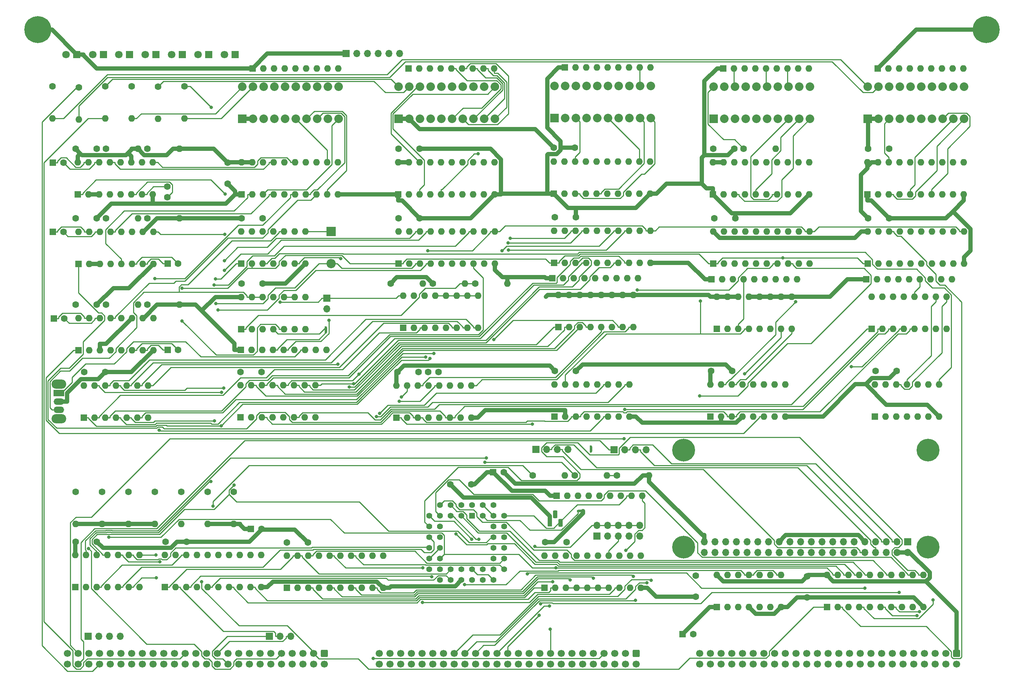
<source format=gbr>
%TF.GenerationSoftware,KiCad,Pcbnew,(6.0.11)*%
%TF.CreationDate,2023-12-29T06:12:23-05:00*%
%TF.ProjectId,input-output.SelfHost,696e7075-742d-46f7-9574-7075742e5365,rev?*%
%TF.SameCoordinates,Original*%
%TF.FileFunction,Copper,L1,Top*%
%TF.FilePolarity,Positive*%
%FSLAX46Y46*%
G04 Gerber Fmt 4.6, Leading zero omitted, Abs format (unit mm)*
G04 Created by KiCad (PCBNEW (6.0.11)) date 2023-12-29 06:12:23*
%MOMM*%
%LPD*%
G01*
G04 APERTURE LIST*
G04 Aperture macros list*
%AMRoundRect*
0 Rectangle with rounded corners*
0 $1 Rounding radius*
0 $2 $3 $4 $5 $6 $7 $8 $9 X,Y pos of 4 corners*
0 Add a 4 corners polygon primitive as box body*
4,1,4,$2,$3,$4,$5,$6,$7,$8,$9,$2,$3,0*
0 Add four circle primitives for the rounded corners*
1,1,$1+$1,$2,$3*
1,1,$1+$1,$4,$5*
1,1,$1+$1,$6,$7*
1,1,$1+$1,$8,$9*
0 Add four rect primitives between the rounded corners*
20,1,$1+$1,$2,$3,$4,$5,0*
20,1,$1+$1,$4,$5,$6,$7,0*
20,1,$1+$1,$6,$7,$8,$9,0*
20,1,$1+$1,$8,$9,$2,$3,0*%
G04 Aperture macros list end*
%TA.AperFunction,ComponentPad*%
%ADD10C,6.400000*%
%TD*%
%TA.AperFunction,ComponentPad*%
%ADD11RoundRect,0.250000X-0.600000X0.600000X-0.600000X-0.600000X0.600000X-0.600000X0.600000X0.600000X0*%
%TD*%
%TA.AperFunction,ComponentPad*%
%ADD12C,1.700000*%
%TD*%
%TA.AperFunction,ComponentPad*%
%ADD13C,1.600000*%
%TD*%
%TA.AperFunction,ComponentPad*%
%ADD14O,1.600000X1.600000*%
%TD*%
%TA.AperFunction,ComponentPad*%
%ADD15R,1.600000X1.600000*%
%TD*%
%TA.AperFunction,ComponentPad*%
%ADD16R,1.800000X1.800000*%
%TD*%
%TA.AperFunction,ComponentPad*%
%ADD17C,1.800000*%
%TD*%
%TA.AperFunction,ComponentPad*%
%ADD18R,2.032000X2.032000*%
%TD*%
%TA.AperFunction,ComponentPad*%
%ADD19C,2.032000*%
%TD*%
%TA.AperFunction,ComponentPad*%
%ADD20R,1.700000X1.700000*%
%TD*%
%TA.AperFunction,ComponentPad*%
%ADD21O,1.700000X1.700000*%
%TD*%
%TA.AperFunction,ComponentPad*%
%ADD22C,5.400000*%
%TD*%
%TA.AperFunction,ComponentPad*%
%ADD23C,0.600000*%
%TD*%
%TA.AperFunction,ComponentPad*%
%ADD24R,2.200000X2.200000*%
%TD*%
%TA.AperFunction,ComponentPad*%
%ADD25O,2.200000X2.200000*%
%TD*%
%TA.AperFunction,ComponentPad*%
%ADD26R,1.422400X1.422400*%
%TD*%
%TA.AperFunction,ComponentPad*%
%ADD27C,1.422400*%
%TD*%
%TA.AperFunction,ComponentPad*%
%ADD28O,3.500000X2.200000*%
%TD*%
%TA.AperFunction,ComponentPad*%
%ADD29R,2.500000X1.500000*%
%TD*%
%TA.AperFunction,ComponentPad*%
%ADD30O,2.500000X1.500000*%
%TD*%
%TA.AperFunction,ComponentPad*%
%ADD31R,1.100000X1.800000*%
%TD*%
%TA.AperFunction,ComponentPad*%
%ADD32RoundRect,0.275000X-0.275000X-0.625000X0.275000X-0.625000X0.275000X0.625000X-0.275000X0.625000X0*%
%TD*%
%TA.AperFunction,ViaPad*%
%ADD33C,0.800000*%
%TD*%
%TA.AperFunction,Conductor*%
%ADD34C,0.250000*%
%TD*%
%TA.AperFunction,Conductor*%
%ADD35C,1.000000*%
%TD*%
G04 APERTURE END LIST*
%TO.C,NT3*%
G36*
X108650000Y-146850000D02*
G01*
X108050000Y-146850000D01*
X108050000Y-145650000D01*
X108650000Y-145650000D01*
X108650000Y-146850000D01*
G37*
%TO.C,NT1*%
G36*
X169350000Y-189550000D02*
G01*
X168150000Y-189550000D01*
X168150000Y-188950000D01*
X169350000Y-188950000D01*
X169350000Y-189550000D01*
G37*
%TO.C,NT2*%
G36*
X171550000Y-175100000D02*
G01*
X170950000Y-175100000D01*
X170950000Y-173900000D01*
X171550000Y-173900000D01*
X171550000Y-175100000D01*
G37*
%TD*%
D10*
%TO.P,H2,1,1*%
%TO.N,GND*%
X265000000Y-75000000D03*
%TD*%
%TO.P,H1,1,1*%
%TO.N,GND*%
X40000000Y-75000000D03*
%TD*%
D11*
%TO.P,P2,1,Pin_1*%
%TO.N,VCC*%
X182000000Y-223000000D03*
D12*
%TO.P,P2,2,Pin_2*%
X182000000Y-225540000D03*
%TO.P,P2,3,Pin_3*%
%TO.N,A15*%
X179460000Y-223000000D03*
%TO.P,P2,4,Pin_4*%
%TO.N,/bus/A31*%
X179460000Y-225540000D03*
%TO.P,P2,5,Pin_5*%
%TO.N,A14*%
X176920000Y-223000000D03*
%TO.P,P2,6,Pin_6*%
%TO.N,/bus/A30*%
X176920000Y-225540000D03*
%TO.P,P2,7,Pin_7*%
%TO.N,A13*%
X174380000Y-223000000D03*
%TO.P,P2,8,Pin_8*%
%TO.N,/bus/A29*%
X174380000Y-225540000D03*
%TO.P,P2,9,Pin_9*%
%TO.N,A12*%
X171840000Y-223000000D03*
%TO.P,P2,10,Pin_10*%
%TO.N,/bus/A28*%
X171840000Y-225540000D03*
%TO.P,P2,11,Pin_11*%
%TO.N,A11*%
X169300000Y-223000000D03*
%TO.P,P2,12,Pin_12*%
%TO.N,/bus/A27*%
X169300000Y-225540000D03*
%TO.P,P2,13,Pin_13*%
%TO.N,A10*%
X166760000Y-223000000D03*
%TO.P,P2,14,Pin_14*%
%TO.N,/bus/A26*%
X166760000Y-225540000D03*
%TO.P,P2,15,Pin_15*%
%TO.N,A9*%
X164220000Y-223000000D03*
%TO.P,P2,16,Pin_16*%
%TO.N,/bus/A25*%
X164220000Y-225540000D03*
%TO.P,P2,17,Pin_17*%
%TO.N,A8*%
X161680000Y-223000000D03*
%TO.P,P2,18,Pin_18*%
%TO.N,/bus/A24*%
X161680000Y-225540000D03*
%TO.P,P2,19,Pin_19*%
%TO.N,+12V*%
X159140000Y-223000000D03*
%TO.P,P2,20,Pin_20*%
X159140000Y-225540000D03*
%TO.P,P2,21,Pin_21*%
%TO.N,A7*%
X156600000Y-223000000D03*
%TO.P,P2,22,Pin_22*%
%TO.N,/bus/A23*%
X156600000Y-225540000D03*
%TO.P,P2,23,Pin_23*%
%TO.N,A6*%
X154060000Y-223000000D03*
%TO.P,P2,24,Pin_24*%
%TO.N,/bus/A22*%
X154060000Y-225540000D03*
%TO.P,P2,25,Pin_25*%
%TO.N,A5*%
X151520000Y-223000000D03*
%TO.P,P2,26,Pin_26*%
%TO.N,/bus/A21*%
X151520000Y-225540000D03*
%TO.P,P2,27,Pin_27*%
%TO.N,A4*%
X148980000Y-223000000D03*
%TO.P,P2,28,Pin_28*%
%TO.N,/bus/A20*%
X148980000Y-225540000D03*
%TO.P,P2,29,Pin_29*%
%TO.N,A3*%
X146440000Y-223000000D03*
%TO.P,P2,30,Pin_30*%
%TO.N,/bus/A19*%
X146440000Y-225540000D03*
%TO.P,P2,31,Pin_31*%
%TO.N,A2*%
X143900000Y-223000000D03*
%TO.P,P2,32,Pin_32*%
%TO.N,/bus/A18*%
X143900000Y-225540000D03*
%TO.P,P2,33,Pin_33*%
%TO.N,A1*%
X141360000Y-223000000D03*
%TO.P,P2,34,Pin_34*%
%TO.N,/bus/A17*%
X141360000Y-225540000D03*
%TO.P,P2,35,Pin_35*%
%TO.N,A0*%
X138820000Y-223000000D03*
%TO.P,P2,36,Pin_36*%
%TO.N,/bus/A16*%
X138820000Y-225540000D03*
%TO.P,P2,37,Pin_37*%
%TO.N,-12V*%
X136280000Y-223000000D03*
%TO.P,P2,38,Pin_38*%
X136280000Y-225540000D03*
%TO.P,P2,39,Pin_39*%
%TO.N,/bus/IC3*%
X133740000Y-223000000D03*
%TO.P,P2,40,Pin_40*%
%TO.N,/bus/~{TEND1}*%
X133740000Y-225540000D03*
%TO.P,P2,41,Pin_41*%
%TO.N,/bus/IC2*%
X131200000Y-223000000D03*
%TO.P,P2,42,Pin_42*%
%TO.N,/bus/~{DREQ1}*%
X131200000Y-225540000D03*
%TO.P,P2,43,Pin_43*%
%TO.N,/bus/IC1*%
X128660000Y-223000000D03*
%TO.P,P2,44,Pin_44*%
%TO.N,/bus/~{TEND0}*%
X128660000Y-225540000D03*
%TO.P,P2,45,Pin_45*%
%TO.N,/bus/IC0*%
X126120000Y-223000000D03*
%TO.P,P2,46,Pin_46*%
%TO.N,/bus/~{DREQ0}*%
X126120000Y-225540000D03*
%TO.P,P2,47,Pin_47*%
%TO.N,/bus/AUXCLK1*%
X123580000Y-223000000D03*
%TO.P,P2,48,Pin_48*%
%TO.N,/bus/AUXCLK0*%
X123580000Y-225540000D03*
%TO.P,P2,49,Pin_49*%
%TO.N,GND*%
X121040000Y-223000000D03*
%TO.P,P2,50,Pin_50*%
X121040000Y-225540000D03*
%TD*%
D11*
%TO.P,P3,1,Pin_1*%
%TO.N,VCC*%
X258000000Y-223000000D03*
D12*
%TO.P,P3,2,Pin_2*%
X258000000Y-225540000D03*
%TO.P,P3,3,Pin_3*%
%TO.N,/bus/D15*%
X255460000Y-223000000D03*
%TO.P,P3,4,Pin_4*%
%TO.N,/bus/D31*%
X255460000Y-225540000D03*
%TO.P,P3,5,Pin_5*%
%TO.N,/bus/D14*%
X252920000Y-223000000D03*
%TO.P,P3,6,Pin_6*%
%TO.N,/bus/D30*%
X252920000Y-225540000D03*
%TO.P,P3,7,Pin_7*%
%TO.N,/bus/D13*%
X250380000Y-223000000D03*
%TO.P,P3,8,Pin_8*%
%TO.N,/bus/D29*%
X250380000Y-225540000D03*
%TO.P,P3,9,Pin_9*%
%TO.N,/bus/D12*%
X247840000Y-223000000D03*
%TO.P,P3,10,Pin_10*%
%TO.N,/bus/D28*%
X247840000Y-225540000D03*
%TO.P,P3,11,Pin_11*%
%TO.N,/bus/D11*%
X245300000Y-223000000D03*
%TO.P,P3,12,Pin_12*%
%TO.N,/bus/D27*%
X245300000Y-225540000D03*
%TO.P,P3,13,Pin_13*%
%TO.N,/bus/D10*%
X242760000Y-223000000D03*
%TO.P,P3,14,Pin_14*%
%TO.N,/bus/D26*%
X242760000Y-225540000D03*
%TO.P,P3,15,Pin_15*%
%TO.N,/bus/D9*%
X240220000Y-223000000D03*
%TO.P,P3,16,Pin_16*%
%TO.N,/bus/D25*%
X240220000Y-225540000D03*
%TO.P,P3,17,Pin_17*%
%TO.N,/bus/D8*%
X237680000Y-223000000D03*
%TO.P,P3,18,Pin_18*%
%TO.N,/bus/D24*%
X237680000Y-225540000D03*
%TO.P,P3,19,Pin_19*%
%TO.N,D7*%
X235140000Y-223000000D03*
%TO.P,P3,20,Pin_20*%
%TO.N,/bus/D23*%
X235140000Y-225540000D03*
%TO.P,P3,21,Pin_21*%
%TO.N,D6*%
X232600000Y-223000000D03*
%TO.P,P3,22,Pin_22*%
%TO.N,/bus/D22*%
X232600000Y-225540000D03*
%TO.P,P3,23,Pin_23*%
%TO.N,D5*%
X230060000Y-223000000D03*
%TO.P,P3,24,Pin_24*%
%TO.N,/bus/D21*%
X230060000Y-225540000D03*
%TO.P,P3,25,Pin_25*%
%TO.N,D4*%
X227520000Y-223000000D03*
%TO.P,P3,26,Pin_26*%
%TO.N,/bus/D20*%
X227520000Y-225540000D03*
%TO.P,P3,27,Pin_27*%
%TO.N,D3*%
X224980000Y-223000000D03*
%TO.P,P3,28,Pin_28*%
%TO.N,/bus/D19*%
X224980000Y-225540000D03*
%TO.P,P3,29,Pin_29*%
%TO.N,D2*%
X222440000Y-223000000D03*
%TO.P,P3,30,Pin_30*%
%TO.N,/bus/D18*%
X222440000Y-225540000D03*
%TO.P,P3,31,Pin_31*%
%TO.N,D1*%
X219900000Y-223000000D03*
%TO.P,P3,32,Pin_32*%
%TO.N,/bus/D17*%
X219900000Y-225540000D03*
%TO.P,P3,33,Pin_33*%
%TO.N,D0*%
X217360000Y-223000000D03*
%TO.P,P3,34,Pin_34*%
%TO.N,/bus/D16*%
X217360000Y-225540000D03*
%TO.P,P3,35,Pin_35*%
%TO.N,/bus/~{BUSERR}*%
X214820000Y-223000000D03*
%TO.P,P3,36,Pin_36*%
%TO.N,/bus/UDS*%
X214820000Y-225540000D03*
%TO.P,P3,37,Pin_37*%
%TO.N,/bus/~{VPA}*%
X212280000Y-223000000D03*
%TO.P,P3,38,Pin_38*%
%TO.N,/bus/LDS*%
X212280000Y-225540000D03*
%TO.P,P3,39,Pin_39*%
%TO.N,/bus/~{VMA}*%
X209740000Y-223000000D03*
%TO.P,P3,40,Pin_40*%
%TO.N,/bus/S2*%
X209740000Y-225540000D03*
%TO.P,P3,41,Pin_41*%
%TO.N,/bus/~{BHE}*%
X207200000Y-223000000D03*
%TO.P,P3,42,Pin_42*%
%TO.N,/bus/S1*%
X207200000Y-225540000D03*
%TO.P,P3,43,Pin_43*%
%TO.N,/bus/IPL2*%
X204660000Y-223000000D03*
%TO.P,P3,44,Pin_44*%
%TO.N,/bus/S0*%
X204660000Y-225540000D03*
%TO.P,P3,45,Pin_45*%
%TO.N,/bus/IPL1*%
X202120000Y-223000000D03*
%TO.P,P3,46,Pin_46*%
%TO.N,/bus/AUXCLK3*%
X202120000Y-225540000D03*
%TO.P,P3,47,Pin_47*%
%TO.N,/bus/IPL0*%
X199580000Y-223000000D03*
%TO.P,P3,48,Pin_48*%
%TO.N,/bus/AUXCLK2*%
X199580000Y-225540000D03*
%TO.P,P3,49,Pin_49*%
%TO.N,GND*%
X197040000Y-223000000D03*
%TO.P,P3,50,Pin_50*%
X197040000Y-225540000D03*
%TD*%
D11*
%TO.P,P1,1,Pin_1*%
%TO.N,VCC*%
X108000000Y-223000000D03*
D12*
%TO.P,P1,2,Pin_2*%
X108000000Y-225540000D03*
%TO.P,P1,3,Pin_3*%
%TO.N,~{RD}*%
X105460000Y-223000000D03*
%TO.P,P1,4,Pin_4*%
%TO.N,/bus/E*%
X105460000Y-225540000D03*
%TO.P,P1,5,Pin_5*%
%TO.N,~{WR}*%
X102920000Y-223000000D03*
%TO.P,P1,6,Pin_6*%
%TO.N,/bus/ST*%
X102920000Y-225540000D03*
%TO.P,P1,7,Pin_7*%
%TO.N,~{IORQ}*%
X100380000Y-223000000D03*
%TO.P,P1,8,Pin_8*%
%TO.N,/bus/PHI*%
X100380000Y-225540000D03*
%TO.P,P1,9,Pin_9*%
%TO.N,~{MREQ}*%
X97840000Y-223000000D03*
%TO.P,P1,10,Pin_10*%
%TO.N,/bus/~{INT2}*%
X97840000Y-225540000D03*
%TO.P,P1,11,Pin_11*%
%TO.N,~{M1}*%
X95300000Y-223000000D03*
%TO.P,P1,12,Pin_12*%
%TO.N,/bus/~{INT1}*%
X95300000Y-225540000D03*
%TO.P,P1,13,Pin_13*%
%TO.N,~{BUSACK}*%
X92760000Y-223000000D03*
%TO.P,P1,14,Pin_14*%
%TO.N,/bus/CRUCLK*%
X92760000Y-225540000D03*
%TO.P,P1,15,Pin_15*%
%TO.N,/bus/CLK*%
X90220000Y-223000000D03*
%TO.P,P1,16,Pin_16*%
%TO.N,/bus/CRUOUT*%
X90220000Y-225540000D03*
%TO.P,P1,17,Pin_17*%
%TO.N,~{INT0}*%
X87680000Y-223000000D03*
%TO.P,P1,18,Pin_18*%
%TO.N,/bus/CRUIN*%
X87680000Y-225540000D03*
%TO.P,P1,19,Pin_19*%
%TO.N,~{NMI}*%
X85140000Y-223000000D03*
%TO.P,P1,20,Pin_20*%
%TO.N,~{RES_IN}*%
X85140000Y-225540000D03*
%TO.P,P1,21,Pin_21*%
%TO.N,~{RES_OUT}*%
X82600000Y-223000000D03*
%TO.P,P1,22,Pin_22*%
%TO.N,/bus/USER8*%
X82600000Y-225540000D03*
%TO.P,P1,23,Pin_23*%
%TO.N,~{BUSRQ}*%
X80060000Y-223000000D03*
%TO.P,P1,24,Pin_24*%
%TO.N,/bus/USER7*%
X80060000Y-225540000D03*
%TO.P,P1,25,Pin_25*%
%TO.N,~{WAIT}*%
X77520000Y-223000000D03*
%TO.P,P1,26,Pin_26*%
%TO.N,/bus/USER6*%
X77520000Y-225540000D03*
%TO.P,P1,27,Pin_27*%
%TO.N,~{HALT}*%
X74980000Y-223000000D03*
%TO.P,P1,28,Pin_28*%
%TO.N,/bus/USER5*%
X74980000Y-225540000D03*
%TO.P,P1,29,Pin_29*%
%TO.N,~{RFSH}*%
X72440000Y-223000000D03*
%TO.P,P1,30,Pin_30*%
%TO.N,/bus/USER4*%
X72440000Y-225540000D03*
%TO.P,P1,31,Pin_31*%
%TO.N,/bus/~{EIRQ7}*%
X69900000Y-223000000D03*
%TO.P,P1,32,Pin_32*%
%TO.N,/bus/USER3*%
X69900000Y-225540000D03*
%TO.P,P1,33,Pin_33*%
%TO.N,/bus/~{EIRQ6}*%
X67360000Y-223000000D03*
%TO.P,P1,34,Pin_34*%
%TO.N,/bus/USER2*%
X67360000Y-225540000D03*
%TO.P,P1,35,Pin_35*%
%TO.N,/bus/~{EIRQ5}*%
X64820000Y-223000000D03*
%TO.P,P1,36,Pin_36*%
%TO.N,/bus/USER1*%
X64820000Y-225540000D03*
%TO.P,P1,37,Pin_37*%
%TO.N,/bus/~{EIRQ4}*%
X62280000Y-223000000D03*
%TO.P,P1,38,Pin_38*%
%TO.N,/bus/USER0*%
X62280000Y-225540000D03*
%TO.P,P1,39,Pin_39*%
%TO.N,/bus/~{EIRQ3}*%
X59740000Y-223000000D03*
%TO.P,P1,40,Pin_40*%
%TO.N,~{BAI}*%
X59740000Y-225540000D03*
%TO.P,P1,41,Pin_41*%
%TO.N,/bus/~{EIRQ2}*%
X57200000Y-223000000D03*
%TO.P,P1,42,Pin_42*%
%TO.N,~{BAO}*%
X57200000Y-225540000D03*
%TO.P,P1,43,Pin_43*%
%TO.N,/bus/~{EIRQ1}*%
X54660000Y-223000000D03*
%TO.P,P1,44,Pin_44*%
%TO.N,~{IEI}*%
X54660000Y-225540000D03*
%TO.P,P1,45,Pin_45*%
%TO.N,/bus/~{EIRQ0}*%
X52120000Y-223000000D03*
%TO.P,P1,46,Pin_46*%
%TO.N,~{IEO}*%
X52120000Y-225540000D03*
%TO.P,P1,47,Pin_47*%
%TO.N,I2C_SCL*%
X49580000Y-223000000D03*
%TO.P,P1,48,Pin_48*%
%TO.N,I2C_SDA*%
X49580000Y-225540000D03*
%TO.P,P1,49,Pin_49*%
%TO.N,GND*%
X47040000Y-223000000D03*
%TO.P,P1,50,Pin_50*%
X47040000Y-225540000D03*
%TD*%
D13*
%TO.P,R7,1*%
%TO.N,Net-(D4-Pad2)*%
X61500000Y-184690000D03*
D14*
%TO.P,R7,2*%
%TO.N,VCC*%
X61500000Y-192310000D03*
%TD*%
D13*
%TO.P,R18,1*%
%TO.N,VCC*%
X123690000Y-135250000D03*
D14*
%TO.P,R18,2*%
%TO.N,/BusMonitor/IN_=*%
X131310000Y-135250000D03*
%TD*%
D15*
%TO.P,SW3,1*%
%TO.N,Net-(C2-Pad2)*%
X126700000Y-145767500D03*
D14*
%TO.P,SW3,2*%
%TO.N,unconnected-(SW3-Pad2)*%
X129240000Y-145767500D03*
%TO.P,SW3,3*%
%TO.N,Net-(SW3-Pad3)*%
X131780000Y-145767500D03*
%TO.P,SW3,4*%
%TO.N,Net-(SW3-Pad4)*%
X134320000Y-145767500D03*
%TO.P,SW3,5*%
%TO.N,Net-(SW3-Pad5)*%
X136860000Y-145767500D03*
%TO.P,SW3,6*%
%TO.N,Net-(SW3-Pad6)*%
X139400000Y-145767500D03*
%TO.P,SW3,7*%
%TO.N,Net-(SW3-Pad7)*%
X141940000Y-145767500D03*
%TO.P,SW3,8*%
%TO.N,Net-(SW3-Pad8)*%
X144480000Y-145767500D03*
%TO.P,SW3,9*%
%TO.N,/BusMonitor/IN_=*%
X144480000Y-138147500D03*
%TO.P,SW3,10*%
X141940000Y-138147500D03*
%TO.P,SW3,11*%
X139400000Y-138147500D03*
%TO.P,SW3,12*%
X136860000Y-138147500D03*
%TO.P,SW3,13*%
X134320000Y-138147500D03*
%TO.P,SW3,14*%
X131780000Y-138147500D03*
%TO.P,SW3,15*%
%TO.N,unconnected-(SW3-Pad15)*%
X129240000Y-138147500D03*
%TO.P,SW3,16*%
%TO.N,/BusMonitor/LED_LATCH*%
X126700000Y-138147500D03*
%TD*%
D13*
%TO.P,C29,1*%
%TO.N,VCC*%
X125600000Y-119750000D03*
%TO.P,C29,2*%
%TO.N,GND*%
X130600000Y-119750000D03*
%TD*%
D16*
%TO.P,D6,1,K*%
%TO.N,Net-(D6-Pad1)*%
X74290000Y-80850000D03*
D17*
%TO.P,D6,2,A*%
%TO.N,Net-(D6-Pad2)*%
X71750000Y-80850000D03*
%TD*%
D18*
%TO.P,BAR4,1,A*%
%TO.N,VCC*%
X125600000Y-96155000D03*
D19*
%TO.P,BAR4,2,A*%
X128140000Y-96155000D03*
%TO.P,BAR4,3,A*%
%TO.N,Net-(BAR4-Pad3)*%
X130680000Y-96155000D03*
%TO.P,BAR4,4,A*%
%TO.N,Net-(BAR4-Pad4)*%
X133220000Y-96155000D03*
%TO.P,BAR4,5,A*%
%TO.N,Net-(BAR4-Pad5)*%
X135760000Y-96155000D03*
%TO.P,BAR4,6,A*%
%TO.N,Net-(BAR4-Pad6)*%
X138300000Y-96155000D03*
%TO.P,BAR4,7,A*%
%TO.N,Net-(BAR4-Pad7)*%
X140840000Y-96155000D03*
%TO.P,BAR4,8,A*%
%TO.N,Net-(BAR4-Pad8)*%
X143380000Y-96155000D03*
%TO.P,BAR4,9,A*%
%TO.N,Net-(BAR4-Pad9)*%
X145920000Y-96155000D03*
%TO.P,BAR4,10,A*%
%TO.N,Net-(BAR4-Pad10)*%
X148460000Y-96155000D03*
%TO.P,BAR4,11,K*%
%TO.N,Net-(BAR4-Pad11)*%
X148460000Y-88535000D03*
%TO.P,BAR4,12,K*%
%TO.N,Net-(BAR4-Pad12)*%
X145920000Y-88535000D03*
%TO.P,BAR4,13,K*%
%TO.N,Net-(BAR4-Pad13)*%
X143380000Y-88535000D03*
%TO.P,BAR4,14,K*%
%TO.N,Net-(BAR4-Pad14)*%
X140840000Y-88535000D03*
%TO.P,BAR4,15,K*%
%TO.N,Net-(BAR4-Pad15)*%
X138300000Y-88535000D03*
%TO.P,BAR4,16,K*%
%TO.N,Net-(BAR4-Pad16)*%
X135760000Y-88535000D03*
%TO.P,BAR4,17,K*%
%TO.N,Net-(BAR4-Pad17)*%
X133220000Y-88535000D03*
%TO.P,BAR4,18,K*%
%TO.N,Net-(BAR4-Pad18)*%
X130680000Y-88535000D03*
%TO.P,BAR4,19,K*%
%TO.N,Net-(BAR4-Pad19)*%
X128140000Y-88535000D03*
%TO.P,BAR4,20,K*%
%TO.N,Net-(BAR4-Pad20)*%
X125600000Y-88535000D03*
%TD*%
D20*
%TO.P,J1,1,Pin_1*%
%TO.N,unconnected-(J1-Pad1)*%
X246400000Y-196500000D03*
D21*
%TO.P,J1,2,Pin_2*%
%TO.N,VCC*%
X246400000Y-199040000D03*
%TO.P,J1,3,Pin_3*%
%TO.N,Net-(J1-Pad3)*%
X243860000Y-196500000D03*
%TO.P,J1,4,Pin_4*%
%TO.N,VCC*%
X243860000Y-199040000D03*
%TO.P,J1,5,Pin_5*%
%TO.N,Net-(J1-Pad5)*%
X241320000Y-196500000D03*
%TO.P,J1,6,Pin_6*%
%TO.N,GND*%
X241320000Y-199040000D03*
%TO.P,J1,7,Pin_7*%
%TO.N,unconnected-(J1-Pad7)*%
X238780000Y-196500000D03*
%TO.P,J1,8,Pin_8*%
%TO.N,Net-(J1-Pad8)*%
X238780000Y-199040000D03*
%TO.P,J1,9,Pin_9*%
%TO.N,GND*%
X236240000Y-196500000D03*
%TO.P,J1,10,Pin_10*%
%TO.N,Net-(J1-Pad10)*%
X236240000Y-199040000D03*
%TO.P,J1,11,Pin_11*%
%TO.N,unconnected-(J1-Pad11)*%
X233700000Y-196500000D03*
%TO.P,J1,12,Pin_12*%
%TO.N,unconnected-(J1-Pad12)*%
X233700000Y-199040000D03*
%TO.P,J1,13,Pin_13*%
%TO.N,unconnected-(J1-Pad13)*%
X231160000Y-196500000D03*
%TO.P,J1,14,Pin_14*%
%TO.N,GND*%
X231160000Y-199040000D03*
%TO.P,J1,15,Pin_15*%
%TO.N,unconnected-(J1-Pad15)*%
X228620000Y-196500000D03*
%TO.P,J1,16,Pin_16*%
%TO.N,unconnected-(J1-Pad16)*%
X228620000Y-199040000D03*
%TO.P,J1,17,Pin_17*%
%TO.N,unconnected-(J1-Pad17)*%
X226080000Y-196500000D03*
%TO.P,J1,18,Pin_18*%
%TO.N,unconnected-(J1-Pad18)*%
X226080000Y-199040000D03*
%TO.P,J1,19,Pin_19*%
%TO.N,unconnected-(J1-Pad19)*%
X223540000Y-196500000D03*
%TO.P,J1,20,Pin_20*%
%TO.N,GND*%
X223540000Y-199040000D03*
%TO.P,J1,21,Pin_21*%
%TO.N,unconnected-(J1-Pad21)*%
X221000000Y-196500000D03*
%TO.P,J1,22,Pin_22*%
%TO.N,unconnected-(J1-Pad22)*%
X221000000Y-199040000D03*
%TO.P,J1,23,Pin_23*%
%TO.N,unconnected-(J1-Pad23)*%
X218460000Y-196500000D03*
%TO.P,J1,24,Pin_24*%
%TO.N,unconnected-(J1-Pad24)*%
X218460000Y-199040000D03*
%TO.P,J1,25,Pin_25*%
%TO.N,GND*%
X215920000Y-196500000D03*
%TO.P,J1,26,Pin_26*%
%TO.N,unconnected-(J1-Pad26)*%
X215920000Y-199040000D03*
%TO.P,J1,27,Pin_27*%
%TO.N,unconnected-(J1-Pad27)*%
X213380000Y-196500000D03*
%TO.P,J1,28,Pin_28*%
%TO.N,unconnected-(J1-Pad28)*%
X213380000Y-199040000D03*
%TO.P,J1,29,Pin_29*%
%TO.N,unconnected-(J1-Pad29)*%
X210840000Y-196500000D03*
%TO.P,J1,30,Pin_30*%
%TO.N,GND*%
X210840000Y-199040000D03*
%TO.P,J1,31,Pin_31*%
%TO.N,unconnected-(J1-Pad31)*%
X208300000Y-196500000D03*
%TO.P,J1,32,Pin_32*%
%TO.N,unconnected-(J1-Pad32)*%
X208300000Y-199040000D03*
%TO.P,J1,33,Pin_33*%
%TO.N,unconnected-(J1-Pad33)*%
X205760000Y-196500000D03*
%TO.P,J1,34,Pin_34*%
%TO.N,GND*%
X205760000Y-199040000D03*
%TO.P,J1,35,Pin_35*%
%TO.N,unconnected-(J1-Pad35)*%
X203220000Y-196500000D03*
%TO.P,J1,36,Pin_36*%
%TO.N,unconnected-(J1-Pad36)*%
X203220000Y-199040000D03*
%TO.P,J1,37,Pin_37*%
%TO.N,unconnected-(J1-Pad37)*%
X200680000Y-196500000D03*
%TO.P,J1,38,Pin_38*%
%TO.N,unconnected-(J1-Pad38)*%
X200680000Y-199040000D03*
%TO.P,J1,39,Pin_39*%
%TO.N,GND*%
X198140000Y-196500000D03*
%TO.P,J1,40,Pin_40*%
%TO.N,unconnected-(J1-Pad40)*%
X198140000Y-199040000D03*
D22*
%TO.P,J1,41,MH*%
%TO.N,unconnected-(J1-Pad41)*%
X251250000Y-197800000D03*
%TO.P,J1,42,MH*%
%TO.N,unconnected-(J1-Pad42)*%
X193250000Y-197800000D03*
%TO.P,J1,43,MH*%
%TO.N,unconnected-(J1-Pad43)*%
X251250000Y-174800000D03*
%TO.P,J1,44,MH*%
%TO.N,unconnected-(J1-Pad44)*%
X193250000Y-174800000D03*
%TD*%
D15*
%TO.P,C15,1*%
%TO.N,Net-(C15-Pad1)*%
X43794900Y-143500000D03*
D13*
%TO.P,C15,2*%
%TO.N,Net-(C15-Pad2)*%
X46294900Y-143500000D03*
%TD*%
%TO.P,C36,1*%
%TO.N,VCC*%
X49000000Y-140250000D03*
%TO.P,C36,2*%
%TO.N,GND*%
X54000000Y-140250000D03*
%TD*%
%TO.P,R2,1*%
%TO.N,TX*%
X167440000Y-180790000D03*
D14*
%TO.P,R2,2*%
%TO.N,TX-3.3*%
X175060000Y-180790000D03*
%TD*%
D15*
%TO.P,U7,1,~{Mr}*%
%TO.N,/BusMonitor/MAS_RESET*%
X125600000Y-130500000D03*
D14*
%TO.P,U7,2,Q0*%
%TO.N,Net-(U11-Pad2)*%
X128140000Y-130500000D03*
%TO.P,U7,3,D0*%
%TO.N,~{WAIT}*%
X130680000Y-130500000D03*
%TO.P,U7,4,D1*%
%TO.N,~{INT0}*%
X133220000Y-130500000D03*
%TO.P,U7,5,Q1*%
%TO.N,Net-(U11-Pad4)*%
X135760000Y-130500000D03*
%TO.P,U7,6,Q2*%
%TO.N,Net-(U11-Pad6)*%
X138300000Y-130500000D03*
%TO.P,U7,7,D2*%
%TO.N,~{WR}*%
X140840000Y-130500000D03*
%TO.P,U7,8,D3*%
%TO.N,~{MREQ}*%
X143380000Y-130500000D03*
%TO.P,U7,9,Q3*%
%TO.N,Net-(U11-Pad8)*%
X145920000Y-130500000D03*
%TO.P,U7,10,GND*%
%TO.N,GND*%
X148460000Y-130500000D03*
%TO.P,U7,11,Cp*%
%TO.N,/BusMonitor/LED_LATCH*%
X148460000Y-122880000D03*
%TO.P,U7,12,Q4*%
%TO.N,Net-(U11-Pad11)*%
X145920000Y-122880000D03*
%TO.P,U7,13,D4*%
%TO.N,~{RD}*%
X143380000Y-122880000D03*
%TO.P,U7,14,D5*%
%TO.N,~{RFSH}*%
X140840000Y-122880000D03*
%TO.P,U7,15,Q5*%
%TO.N,Net-(U11-Pad13)*%
X138300000Y-122880000D03*
%TO.P,U7,16,Q6*%
%TO.N,Net-(U11-Pad15)*%
X135760000Y-122880000D03*
%TO.P,U7,17,D6*%
%TO.N,~{IORQ}*%
X133220000Y-122880000D03*
%TO.P,U7,18,D7*%
%TO.N,~{M1}*%
X130680000Y-122880000D03*
%TO.P,U7,19,Q7*%
%TO.N,Net-(U11-Pad17)*%
X128140000Y-122880000D03*
%TO.P,U7,20,VCC*%
%TO.N,VCC*%
X125600000Y-122880000D03*
%TD*%
D15*
%TO.P,C22,1*%
%TO.N,VCC*%
X148044900Y-180000000D03*
D13*
%TO.P,C22,2*%
%TO.N,GND*%
X150544900Y-180000000D03*
%TD*%
%TO.P,C10,1*%
%TO.N,VCC*%
X142900000Y-182940000D03*
%TO.P,C10,2*%
%TO.N,GND*%
X137900000Y-182940000D03*
%TD*%
D15*
%TO.P,C34,1*%
%TO.N,Net-(C34-Pad1)*%
X70794900Y-130500000D03*
D13*
%TO.P,C34,2*%
%TO.N,Net-(C34-Pad2)*%
X73294900Y-130500000D03*
%TD*%
D20*
%TO.P,J2,1,Pin_1*%
%TO.N,I2C_SDA*%
X176700000Y-174720000D03*
D21*
%TO.P,J2,2,Pin_2*%
%TO.N,Net-(J1-Pad3)*%
X179240000Y-174720000D03*
%TO.P,J2,3,Pin_3*%
%TO.N,Net-(J1-Pad5)*%
X181780000Y-174720000D03*
%TO.P,J2,4,Pin_4*%
%TO.N,I2C_SCL*%
X184320000Y-174720000D03*
%TD*%
D15*
%TO.P,U24,1*%
%TO.N,~{RESET}*%
X88225000Y-130500000D03*
D14*
%TO.P,U24,2*%
%TO.N,/BusMonitor/MAS_RESET*%
X90765000Y-130500000D03*
%TO.P,U24,3*%
%TO.N,Net-(U23-Pad8)*%
X93305000Y-130500000D03*
%TO.P,U24,4*%
%TO.N,/BusMonitor/LED_LATCH*%
X95845000Y-130500000D03*
%TO.P,U24,5*%
%TO.N,Net-(U22-Pad3)*%
X98385000Y-130500000D03*
%TO.P,U24,6*%
%TO.N,/BusMonitor/WAIT_ACTIVE*%
X100925000Y-130500000D03*
%TO.P,U24,7,GND*%
%TO.N,GND*%
X103465000Y-130500000D03*
%TO.P,U24,8*%
%TO.N,/BusMonitor/FF_2_OUT*%
X103465000Y-122880000D03*
%TO.P,U24,9*%
%TO.N,Net-(U22-Pad6)*%
X100925000Y-122880000D03*
%TO.P,U24,10*%
%TO.N,/BusMonitor/FF_3_OUT*%
X98385000Y-122880000D03*
%TO.P,U24,11*%
%TO.N,Net-(U22-Pad8)*%
X95845000Y-122880000D03*
%TO.P,U24,12*%
%TO.N,/BusMonitor/FF_4_OUT*%
X93305000Y-122880000D03*
%TO.P,U24,13*%
%TO.N,Net-(U22-Pad11)*%
X90765000Y-122880000D03*
%TO.P,U24,14,VCC*%
%TO.N,VCC*%
X88225000Y-122880000D03*
%TD*%
D16*
%TO.P,D1,1,K*%
%TO.N,GND*%
X49250000Y-80850000D03*
D17*
%TO.P,D1,2,A*%
%TO.N,Net-(D1-Pad2)*%
X46710000Y-80850000D03*
%TD*%
D13*
%TO.P,C14,1*%
%TO.N,VCC*%
X160425000Y-196650000D03*
%TO.P,C14,2*%
%TO.N,GND*%
X165425000Y-196650000D03*
%TD*%
%TO.P,C7,1*%
%TO.N,VCC*%
X162450000Y-103000000D03*
%TO.P,C7,2*%
%TO.N,GND*%
X167450000Y-103000000D03*
%TD*%
%TO.P,R25,1*%
%TO.N,Net-(C33-Pad1)*%
X66000000Y-140250000D03*
D14*
%TO.P,R25,2*%
%TO.N,VCC*%
X73620000Y-140250000D03*
%TD*%
D15*
%TO.P,C20,1*%
%TO.N,VCC*%
X193000000Y-218500000D03*
D13*
%TO.P,C20,2*%
%TO.N,GND*%
X195500000Y-218500000D03*
%TD*%
D15*
%TO.P,RR8,1,common*%
%TO.N,GND*%
X199825000Y-134250000D03*
D14*
%TO.P,RR8,2,R1*%
%TO.N,/BusMonitor/H_A7*%
X202365000Y-134250000D03*
%TO.P,RR8,3,R2*%
%TO.N,/BusMonitor/H_A6*%
X204905000Y-134250000D03*
%TO.P,RR8,4,R3*%
%TO.N,/BusMonitor/H_A5*%
X207445000Y-134250000D03*
%TO.P,RR8,5,R4*%
%TO.N,/BusMonitor/H_A4*%
X209985000Y-134250000D03*
%TO.P,RR8,6,R5*%
%TO.N,/BusMonitor/H_A3*%
X212525000Y-134250000D03*
%TO.P,RR8,7,R6*%
%TO.N,/BusMonitor/H_A2*%
X215065000Y-134250000D03*
%TO.P,RR8,8,R7*%
%TO.N,/BusMonitor/H_A1*%
X217605000Y-134250000D03*
%TO.P,RR8,9,R8*%
%TO.N,/BusMonitor/H_A0*%
X220145000Y-134250000D03*
%TD*%
D15*
%TO.P,U20,1,B3*%
%TO.N,A13*%
X88100000Y-167000000D03*
D14*
%TO.P,U20,2,Ia<b*%
%TO.N,GND*%
X90640000Y-167000000D03*
%TO.P,U20,3,Ia=b*%
%TO.N,/BusMonitor/IN_=*%
X93180000Y-167000000D03*
%TO.P,U20,4,Ia>b*%
%TO.N,GND*%
X95720000Y-167000000D03*
%TO.P,U20,5,Oa>b*%
%TO.N,unconnected-(U20-Pad5)*%
X98260000Y-167000000D03*
%TO.P,U20,6,Oa=b*%
%TO.N,/BusMonitor/H4_OUT_=*%
X100800000Y-167000000D03*
%TO.P,U20,7,Oa<b*%
%TO.N,unconnected-(U20-Pad7)*%
X103340000Y-167000000D03*
%TO.P,U20,8,GND*%
%TO.N,GND*%
X105880000Y-167000000D03*
%TO.P,U20,9,B0*%
%TO.N,A15*%
X105880000Y-159380000D03*
%TO.P,U20,10,A0*%
%TO.N,/BusMonitor/H_A15*%
X103340000Y-159380000D03*
%TO.P,U20,11,B1*%
%TO.N,/BusMonitor/H_A14*%
X100800000Y-159380000D03*
%TO.P,U20,12,A1*%
%TO.N,A14*%
X98260000Y-159380000D03*
%TO.P,U20,13,A2*%
%TO.N,/BusMonitor/H_A12*%
X95720000Y-159380000D03*
%TO.P,U20,14,B2*%
%TO.N,A12*%
X93180000Y-159380000D03*
%TO.P,U20,15,A3*%
%TO.N,/BusMonitor/H_A13*%
X90640000Y-159380000D03*
%TO.P,U20,16,VCC*%
%TO.N,VCC*%
X88100000Y-159380000D03*
%TD*%
D15*
%TO.P,U23,1*%
%TO.N,/BusMonitor/S2_1*%
X238625000Y-166800000D03*
D14*
%TO.P,U23,2*%
%TO.N,/BusMonitor/S2_2*%
X241165000Y-166800000D03*
%TO.P,U23,3*%
%TO.N,/BusMonitor/S2_3*%
X243705000Y-166800000D03*
%TO.P,U23,4*%
%TO.N,/BusMonitor/S2_4*%
X246245000Y-166800000D03*
%TO.P,U23,5*%
%TO.N,/BusMonitor/S2_5*%
X248785000Y-166800000D03*
%TO.P,U23,6*%
%TO.N,/BusMonitor/S2_6*%
X251325000Y-166800000D03*
%TO.P,U23,7,GND*%
%TO.N,GND*%
X253865000Y-166800000D03*
%TO.P,U23,8*%
%TO.N,Net-(U23-Pad8)*%
X253865000Y-159180000D03*
%TO.P,U23,9*%
%TO.N,N/C*%
X251325000Y-159180000D03*
%TO.P,U23,10*%
X248785000Y-159180000D03*
%TO.P,U23,11*%
%TO.N,/BusMonitor/S2_7*%
X246245000Y-159180000D03*
%TO.P,U23,12*%
%TO.N,/BusMonitor/S2_8*%
X243705000Y-159180000D03*
%TO.P,U23,13*%
%TO.N,N/C*%
X241165000Y-159180000D03*
%TO.P,U23,14,VCC*%
%TO.N,VCC*%
X238625000Y-159180000D03*
%TD*%
D23*
%TO.P,NT3,1,1*%
%TO.N,/BusMonitor/WAIT_ACTIVE*%
X108350000Y-145650000D03*
%TO.P,NT3,2,2*%
%TO.N,/BusMonitor/FF_1_OUT*%
X108350000Y-146850000D03*
%TD*%
D15*
%TO.P,U21,1,G*%
%TO.N,~{bIORQ}*%
X160250000Y-207450000D03*
D14*
%TO.P,U21,2,P0*%
%TO.N,~{bM1}*%
X162790000Y-207450000D03*
%TO.P,U21,3,R0*%
%TO.N,Net-(RN1-Pad9)*%
X165330000Y-207450000D03*
%TO.P,U21,4,P1*%
X167870000Y-207450000D03*
%TO.P,U21,5,R1*%
X170410000Y-207450000D03*
%TO.P,U21,6,P2*%
X172950000Y-207450000D03*
%TO.P,U21,7,R2*%
X175490000Y-207450000D03*
%TO.P,U21,8,P3*%
%TO.N,bA3*%
X178030000Y-207450000D03*
%TO.P,U21,9,R3*%
%TO.N,Net-(RN1-Pad6)*%
X180570000Y-207450000D03*
%TO.P,U21,10,GND*%
%TO.N,GND*%
X183110000Y-207450000D03*
%TO.P,U21,11,P4*%
%TO.N,bA4*%
X183110000Y-199830000D03*
%TO.P,U21,12,R4*%
%TO.N,Net-(RN1-Pad5)*%
X180570000Y-199830000D03*
%TO.P,U21,13,P5*%
%TO.N,bA5*%
X178030000Y-199830000D03*
%TO.P,U21,14,R5*%
%TO.N,Net-(RN1-Pad4)*%
X175490000Y-199830000D03*
%TO.P,U21,15,P6*%
%TO.N,bA6*%
X172950000Y-199830000D03*
%TO.P,U21,16,R6*%
%TO.N,Net-(RN1-Pad3)*%
X170410000Y-199830000D03*
%TO.P,U21,17,P7*%
%TO.N,bA7*%
X167870000Y-199830000D03*
%TO.P,U21,18,R7*%
%TO.N,Net-(RN1-Pad2)*%
X165330000Y-199830000D03*
%TO.P,U21,19,P=R*%
%TO.N,~{CS-UART}*%
X162790000Y-199830000D03*
%TO.P,U21,20,VCC*%
%TO.N,VCC*%
X160250000Y-199830000D03*
%TD*%
D15*
%TO.P,U4,1,~{Mr}*%
%TO.N,/BusMonitor/MAS_RESET*%
X236927500Y-130500000D03*
D14*
%TO.P,U4,2,Q0*%
%TO.N,Net-(U4-Pad2)*%
X239467500Y-130500000D03*
%TO.P,U4,3,D0*%
%TO.N,D7*%
X242007500Y-130500000D03*
%TO.P,U4,4,D1*%
%TO.N,D6*%
X244547500Y-130500000D03*
%TO.P,U4,5,Q1*%
%TO.N,Net-(U4-Pad5)*%
X247087500Y-130500000D03*
%TO.P,U4,6,Q2*%
%TO.N,Net-(U4-Pad6)*%
X249627500Y-130500000D03*
%TO.P,U4,7,D2*%
%TO.N,D5*%
X252167500Y-130500000D03*
%TO.P,U4,8,D3*%
%TO.N,D4*%
X254707500Y-130500000D03*
%TO.P,U4,9,Q3*%
%TO.N,Net-(U4-Pad9)*%
X257247500Y-130500000D03*
%TO.P,U4,10,GND*%
%TO.N,GND*%
X259787500Y-130500000D03*
%TO.P,U4,11,Cp*%
%TO.N,/BusMonitor/LED_LATCH*%
X259787500Y-122880000D03*
%TO.P,U4,12,Q4*%
%TO.N,Net-(U4-Pad12)*%
X257247500Y-122880000D03*
%TO.P,U4,13,D4*%
%TO.N,D3*%
X254707500Y-122880000D03*
%TO.P,U4,14,D5*%
%TO.N,D2*%
X252167500Y-122880000D03*
%TO.P,U4,15,Q5*%
%TO.N,Net-(U4-Pad15)*%
X249627500Y-122880000D03*
%TO.P,U4,16,Q6*%
%TO.N,Net-(U4-Pad16)*%
X247087500Y-122880000D03*
%TO.P,U4,17,D6*%
%TO.N,D1*%
X244547500Y-122880000D03*
%TO.P,U4,18,D7*%
%TO.N,D0*%
X242007500Y-122880000D03*
%TO.P,U4,19,Q7*%
%TO.N,Net-(U4-Pad19)*%
X239467500Y-122880000D03*
%TO.P,U4,20,VCC*%
%TO.N,VCC*%
X236927500Y-122880000D03*
%TD*%
D13*
%TO.P,C3,1*%
%TO.N,VCC*%
X238750000Y-156000000D03*
%TO.P,C3,2*%
%TO.N,GND*%
X243750000Y-156000000D03*
%TD*%
%TO.P,R24,1*%
%TO.N,Net-(C32-Pad2)*%
X65940000Y-103250000D03*
D14*
%TO.P,R24,2*%
%TO.N,VCC*%
X73560000Y-103250000D03*
%TD*%
D13*
%TO.P,C9,1*%
%TO.N,VCC*%
X196125000Y-204550000D03*
%TO.P,C9,2*%
%TO.N,GND*%
X196125000Y-209550000D03*
%TD*%
D15*
%TO.P,SW2,1*%
%TO.N,/BusMonitor/H4_OUT_=*%
X237850000Y-146017500D03*
D14*
%TO.P,SW2,2*%
%TO.N,/BusMonitor/H3_OUT_=*%
X240390000Y-146017500D03*
%TO.P,SW2,3*%
%TO.N,/BusMonitor/H2_OUT_=*%
X242930000Y-146017500D03*
%TO.P,SW2,4*%
%TO.N,/BusMonitor/H1_OUT_=*%
X245470000Y-146017500D03*
%TO.P,SW2,5*%
%TO.N,/BusMonitor/IN_=*%
X248010000Y-146017500D03*
%TO.P,SW2,6*%
%TO.N,unconnected-(SW2-Pad6)*%
X250550000Y-146017500D03*
%TO.P,SW2,7*%
%TO.N,unconnected-(SW2-Pad7)*%
X253090000Y-146017500D03*
%TO.P,SW2,8*%
%TO.N,unconnected-(SW2-Pad8)*%
X255630000Y-146017500D03*
%TO.P,SW2,9*%
%TO.N,/BusMonitor/S2_8*%
X255630000Y-138397500D03*
%TO.P,SW2,10*%
%TO.N,/BusMonitor/S2_7*%
X253090000Y-138397500D03*
%TO.P,SW2,11*%
%TO.N,/BusMonitor/S2_6*%
X250550000Y-138397500D03*
%TO.P,SW2,12*%
%TO.N,/BusMonitor/S2_5*%
X248010000Y-138397500D03*
%TO.P,SW2,13*%
%TO.N,/BusMonitor/S2_4*%
X245470000Y-138397500D03*
%TO.P,SW2,14*%
%TO.N,/BusMonitor/S2_3*%
X242930000Y-138397500D03*
%TO.P,SW2,15*%
%TO.N,/BusMonitor/S2_2*%
X240390000Y-138397500D03*
%TO.P,SW2,16*%
%TO.N,/BusMonitor/S2_1*%
X237850000Y-138397500D03*
%TD*%
D13*
%TO.P,C37,1*%
%TO.N,VCC*%
X88350000Y-119750000D03*
%TO.P,C37,2*%
%TO.N,GND*%
X93350000Y-119750000D03*
%TD*%
D20*
%TO.P,J9,1,Pin_1*%
%TO.N,~{RES_IN}*%
X94975000Y-219000000D03*
D21*
%TO.P,J9,2,Pin_2*%
%TO.N,~{RESET}*%
X97515000Y-219000000D03*
%TO.P,J9,3,Pin_3*%
%TO.N,~{RES_OUT}*%
X100055000Y-219000000D03*
%TD*%
D13*
%TO.P,R1,1*%
%TO.N,Net-(D1-Pad2)*%
X49000000Y-184690000D03*
D14*
%TO.P,R1,2*%
%TO.N,VCC*%
X49000000Y-192310000D03*
%TD*%
D15*
%TO.P,U18,1,B3*%
%TO.N,A4*%
X162600000Y-166800000D03*
D14*
%TO.P,U18,2,Ia<b*%
%TO.N,GND*%
X165140000Y-166800000D03*
%TO.P,U18,3,Ia=b*%
%TO.N,/BusMonitor/IN_=*%
X167680000Y-166800000D03*
%TO.P,U18,4,Ia>b*%
%TO.N,GND*%
X170220000Y-166800000D03*
%TO.P,U18,5,Oa>b*%
%TO.N,unconnected-(U18-Pad5)*%
X172760000Y-166800000D03*
%TO.P,U18,6,Oa=b*%
%TO.N,/BusMonitor/H2_OUT_=*%
X175300000Y-166800000D03*
%TO.P,U18,7,Oa<b*%
%TO.N,unconnected-(U18-Pad7)*%
X177840000Y-166800000D03*
%TO.P,U18,8,GND*%
%TO.N,GND*%
X180380000Y-166800000D03*
%TO.P,U18,9,B0*%
%TO.N,A6*%
X180380000Y-159180000D03*
%TO.P,U18,10,A0*%
%TO.N,/BusMonitor/H_A6*%
X177840000Y-159180000D03*
%TO.P,U18,11,B1*%
%TO.N,A7*%
X175300000Y-159180000D03*
%TO.P,U18,12,A1*%
%TO.N,/BusMonitor/H_A7*%
X172760000Y-159180000D03*
%TO.P,U18,13,A2*%
%TO.N,/BusMonitor/H_A5*%
X170220000Y-159180000D03*
%TO.P,U18,14,B2*%
%TO.N,A5*%
X167680000Y-159180000D03*
%TO.P,U18,15,A3*%
%TO.N,/BusMonitor/H_A4*%
X165140000Y-159180000D03*
%TO.P,U18,16,VCC*%
%TO.N,VCC*%
X162600000Y-159180000D03*
%TD*%
D15*
%TO.P,U12,1,OEa*%
%TO.N,GND*%
X88322500Y-114100000D03*
D14*
%TO.P,U12,2,I0a*%
%TO.N,/BusMonitor/H4_LED*%
X90862500Y-114100000D03*
%TO.P,U12,3,O3b*%
%TO.N,Net-(BAR5-Pad10)*%
X93402500Y-114100000D03*
%TO.P,U12,4,I1a*%
%TO.N,/BusMonitor/H3_LED*%
X95942500Y-114100000D03*
%TO.P,U12,5,O2b*%
%TO.N,Net-(BAR5-Pad9)*%
X98482500Y-114100000D03*
%TO.P,U12,6,I2a*%
%TO.N,/BusMonitor/H2_LED*%
X101022500Y-114100000D03*
%TO.P,U12,7,O1b*%
%TO.N,Net-(BAR5-Pad8)*%
X103562500Y-114100000D03*
%TO.P,U12,8,I3a*%
%TO.N,/BusMonitor/H1_LED*%
X106102500Y-114100000D03*
%TO.P,U12,9,O0b*%
%TO.N,Net-(BAR5-Pad7)*%
X108642500Y-114100000D03*
%TO.P,U12,10,GND*%
%TO.N,GND*%
X111182500Y-114100000D03*
%TO.P,U12,11,I0b*%
%TO.N,/BusMonitor/IN_=*%
X111182500Y-106480000D03*
%TO.P,U12,12,O3a*%
%TO.N,Net-(BAR5-Pad6)*%
X108642500Y-106480000D03*
%TO.P,U12,13,I1b*%
%TO.N,/BusMonitor/WAIT_ACTIVE*%
X106102500Y-106480000D03*
%TO.P,U12,14,O2a*%
%TO.N,Net-(BAR5-Pad5)*%
X103562500Y-106480000D03*
%TO.P,U12,15,I2b*%
%TO.N,/BusMonitor/FF_4_OUT*%
X101022500Y-106480000D03*
%TO.P,U12,16,O1a*%
%TO.N,Net-(BAR5-Pad4)*%
X98482500Y-106480000D03*
%TO.P,U12,17,I3b*%
%TO.N,/BusMonitor/DATA_OVER*%
X95942500Y-106480000D03*
%TO.P,U12,18,O0a*%
%TO.N,Net-(BAR5-Pad3)*%
X93402500Y-106480000D03*
%TO.P,U12,19,OEb*%
%TO.N,VCC*%
X90862500Y-106480000D03*
%TO.P,U12,20,VCC*%
X88322500Y-106480000D03*
%TD*%
D15*
%TO.P,U10,1,OEa*%
%TO.N,GND*%
X162422500Y-113900000D03*
D14*
%TO.P,U10,2,I0a*%
%TO.N,Net-(U10-Pad2)*%
X164962500Y-113900000D03*
%TO.P,U10,3,O3b*%
%TO.N,Net-(BAR3-Pad10)*%
X167502500Y-113900000D03*
%TO.P,U10,4,I1a*%
%TO.N,Net-(U10-Pad4)*%
X170042500Y-113900000D03*
%TO.P,U10,5,O2b*%
%TO.N,Net-(BAR3-Pad9)*%
X172582500Y-113900000D03*
%TO.P,U10,6,I2a*%
%TO.N,Net-(U10-Pad6)*%
X175122500Y-113900000D03*
%TO.P,U10,7,O1b*%
%TO.N,Net-(BAR3-Pad8)*%
X177662500Y-113900000D03*
%TO.P,U10,8,I3a*%
%TO.N,Net-(U10-Pad8)*%
X180202500Y-113900000D03*
%TO.P,U10,9,O0b*%
%TO.N,Net-(BAR3-Pad7)*%
X182742500Y-113900000D03*
%TO.P,U10,10,GND*%
%TO.N,GND*%
X185282500Y-113900000D03*
%TO.P,U10,11,I0b*%
%TO.N,Net-(U10-Pad11)*%
X185282500Y-106280000D03*
%TO.P,U10,12,O3a*%
%TO.N,Net-(BAR3-Pad6)*%
X182742500Y-106280000D03*
%TO.P,U10,13,I1b*%
%TO.N,Net-(U10-Pad13)*%
X180202500Y-106280000D03*
%TO.P,U10,14,O2a*%
%TO.N,Net-(BAR3-Pad5)*%
X177662500Y-106280000D03*
%TO.P,U10,15,I2b*%
%TO.N,Net-(U10-Pad15)*%
X175122500Y-106280000D03*
%TO.P,U10,16,O1a*%
%TO.N,Net-(BAR3-Pad4)*%
X172582500Y-106280000D03*
%TO.P,U10,17,I3b*%
%TO.N,Net-(U10-Pad17)*%
X170042500Y-106280000D03*
%TO.P,U10,18,O0a*%
%TO.N,Net-(BAR3-Pad3)*%
X167502500Y-106280000D03*
%TO.P,U10,19,OEb*%
%TO.N,VCC*%
X164962500Y-106280000D03*
%TO.P,U10,20,VCC*%
X162422500Y-106280000D03*
%TD*%
D13*
%TO.P,C19,1*%
%TO.N,VCC*%
X200500000Y-119750000D03*
%TO.P,C19,2*%
%TO.N,GND*%
X205500000Y-119750000D03*
%TD*%
%TO.P,R19,1*%
%TO.N,VCC*%
X133690000Y-135250000D03*
D14*
%TO.P,R19,2*%
%TO.N,/BusMonitor/WAIT_LOGIC*%
X141310000Y-135250000D03*
%TD*%
D13*
%TO.P,C6,1*%
%TO.N,VCC*%
X125600000Y-103250000D03*
%TO.P,C6,2*%
%TO.N,GND*%
X130600000Y-103250000D03*
%TD*%
D15*
%TO.P,U14,1,A->B*%
%TO.N,~{RD}*%
X227250000Y-212050000D03*
D14*
%TO.P,U14,2,A0*%
%TO.N,D0*%
X229790000Y-212050000D03*
%TO.P,U14,3,A1*%
%TO.N,D1*%
X232330000Y-212050000D03*
%TO.P,U14,4,A2*%
%TO.N,D2*%
X234870000Y-212050000D03*
%TO.P,U14,5,A3*%
%TO.N,D3*%
X237410000Y-212050000D03*
%TO.P,U14,6,A4*%
%TO.N,D4*%
X239950000Y-212050000D03*
%TO.P,U14,7,A5*%
%TO.N,D5*%
X242490000Y-212050000D03*
%TO.P,U14,8,A6*%
%TO.N,D6*%
X245030000Y-212050000D03*
%TO.P,U14,9,A7*%
%TO.N,D7*%
X247570000Y-212050000D03*
%TO.P,U14,10,GND*%
%TO.N,GND*%
X250110000Y-212050000D03*
%TO.P,U14,11,B7*%
%TO.N,bD7*%
X250110000Y-204430000D03*
%TO.P,U14,12,B6*%
%TO.N,bD6*%
X247570000Y-204430000D03*
%TO.P,U14,13,B5*%
%TO.N,bD5*%
X245030000Y-204430000D03*
%TO.P,U14,14,B4*%
%TO.N,bD4*%
X242490000Y-204430000D03*
%TO.P,U14,15,B3*%
%TO.N,bD3*%
X239950000Y-204430000D03*
%TO.P,U14,16,B2*%
%TO.N,bD2*%
X237410000Y-204430000D03*
%TO.P,U14,17,B1*%
%TO.N,bD1*%
X234870000Y-204430000D03*
%TO.P,U14,18,B0*%
%TO.N,bD0*%
X232330000Y-204430000D03*
%TO.P,U14,19,CE*%
%TO.N,~{CS-UART}*%
X229790000Y-204430000D03*
%TO.P,U14,20,VCC*%
%TO.N,VCC*%
X227250000Y-204430000D03*
%TD*%
D15*
%TO.P,RR9,1,common*%
%TO.N,GND*%
X162075000Y-134000000D03*
D14*
%TO.P,RR9,2,R1*%
%TO.N,/BusMonitor/H_A15*%
X164615000Y-134000000D03*
%TO.P,RR9,3,R2*%
%TO.N,/BusMonitor/H_A14*%
X167155000Y-134000000D03*
%TO.P,RR9,4,R3*%
%TO.N,/BusMonitor/H_A13*%
X169695000Y-134000000D03*
%TO.P,RR9,5,R4*%
%TO.N,/BusMonitor/H_A12*%
X172235000Y-134000000D03*
%TO.P,RR9,6,R5*%
%TO.N,/BusMonitor/H_A11*%
X174775000Y-134000000D03*
%TO.P,RR9,7,R6*%
%TO.N,/BusMonitor/H_A10*%
X177315000Y-134000000D03*
%TO.P,RR9,8,R7*%
%TO.N,/BusMonitor/H_A9*%
X179855000Y-134000000D03*
%TO.P,RR9,9,R8*%
%TO.N,/BusMonitor/H_A8*%
X182395000Y-134000000D03*
%TD*%
D20*
%TO.P,P7,1,Pin_1*%
%TO.N,~{IEO}*%
X51950000Y-219000000D03*
D21*
%TO.P,P7,2,Pin_2*%
%TO.N,~{IEI}*%
X54490000Y-219000000D03*
%TO.P,P7,3,Pin_3*%
%TO.N,~{BAO}*%
X57030000Y-219000000D03*
%TO.P,P7,4,Pin_4*%
%TO.N,~{BAI}*%
X59570000Y-219000000D03*
%TD*%
D15*
%TO.P,SW_HEX_3_1,1*%
%TO.N,/BusMonitor/H_A15*%
X163550000Y-145567500D03*
D14*
%TO.P,SW_HEX_3_1,2*%
%TO.N,/BusMonitor/H_A14*%
X166090000Y-145567500D03*
%TO.P,SW_HEX_3_1,3*%
%TO.N,/BusMonitor/H_A13*%
X168630000Y-145567500D03*
%TO.P,SW_HEX_3_1,4*%
%TO.N,/BusMonitor/H_A12*%
X171170000Y-145567500D03*
%TO.P,SW_HEX_3_1,5*%
%TO.N,/BusMonitor/H_A11*%
X173710000Y-145567500D03*
%TO.P,SW_HEX_3_1,6*%
%TO.N,/BusMonitor/H_A10*%
X176250000Y-145567500D03*
%TO.P,SW_HEX_3_1,7*%
%TO.N,/BusMonitor/H_A9*%
X178790000Y-145567500D03*
%TO.P,SW_HEX_3_1,8*%
%TO.N,/BusMonitor/H_A8*%
X181330000Y-145567500D03*
%TO.P,SW_HEX_3_1,9*%
%TO.N,VCC*%
X181330000Y-137947500D03*
%TO.P,SW_HEX_3_1,10*%
X178790000Y-137947500D03*
%TO.P,SW_HEX_3_1,11*%
X176250000Y-137947500D03*
%TO.P,SW_HEX_3_1,12*%
X173710000Y-137947500D03*
%TO.P,SW_HEX_3_1,13*%
X171170000Y-137947500D03*
%TO.P,SW_HEX_3_1,14*%
X168630000Y-137947500D03*
%TO.P,SW_HEX_3_1,15*%
X166090000Y-137947500D03*
%TO.P,SW_HEX_3_1,16*%
X163550000Y-137947500D03*
%TD*%
D24*
%TO.P,D2,1,K*%
%TO.N,/BusMonitor/FF_2_OUT*%
X109600000Y-122890000D03*
D25*
%TO.P,D2,2,A*%
%TO.N,~{WAIT}*%
X109600000Y-130510000D03*
%TD*%
D15*
%TO.P,RR2,1,common*%
%TO.N,GND*%
X202675000Y-84155000D03*
D14*
%TO.P,RR2,2,R1*%
%TO.N,Net-(BAR2-Pad18)*%
X205215000Y-84155000D03*
%TO.P,RR2,3,R2*%
%TO.N,Net-(BAR2-Pad17)*%
X207755000Y-84155000D03*
%TO.P,RR2,4,R3*%
%TO.N,Net-(BAR2-Pad16)*%
X210295000Y-84155000D03*
%TO.P,RR2,5,R4*%
%TO.N,Net-(BAR2-Pad15)*%
X212835000Y-84155000D03*
%TO.P,RR2,6,R5*%
%TO.N,Net-(BAR2-Pad14)*%
X215375000Y-84155000D03*
%TO.P,RR2,7,R6*%
%TO.N,Net-(BAR2-Pad13)*%
X217915000Y-84155000D03*
%TO.P,RR2,8,R7*%
%TO.N,Net-(BAR2-Pad12)*%
X220455000Y-84155000D03*
%TO.P,RR2,9,R8*%
%TO.N,Net-(BAR2-Pad11)*%
X222995000Y-84155000D03*
%TD*%
D13*
%TO.P,C18,1*%
%TO.N,VCC*%
X85000000Y-106500000D03*
%TO.P,C18,2*%
%TO.N,GND*%
X85000000Y-111500000D03*
%TD*%
%TO.P,R4,1*%
%TO.N,~{bRESET}*%
X157440000Y-180790000D03*
D14*
%TO.P,R4,2*%
%TO.N,Net-(Q1-Pad2)*%
X165060000Y-180790000D03*
%TD*%
D18*
%TO.P,BAR1,1,A*%
%TO.N,VCC*%
X236927500Y-96155000D03*
D19*
%TO.P,BAR1,2,A*%
X239467500Y-96155000D03*
%TO.P,BAR1,3,A*%
%TO.N,Net-(BAR1-Pad3)*%
X242007500Y-96155000D03*
%TO.P,BAR1,4,A*%
%TO.N,Net-(BAR1-Pad4)*%
X244547500Y-96155000D03*
%TO.P,BAR1,5,A*%
%TO.N,Net-(BAR1-Pad5)*%
X247087500Y-96155000D03*
%TO.P,BAR1,6,A*%
%TO.N,Net-(BAR1-Pad6)*%
X249627500Y-96155000D03*
%TO.P,BAR1,7,A*%
%TO.N,Net-(BAR1-Pad7)*%
X252167500Y-96155000D03*
%TO.P,BAR1,8,A*%
%TO.N,Net-(BAR1-Pad8)*%
X254707500Y-96155000D03*
%TO.P,BAR1,9,A*%
%TO.N,Net-(BAR1-Pad9)*%
X257247500Y-96155000D03*
%TO.P,BAR1,10,A*%
%TO.N,Net-(BAR1-Pad10)*%
X259787500Y-96155000D03*
%TO.P,BAR1,11,K*%
%TO.N,Net-(BAR1-Pad11)*%
X259787500Y-88535000D03*
%TO.P,BAR1,12,K*%
%TO.N,Net-(BAR1-Pad12)*%
X257247500Y-88535000D03*
%TO.P,BAR1,13,K*%
%TO.N,Net-(BAR1-Pad13)*%
X254707500Y-88535000D03*
%TO.P,BAR1,14,K*%
%TO.N,Net-(BAR1-Pad14)*%
X252167500Y-88535000D03*
%TO.P,BAR1,15,K*%
%TO.N,Net-(BAR1-Pad15)*%
X249627500Y-88535000D03*
%TO.P,BAR1,16,K*%
%TO.N,Net-(BAR1-Pad16)*%
X247087500Y-88535000D03*
%TO.P,BAR1,17,K*%
%TO.N,Net-(BAR1-Pad17)*%
X244547500Y-88535000D03*
%TO.P,BAR1,18,K*%
%TO.N,Net-(BAR1-Pad18)*%
X242007500Y-88535000D03*
%TO.P,BAR1,19,K*%
%TO.N,Net-(BAR1-Pad19)*%
X239467500Y-88535000D03*
%TO.P,BAR1,20,K*%
%TO.N,Net-(BAR1-Pad20)*%
X236927500Y-88535000D03*
%TD*%
D15*
%TO.P,C16,1*%
%TO.N,Net-(C16-Pad1)*%
X43544900Y-123000000D03*
D13*
%TO.P,C16,2*%
%TO.N,Net-(C16-Pad2)*%
X46044900Y-123000000D03*
%TD*%
D15*
%TO.P,U22,1*%
%TO.N,/BusMonitor/WAIT_LOGIC*%
X88225000Y-146050000D03*
D14*
%TO.P,U22,2*%
%TO.N,/BusMonitor/FF_2_OUT*%
X90765000Y-146050000D03*
%TO.P,U22,3*%
%TO.N,Net-(U22-Pad3)*%
X93305000Y-146050000D03*
%TO.P,U22,4*%
%TO.N,/BusMonitor/WAIT_ACTIVE*%
X95845000Y-146050000D03*
%TO.P,U22,5*%
%TO.N,/BusMonitor/WAIT_FF*%
X98385000Y-146050000D03*
%TO.P,U22,6*%
%TO.N,Net-(U22-Pad6)*%
X100925000Y-146050000D03*
%TO.P,U22,7,GND*%
%TO.N,GND*%
X103465000Y-146050000D03*
%TO.P,U22,8*%
%TO.N,Net-(U22-Pad8)*%
X103465000Y-138430000D03*
%TO.P,U22,9*%
%TO.N,/BusMonitor/FF_4_OUT*%
X100925000Y-138430000D03*
%TO.P,U22,10*%
X98385000Y-138430000D03*
%TO.P,U22,11*%
%TO.N,Net-(U22-Pad11)*%
X95845000Y-138430000D03*
%TO.P,U22,12*%
%TO.N,/BusMonitor/FF_3_OUT*%
X93305000Y-138430000D03*
%TO.P,U22,13*%
X90765000Y-138430000D03*
%TO.P,U22,14,VCC*%
%TO.N,VCC*%
X88225000Y-138430000D03*
%TD*%
D13*
%TO.P,C28,1*%
%TO.N,VCC*%
X88350000Y-135250000D03*
%TO.P,C28,2*%
%TO.N,GND*%
X93350000Y-135250000D03*
%TD*%
%TO.P,R21,1*%
%TO.N,Net-(C13-Pad1)*%
X56130000Y-103250000D03*
D14*
%TO.P,R21,2*%
%TO.N,VCC*%
X63750000Y-103250000D03*
%TD*%
D13*
%TO.P,R14,1*%
%TO.N,~{IEI}*%
X49750000Y-88690000D03*
D14*
%TO.P,R14,2*%
%TO.N,Net-(BAR1-Pad19)*%
X49750000Y-96310000D03*
%TD*%
D13*
%TO.P,C26,1*%
%TO.N,VCC*%
X162700000Y-119500000D03*
%TO.P,C26,2*%
%TO.N,GND*%
X167700000Y-119500000D03*
%TD*%
D15*
%TO.P,C21,1*%
%TO.N,VCC*%
X90544900Y-193500000D03*
D13*
%TO.P,C21,2*%
%TO.N,GND*%
X93044900Y-193500000D03*
%TD*%
%TO.P,C12,1*%
%TO.N,VCC*%
X99089800Y-196750000D03*
%TO.P,C12,2*%
%TO.N,GND*%
X104089800Y-196750000D03*
%TD*%
D15*
%TO.P,RR1,1,common*%
%TO.N,GND*%
X239325000Y-84155000D03*
D14*
%TO.P,RR1,2,R1*%
%TO.N,Net-(BAR1-Pad18)*%
X241865000Y-84155000D03*
%TO.P,RR1,3,R2*%
%TO.N,Net-(BAR1-Pad17)*%
X244405000Y-84155000D03*
%TO.P,RR1,4,R3*%
%TO.N,Net-(BAR1-Pad16)*%
X246945000Y-84155000D03*
%TO.P,RR1,5,R4*%
%TO.N,Net-(BAR1-Pad15)*%
X249485000Y-84155000D03*
%TO.P,RR1,6,R5*%
%TO.N,Net-(BAR1-Pad14)*%
X252025000Y-84155000D03*
%TO.P,RR1,7,R6*%
%TO.N,Net-(BAR1-Pad13)*%
X254565000Y-84155000D03*
%TO.P,RR1,8,R7*%
%TO.N,Net-(BAR1-Pad12)*%
X257105000Y-84155000D03*
%TO.P,RR1,9,R8*%
%TO.N,Net-(BAR1-Pad11)*%
X259645000Y-84155000D03*
%TD*%
D15*
%TO.P,RR4,1,common*%
%TO.N,VCC*%
X127925000Y-84155000D03*
D14*
%TO.P,RR4,2,R1*%
%TO.N,Net-(BAR4-Pad3)*%
X130465000Y-84155000D03*
%TO.P,RR4,3,R2*%
%TO.N,Net-(BAR4-Pad4)*%
X133005000Y-84155000D03*
%TO.P,RR4,4,R3*%
%TO.N,Net-(BAR4-Pad5)*%
X135545000Y-84155000D03*
%TO.P,RR4,5,R4*%
%TO.N,Net-(BAR4-Pad6)*%
X138085000Y-84155000D03*
%TO.P,RR4,6,R5*%
%TO.N,Net-(BAR4-Pad7)*%
X140625000Y-84155000D03*
%TO.P,RR4,7,R6*%
%TO.N,Net-(BAR4-Pad8)*%
X143165000Y-84155000D03*
%TO.P,RR4,8,R7*%
%TO.N,Net-(BAR4-Pad9)*%
X145705000Y-84155000D03*
%TO.P,RR4,9,R8*%
%TO.N,Net-(BAR4-Pad10)*%
X148245000Y-84155000D03*
%TD*%
D23*
%TO.P,NT1,1,1*%
%TO.N,VCC*%
X169350000Y-189250000D03*
%TO.P,NT1,2,2*%
%TO.N,ONE*%
X168150000Y-189250000D03*
%TD*%
D13*
%TO.P,R17,1*%
%TO.N,~{BUSACK}*%
X74750000Y-88440000D03*
D14*
%TO.P,R17,2*%
%TO.N,Net-(BAR5-Pad19)*%
X74750000Y-96060000D03*
%TD*%
D15*
%TO.P,U6,1,~{Mr}*%
%TO.N,/BusMonitor/MAS_RESET*%
X162525000Y-130300000D03*
D14*
%TO.P,U6,2,Q0*%
%TO.N,Net-(U10-Pad2)*%
X165065000Y-130300000D03*
%TO.P,U6,3,D0*%
%TO.N,A15*%
X167605000Y-130300000D03*
%TO.P,U6,4,D1*%
%TO.N,A14*%
X170145000Y-130300000D03*
%TO.P,U6,5,Q1*%
%TO.N,Net-(U10-Pad4)*%
X172685000Y-130300000D03*
%TO.P,U6,6,Q2*%
%TO.N,Net-(U10-Pad6)*%
X175225000Y-130300000D03*
%TO.P,U6,7,D2*%
%TO.N,A13*%
X177765000Y-130300000D03*
%TO.P,U6,8,D3*%
%TO.N,A12*%
X180305000Y-130300000D03*
%TO.P,U6,9,Q3*%
%TO.N,Net-(U10-Pad8)*%
X182845000Y-130300000D03*
%TO.P,U6,10,GND*%
%TO.N,GND*%
X185385000Y-130300000D03*
%TO.P,U6,11,Cp*%
%TO.N,/BusMonitor/LED_LATCH*%
X185385000Y-122680000D03*
%TO.P,U6,12,Q4*%
%TO.N,Net-(U10-Pad11)*%
X182845000Y-122680000D03*
%TO.P,U6,13,D4*%
%TO.N,A11*%
X180305000Y-122680000D03*
%TO.P,U6,14,D5*%
%TO.N,A10*%
X177765000Y-122680000D03*
%TO.P,U6,15,Q5*%
%TO.N,Net-(U10-Pad13)*%
X175225000Y-122680000D03*
%TO.P,U6,16,Q6*%
%TO.N,Net-(U10-Pad15)*%
X172685000Y-122680000D03*
%TO.P,U6,17,D6*%
%TO.N,A9*%
X170145000Y-122680000D03*
%TO.P,U6,18,D7*%
%TO.N,A8*%
X167605000Y-122680000D03*
%TO.P,U6,19,Q7*%
%TO.N,Net-(U10-Pad17)*%
X165065000Y-122680000D03*
%TO.P,U6,20,VCC*%
%TO.N,VCC*%
X162525000Y-122680000D03*
%TD*%
D13*
%TO.P,R9,1*%
%TO.N,Net-(D6-Pad2)*%
X74000000Y-184690000D03*
D14*
%TO.P,R9,2*%
%TO.N,VCC*%
X74000000Y-192310000D03*
%TD*%
D13*
%TO.P,C35,1*%
%TO.N,VCC*%
X88100000Y-156250000D03*
%TO.P,C35,2*%
%TO.N,GND*%
X93100000Y-156250000D03*
%TD*%
%TO.P,R15,1*%
%TO.N,Net-(BAR2-Pad20)*%
X207500000Y-103250000D03*
D14*
%TO.P,R15,2*%
%TO.N,/BusMonitor/MAS_RESET*%
X215120000Y-103250000D03*
%TD*%
D15*
%TO.P,RR3,1,common*%
%TO.N,GND*%
X165025000Y-83955000D03*
D14*
%TO.P,RR3,2,R1*%
%TO.N,Net-(BAR3-Pad18)*%
X167565000Y-83955000D03*
%TO.P,RR3,3,R2*%
%TO.N,Net-(BAR3-Pad17)*%
X170105000Y-83955000D03*
%TO.P,RR3,4,R3*%
%TO.N,Net-(BAR3-Pad16)*%
X172645000Y-83955000D03*
%TO.P,RR3,5,R4*%
%TO.N,Net-(BAR3-Pad15)*%
X175185000Y-83955000D03*
%TO.P,RR3,6,R5*%
%TO.N,Net-(BAR3-Pad14)*%
X177725000Y-83955000D03*
%TO.P,RR3,7,R6*%
%TO.N,Net-(BAR3-Pad13)*%
X180265000Y-83955000D03*
%TO.P,RR3,8,R7*%
%TO.N,Net-(BAR3-Pad12)*%
X182805000Y-83955000D03*
%TO.P,RR3,9,R8*%
%TO.N,Net-(BAR3-Pad11)*%
X185345000Y-83955000D03*
%TD*%
D13*
%TO.P,R3,1*%
%TO.N,TX-3.3*%
X177440000Y-180790000D03*
D14*
%TO.P,R3,2*%
%TO.N,GND*%
X185060000Y-180790000D03*
%TD*%
D15*
%TO.P,C13,1*%
%TO.N,Net-(C13-Pad1)*%
X43544900Y-106500000D03*
D13*
%TO.P,C13,2*%
%TO.N,Net-(C13-Pad2)*%
X46044900Y-106500000D03*
%TD*%
D20*
%TO.P,JP1,1,A*%
%TO.N,/BusMonitor/LED_LATCH*%
X108600000Y-138725000D03*
D21*
%TO.P,JP1,2,B*%
%TO.N,GND*%
X108600000Y-141265000D03*
%TD*%
D20*
%TO.P,SW1,1,Pin_1*%
%TO.N,Net-(RN1-Pad2)*%
X172675000Y-195175000D03*
D21*
%TO.P,SW1,2,Pin_2*%
%TO.N,ZERO*%
X172675000Y-192635000D03*
%TO.P,SW1,3,Pin_3*%
%TO.N,Net-(RN1-Pad3)*%
X175215000Y-195175000D03*
%TO.P,SW1,4,Pin_4*%
%TO.N,ZERO*%
X175215000Y-192635000D03*
%TO.P,SW1,5,Pin_5*%
%TO.N,Net-(RN1-Pad4)*%
X177755000Y-195175000D03*
%TO.P,SW1,6,Pin_6*%
%TO.N,ZERO*%
X177755000Y-192635000D03*
%TO.P,SW1,7,Pin_7*%
%TO.N,Net-(RN1-Pad5)*%
X180295000Y-195175000D03*
%TO.P,SW1,8,Pin_8*%
%TO.N,ZERO*%
X180295000Y-192635000D03*
%TO.P,SW1,9,Pin_9*%
%TO.N,Net-(RN1-Pad6)*%
X182835000Y-195175000D03*
%TO.P,SW1,10,Pin_10*%
%TO.N,ZERO*%
X182835000Y-192635000D03*
%TD*%
D13*
%TO.P,C1,1*%
%TO.N,VCC*%
X48964800Y-196500000D03*
%TO.P,C1,2*%
%TO.N,GND*%
X53964800Y-196500000D03*
%TD*%
D16*
%TO.P,D5,1,K*%
%TO.N,Net-(D5-Pad1)*%
X68040000Y-80850000D03*
D17*
%TO.P,D5,2,A*%
%TO.N,Net-(D5-Pad2)*%
X65500000Y-80850000D03*
%TD*%
D13*
%TO.P,R23,1*%
%TO.N,Net-(C16-Pad1)*%
X56190000Y-119750000D03*
D14*
%TO.P,R23,2*%
%TO.N,VCC*%
X63810000Y-119750000D03*
%TD*%
D18*
%TO.P,BAR2,1,A*%
%TO.N,VCC*%
X200350000Y-96155000D03*
D19*
%TO.P,BAR2,2,A*%
%TO.N,unconnected-(BAR2-Pad2)*%
X202890000Y-96155000D03*
%TO.P,BAR2,3,A*%
%TO.N,Net-(BAR2-Pad3)*%
X205430000Y-96155000D03*
%TO.P,BAR2,4,A*%
%TO.N,Net-(BAR2-Pad4)*%
X207970000Y-96155000D03*
%TO.P,BAR2,5,A*%
%TO.N,Net-(BAR2-Pad5)*%
X210510000Y-96155000D03*
%TO.P,BAR2,6,A*%
%TO.N,Net-(BAR2-Pad6)*%
X213050000Y-96155000D03*
%TO.P,BAR2,7,A*%
%TO.N,Net-(BAR2-Pad7)*%
X215590000Y-96155000D03*
%TO.P,BAR2,8,A*%
%TO.N,Net-(BAR2-Pad8)*%
X218130000Y-96155000D03*
%TO.P,BAR2,9,A*%
%TO.N,Net-(BAR2-Pad9)*%
X220670000Y-96155000D03*
%TO.P,BAR2,10,A*%
%TO.N,Net-(BAR2-Pad10)*%
X223210000Y-96155000D03*
%TO.P,BAR2,11,K*%
%TO.N,Net-(BAR2-Pad11)*%
X223210000Y-88535000D03*
%TO.P,BAR2,12,K*%
%TO.N,Net-(BAR2-Pad12)*%
X220670000Y-88535000D03*
%TO.P,BAR2,13,K*%
%TO.N,Net-(BAR2-Pad13)*%
X218130000Y-88535000D03*
%TO.P,BAR2,14,K*%
%TO.N,Net-(BAR2-Pad14)*%
X215590000Y-88535000D03*
%TO.P,BAR2,15,K*%
%TO.N,Net-(BAR2-Pad15)*%
X213050000Y-88535000D03*
%TO.P,BAR2,16,K*%
%TO.N,Net-(BAR2-Pad16)*%
X210510000Y-88535000D03*
%TO.P,BAR2,17,K*%
%TO.N,Net-(BAR2-Pad17)*%
X207970000Y-88535000D03*
%TO.P,BAR2,18,K*%
%TO.N,Net-(BAR2-Pad18)*%
X205430000Y-88535000D03*
%TO.P,BAR2,19,K*%
%TO.N,unconnected-(BAR2-Pad19)*%
X202890000Y-88535000D03*
%TO.P,BAR2,20,K*%
%TO.N,Net-(BAR2-Pad20)*%
X200350000Y-88535000D03*
%TD*%
D13*
%TO.P,C25,1*%
%TO.N,VCC*%
X237000000Y-103250000D03*
%TO.P,C25,2*%
%TO.N,GND*%
X242000000Y-103250000D03*
%TD*%
%TO.P,R20,1*%
%TO.N,/BusMonitor/WAIT_LOGIC*%
X143750000Y-135250000D03*
D14*
%TO.P,R20,2*%
%TO.N,GND*%
X151370000Y-135250000D03*
%TD*%
D15*
%TO.P,SW_HEX_1_1,1*%
%TO.N,/BusMonitor/H_A7*%
X201100000Y-146000000D03*
D14*
%TO.P,SW_HEX_1_1,2*%
%TO.N,/BusMonitor/H_A6*%
X203640000Y-146000000D03*
%TO.P,SW_HEX_1_1,3*%
%TO.N,/BusMonitor/H_A5*%
X206180000Y-146000000D03*
%TO.P,SW_HEX_1_1,4*%
%TO.N,/BusMonitor/H_A4*%
X208720000Y-146000000D03*
%TO.P,SW_HEX_1_1,5*%
%TO.N,/BusMonitor/H_A3*%
X211260000Y-146000000D03*
%TO.P,SW_HEX_1_1,6*%
%TO.N,/BusMonitor/H_A2*%
X213800000Y-146000000D03*
%TO.P,SW_HEX_1_1,7*%
%TO.N,/BusMonitor/H_A1*%
X216340000Y-146000000D03*
%TO.P,SW_HEX_1_1,8*%
%TO.N,/BusMonitor/H_A0*%
X218880000Y-146000000D03*
%TO.P,SW_HEX_1_1,9*%
%TO.N,VCC*%
X218880000Y-138380000D03*
%TO.P,SW_HEX_1_1,10*%
X216340000Y-138380000D03*
%TO.P,SW_HEX_1_1,11*%
X213800000Y-138380000D03*
%TO.P,SW_HEX_1_1,12*%
X211260000Y-138380000D03*
%TO.P,SW_HEX_1_1,13*%
X208720000Y-138380000D03*
%TO.P,SW_HEX_1_1,14*%
X206180000Y-138380000D03*
%TO.P,SW_HEX_1_1,15*%
X203640000Y-138380000D03*
%TO.P,SW_HEX_1_1,16*%
X201100000Y-138380000D03*
%TD*%
D13*
%TO.P,C4,1*%
%TO.N,VCC*%
X49000000Y-119750000D03*
%TO.P,C4,2*%
%TO.N,GND*%
X54000000Y-119750000D03*
%TD*%
%TO.P,C2,1*%
%TO.N,/BusMonitor/WAIT_LOGIC*%
X132600000Y-156250000D03*
%TO.P,C2,2*%
%TO.N,Net-(C2-Pad2)*%
X135100000Y-156250000D03*
%TD*%
D15*
%TO.P,U5,1,~{Mr}*%
%TO.N,/BusMonitor/MAS_RESET*%
X200247500Y-130500000D03*
D14*
%TO.P,U5,2,Q0*%
%TO.N,Net-(U5-Pad2)*%
X202787500Y-130500000D03*
%TO.P,U5,3,D0*%
%TO.N,A7*%
X205327500Y-130500000D03*
%TO.P,U5,4,D1*%
%TO.N,A6*%
X207867500Y-130500000D03*
%TO.P,U5,5,Q1*%
%TO.N,Net-(U5-Pad5)*%
X210407500Y-130500000D03*
%TO.P,U5,6,Q2*%
%TO.N,Net-(U5-Pad6)*%
X212947500Y-130500000D03*
%TO.P,U5,7,D2*%
%TO.N,A5*%
X215487500Y-130500000D03*
%TO.P,U5,8,D3*%
%TO.N,A4*%
X218027500Y-130500000D03*
%TO.P,U5,9,Q3*%
%TO.N,Net-(U5-Pad9)*%
X220567500Y-130500000D03*
%TO.P,U5,10,GND*%
%TO.N,GND*%
X223107500Y-130500000D03*
%TO.P,U5,11,Cp*%
%TO.N,/BusMonitor/LED_LATCH*%
X223107500Y-122880000D03*
%TO.P,U5,12,Q4*%
%TO.N,Net-(U5-Pad12)*%
X220567500Y-122880000D03*
%TO.P,U5,13,D4*%
%TO.N,A3*%
X218027500Y-122880000D03*
%TO.P,U5,14,D5*%
%TO.N,A2*%
X215487500Y-122880000D03*
%TO.P,U5,15,Q5*%
%TO.N,Net-(U5-Pad15)*%
X212947500Y-122880000D03*
%TO.P,U5,16,Q6*%
%TO.N,Net-(U5-Pad16)*%
X210407500Y-122880000D03*
%TO.P,U5,17,D6*%
%TO.N,A1*%
X207867500Y-122880000D03*
%TO.P,U5,18,D7*%
%TO.N,A0*%
X205327500Y-122880000D03*
%TO.P,U5,19,Q7*%
%TO.N,Net-(U5-Pad19)*%
X202787500Y-122880000D03*
%TO.P,U5,20,VCC*%
%TO.N,VCC*%
X200247500Y-122880000D03*
%TD*%
D13*
%TO.P,R13,1*%
%TO.N,~{IEO}*%
X43500000Y-88440000D03*
D14*
%TO.P,R13,2*%
%TO.N,Net-(BAR1-Pad20)*%
X43500000Y-96060000D03*
%TD*%
D16*
%TO.P,D3,1,K*%
%TO.N,Net-(D3-Pad1)*%
X55540000Y-80850000D03*
D17*
%TO.P,D3,2,A*%
%TO.N,Net-(D3-Pad2)*%
X53000000Y-80850000D03*
%TD*%
D15*
%TO.P,U16,1*%
%TO.N,~{WR}*%
X50875000Y-167050000D03*
D14*
%TO.P,U16,2*%
%TO.N,Net-(SW3-Pad3)*%
X53415000Y-167050000D03*
%TO.P,U16,3*%
%TO.N,~{MREQ}*%
X55955000Y-167050000D03*
%TO.P,U16,4*%
%TO.N,Net-(SW3-Pad4)*%
X58495000Y-167050000D03*
%TO.P,U16,5*%
%TO.N,~{RD}*%
X61035000Y-167050000D03*
%TO.P,U16,6*%
%TO.N,Net-(SW3-Pad5)*%
X63575000Y-167050000D03*
%TO.P,U16,7,GND*%
%TO.N,GND*%
X66115000Y-167050000D03*
%TO.P,U16,8*%
%TO.N,Net-(SW3-Pad6)*%
X66115000Y-159430000D03*
%TO.P,U16,9*%
%TO.N,~{RFSH}*%
X63575000Y-159430000D03*
%TO.P,U16,10*%
%TO.N,Net-(SW3-Pad7)*%
X61035000Y-159430000D03*
%TO.P,U16,11*%
%TO.N,~{IORQ}*%
X58495000Y-159430000D03*
%TO.P,U16,12*%
%TO.N,Net-(SW3-Pad8)*%
X55955000Y-159430000D03*
%TO.P,U16,13*%
%TO.N,~{M1}*%
X53415000Y-159430000D03*
%TO.P,U16,14,VCC*%
%TO.N,VCC*%
X50875000Y-159430000D03*
%TD*%
D15*
%TO.P,U1,1*%
%TO.N,~{CS-UART}*%
X48839800Y-207300000D03*
D14*
%TO.P,U1,2*%
%TO.N,Net-(D3-Pad1)*%
X51379800Y-207300000D03*
%TO.P,U1,3*%
%TO.N,~{bRESET}*%
X53919800Y-207300000D03*
%TO.P,U1,4*%
%TO.N,Net-(D4-Pad1)*%
X56459800Y-207300000D03*
%TO.P,U1,5*%
%TO.N,RX-3.3*%
X58999800Y-207300000D03*
%TO.P,U1,6*%
%TO.N,Net-(D5-Pad1)*%
X61539800Y-207300000D03*
%TO.P,U1,7,GND*%
%TO.N,GND*%
X64079800Y-207300000D03*
%TO.P,U1,8*%
%TO.N,Net-(D6-Pad1)*%
X64079800Y-199680000D03*
%TO.P,U1,9*%
%TO.N,TX*%
X61539800Y-199680000D03*
%TO.P,U1,10*%
%TO.N,Net-(D7-Pad1)*%
X58999800Y-199680000D03*
%TO.P,U1,11*%
%TO.N,~{RTS}*%
X56459800Y-199680000D03*
%TO.P,U1,12*%
%TO.N,Net-(D8-Pad1)*%
X53919800Y-199680000D03*
%TO.P,U1,13*%
%TO.N,~{CTS}*%
X51379800Y-199680000D03*
%TO.P,U1,14,VCC*%
%TO.N,VCC*%
X48839800Y-199680000D03*
%TD*%
D13*
%TO.P,R22,1*%
%TO.N,Net-(C15-Pad1)*%
X56190000Y-140250000D03*
D14*
%TO.P,R22,2*%
%TO.N,VCC*%
X63810000Y-140250000D03*
%TD*%
D15*
%TO.P,U19,1,B3*%
%TO.N,/BusMonitor/H_A10*%
X125100000Y-167050000D03*
D14*
%TO.P,U19,2,Ia<b*%
%TO.N,GND*%
X127640000Y-167050000D03*
%TO.P,U19,3,Ia=b*%
%TO.N,/BusMonitor/IN_=*%
X130180000Y-167050000D03*
%TO.P,U19,4,Ia>b*%
%TO.N,GND*%
X132720000Y-167050000D03*
%TO.P,U19,5,Oa>b*%
%TO.N,unconnected-(U19-Pad5)*%
X135260000Y-167050000D03*
%TO.P,U19,6,Oa=b*%
%TO.N,/BusMonitor/H3_OUT_=*%
X137800000Y-167050000D03*
%TO.P,U19,7,Oa<b*%
%TO.N,unconnected-(U19-Pad7)*%
X140340000Y-167050000D03*
%TO.P,U19,8,GND*%
%TO.N,GND*%
X142880000Y-167050000D03*
%TO.P,U19,9,B0*%
%TO.N,/BusMonitor/H_A8*%
X142880000Y-159430000D03*
%TO.P,U19,10,A0*%
%TO.N,A8*%
X140340000Y-159430000D03*
%TO.P,U19,11,B1*%
%TO.N,/BusMonitor/H_A9*%
X137800000Y-159430000D03*
%TO.P,U19,12,A1*%
%TO.N,A9*%
X135260000Y-159430000D03*
%TO.P,U19,13,A2*%
%TO.N,A11*%
X132720000Y-159430000D03*
%TO.P,U19,14,B2*%
%TO.N,/BusMonitor/H_A11*%
X130180000Y-159430000D03*
%TO.P,U19,15,A3*%
%TO.N,A10*%
X127640000Y-159430000D03*
%TO.P,U19,16,VCC*%
%TO.N,VCC*%
X125100000Y-159430000D03*
%TD*%
D13*
%TO.P,R16,1*%
%TO.N,~{BUSRQ}*%
X62250000Y-88440000D03*
D14*
%TO.P,R16,2*%
%TO.N,Net-(BAR5-Pad20)*%
X62250000Y-96060000D03*
%TD*%
D15*
%TO.P,RR6,1,common*%
%TO.N,VCC*%
X88175000Y-151000000D03*
D14*
%TO.P,RR6,2,R1*%
%TO.N,/BusMonitor/MAS_RESET*%
X90715000Y-151000000D03*
%TO.P,RR6,3,R2*%
%TO.N,/BusMonitor/LED_LATCH*%
X93255000Y-151000000D03*
%TO.P,RR6,4,R3*%
%TO.N,/BusMonitor/FF_1_OUT*%
X95795000Y-151000000D03*
%TO.P,RR6,5,R4*%
%TO.N,/BusMonitor/FF_2_OUT*%
X98335000Y-151000000D03*
%TO.P,RR6,6,R5*%
%TO.N,/BusMonitor/FF_3_OUT*%
X100875000Y-151000000D03*
%TO.P,RR6,7,R6*%
%TO.N,/BusMonitor/FF_4_OUT*%
X103415000Y-151000000D03*
%TO.P,RR6,8,R7*%
%TO.N,unconnected-(RR6-Pad8)*%
X105955000Y-151000000D03*
%TO.P,RR6,9,R8*%
%TO.N,unconnected-(RR6-Pad9)*%
X108495000Y-151000000D03*
%TD*%
D13*
%TO.P,C11,1*%
%TO.N,VCC*%
X125350000Y-156250000D03*
%TO.P,C11,2*%
%TO.N,GND*%
X130350000Y-156250000D03*
%TD*%
D15*
%TO.P,C33,1*%
%TO.N,Net-(C33-Pad1)*%
X70794900Y-151000000D03*
D13*
%TO.P,C33,2*%
%TO.N,Net-(C33-Pad2)*%
X73294900Y-151000000D03*
%TD*%
%TO.P,C17,1*%
%TO.N,VCC*%
X70264800Y-196500000D03*
%TO.P,C17,2*%
%TO.N,GND*%
X75264800Y-196500000D03*
%TD*%
%TO.P,C23,1*%
%TO.N,VCC*%
X48940000Y-103250000D03*
%TO.P,C23,2*%
%TO.N,GND*%
X53940000Y-103250000D03*
%TD*%
D23*
%TO.P,NT2,1,1*%
%TO.N,GND*%
X171250000Y-175100000D03*
%TO.P,NT2,2,2*%
%TO.N,ZERO*%
X171250000Y-173900000D03*
%TD*%
D15*
%TO.P,U2,1,Pin_1*%
%TO.N,VCC*%
X201125000Y-212050000D03*
D14*
%TO.P,U2,2,Pin_2*%
%TO.N,unconnected-(U2-Pad2)*%
X203665000Y-212050000D03*
%TO.P,U2,3,Pin_3*%
%TO.N,unconnected-(U2-Pad3)*%
X206205000Y-212050000D03*
%TO.P,U2,4,Pin_4*%
%TO.N,GND*%
X208745000Y-212050000D03*
%TO.P,U2,5,Pin_5*%
%TO.N,unconnected-(U2-Pad5)*%
X211285000Y-212050000D03*
%TO.P,U2,6,Pin_6*%
%TO.N,unconnected-(U2-Pad6)*%
X213825000Y-212050000D03*
%TO.P,U2,7,Pin_7*%
%TO.N,GND*%
X216365000Y-212050000D03*
%TO.P,U2,8,Pin_8*%
%TO.N,UART-CLK*%
X216365000Y-204430000D03*
%TO.P,U2,9,Pin_9*%
%TO.N,unconnected-(U2-Pad9)*%
X213825000Y-204430000D03*
%TO.P,U2,10,Pin_10*%
%TO.N,unconnected-(U2-Pad10)*%
X211285000Y-204430000D03*
%TO.P,U2,11,Pin_11*%
%TO.N,UART-CLK*%
X208745000Y-204430000D03*
%TO.P,U2,12,Pin_12*%
%TO.N,unconnected-(U2-Pad12)*%
X206205000Y-204430000D03*
%TO.P,U2,13,Pin_13*%
%TO.N,unconnected-(U2-Pad13)*%
X203665000Y-204430000D03*
%TO.P,U2,14,Pin_14*%
%TO.N,VCC*%
X201125000Y-204430000D03*
%TD*%
D15*
%TO.P,U13,1,OEa*%
%TO.N,ZERO*%
X99089800Y-207500000D03*
D14*
%TO.P,U13,2,I0a*%
%TO.N,A0*%
X101629800Y-207500000D03*
%TO.P,U13,3,O3b*%
%TO.N,bA7*%
X104169800Y-207500000D03*
%TO.P,U13,4,I1a*%
%TO.N,A1*%
X106709800Y-207500000D03*
%TO.P,U13,5,O2b*%
%TO.N,bA6*%
X109249800Y-207500000D03*
%TO.P,U13,6,I2a*%
%TO.N,A2*%
X111789800Y-207500000D03*
%TO.P,U13,7,O1b*%
%TO.N,bA5*%
X114329800Y-207500000D03*
%TO.P,U13,8,I3a*%
%TO.N,A3*%
X116869800Y-207500000D03*
%TO.P,U13,9,O0b*%
%TO.N,bA4*%
X119409800Y-207500000D03*
%TO.P,U13,10,GND*%
%TO.N,GND*%
X121949800Y-207500000D03*
%TO.P,U13,11,I0b*%
%TO.N,A4*%
X121949800Y-199880000D03*
%TO.P,U13,12,O3a*%
%TO.N,bA3*%
X119409800Y-199880000D03*
%TO.P,U13,13,I1b*%
%TO.N,A5*%
X116869800Y-199880000D03*
%TO.P,U13,14,O2a*%
%TO.N,bA2*%
X114329800Y-199880000D03*
%TO.P,U13,15,I2b*%
%TO.N,A6*%
X111789800Y-199880000D03*
%TO.P,U13,16,O1a*%
%TO.N,bA1*%
X109249800Y-199880000D03*
%TO.P,U13,17,I3b*%
%TO.N,A7*%
X106709800Y-199880000D03*
%TO.P,U13,18,O0a*%
%TO.N,bA0*%
X104169800Y-199880000D03*
%TO.P,U13,19,OEb*%
%TO.N,ZERO*%
X101629800Y-199880000D03*
%TO.P,U13,20,VCC*%
%TO.N,VCC*%
X99089800Y-199880000D03*
%TD*%
D13*
%TO.P,R26,1*%
%TO.N,Net-(C34-Pad1)*%
X66000000Y-119750000D03*
D14*
%TO.P,R26,2*%
%TO.N,VCC*%
X73620000Y-119750000D03*
%TD*%
D13*
%TO.P,C24,1*%
%TO.N,VCC*%
X237000000Y-119750000D03*
%TO.P,C24,2*%
%TO.N,GND*%
X242000000Y-119750000D03*
%TD*%
%TO.P,C32,1*%
%TO.N,Net-(C32-Pad1)*%
X70750000Y-114750000D03*
%TO.P,C32,2*%
%TO.N,Net-(C32-Pad2)*%
X70750000Y-112250000D03*
%TD*%
%TO.P,C30,1*%
%TO.N,VCC*%
X200250000Y-103250000D03*
%TO.P,C30,2*%
%TO.N,GND*%
X205250000Y-103250000D03*
%TD*%
%TO.P,R5,1*%
%TO.N,Net-(BAR4-Pad20)*%
X56000000Y-88440000D03*
D14*
%TO.P,R5,2*%
%TO.N,~{HALT}*%
X56000000Y-96060000D03*
%TD*%
D13*
%TO.P,R8,1*%
%TO.N,Net-(D5-Pad2)*%
X67750000Y-184690000D03*
D14*
%TO.P,R8,2*%
%TO.N,VCC*%
X67750000Y-192310000D03*
%TD*%
D20*
%TO.P,J3,1,Pin_1*%
%TO.N,RX-3.3*%
X158200000Y-174650000D03*
D21*
%TO.P,J3,2,Pin_2*%
%TO.N,Net-(J1-Pad8)*%
X160740000Y-174650000D03*
%TO.P,J3,3,Pin_3*%
%TO.N,Net-(J1-Pad10)*%
X163280000Y-174650000D03*
%TO.P,J3,4,Pin_4*%
%TO.N,TX-3.3*%
X165820000Y-174650000D03*
%TD*%
D16*
%TO.P,D8,1,K*%
%TO.N,Net-(D8-Pad1)*%
X86790000Y-80850000D03*
D17*
%TO.P,D8,2,A*%
%TO.N,Net-(D8-Pad2)*%
X84250000Y-80850000D03*
%TD*%
D13*
%TO.P,R11,1*%
%TO.N,Net-(D8-Pad2)*%
X86500000Y-184690000D03*
D14*
%TO.P,R11,2*%
%TO.N,VCC*%
X86500000Y-192310000D03*
%TD*%
D15*
%TO.P,U9,1,OEa*%
%TO.N,GND*%
X200145000Y-114100000D03*
D14*
%TO.P,U9,2,I0a*%
%TO.N,Net-(U5-Pad2)*%
X202685000Y-114100000D03*
%TO.P,U9,3,O3b*%
%TO.N,Net-(BAR2-Pad10)*%
X205225000Y-114100000D03*
%TO.P,U9,4,I1a*%
%TO.N,Net-(U5-Pad5)*%
X207765000Y-114100000D03*
%TO.P,U9,5,O2b*%
%TO.N,Net-(BAR2-Pad9)*%
X210305000Y-114100000D03*
%TO.P,U9,6,I2a*%
%TO.N,Net-(U5-Pad6)*%
X212845000Y-114100000D03*
%TO.P,U9,7,O1b*%
%TO.N,Net-(BAR2-Pad8)*%
X215385000Y-114100000D03*
%TO.P,U9,8,I3a*%
%TO.N,Net-(U5-Pad9)*%
X217925000Y-114100000D03*
%TO.P,U9,9,O0b*%
%TO.N,Net-(BAR2-Pad7)*%
X220465000Y-114100000D03*
%TO.P,U9,10,GND*%
%TO.N,GND*%
X223005000Y-114100000D03*
%TO.P,U9,11,I0b*%
%TO.N,Net-(U5-Pad12)*%
X223005000Y-106480000D03*
%TO.P,U9,12,O3a*%
%TO.N,Net-(BAR2-Pad6)*%
X220465000Y-106480000D03*
%TO.P,U9,13,I1b*%
%TO.N,Net-(U5-Pad15)*%
X217925000Y-106480000D03*
%TO.P,U9,14,O2a*%
%TO.N,Net-(BAR2-Pad5)*%
X215385000Y-106480000D03*
%TO.P,U9,15,I2b*%
%TO.N,Net-(U5-Pad16)*%
X212845000Y-106480000D03*
%TO.P,U9,16,O1a*%
%TO.N,Net-(BAR2-Pad4)*%
X210305000Y-106480000D03*
%TO.P,U9,17,I3b*%
%TO.N,Net-(U5-Pad19)*%
X207765000Y-106480000D03*
%TO.P,U9,18,O0a*%
%TO.N,Net-(BAR2-Pad3)*%
X205225000Y-106480000D03*
%TO.P,U9,19,OEb*%
%TO.N,VCC*%
X202685000Y-106480000D03*
%TO.P,U9,20,VCC*%
X200145000Y-106480000D03*
%TD*%
D15*
%TO.P,RR7,1,common*%
%TO.N,VCC*%
X236575000Y-134250000D03*
D14*
%TO.P,RR7,2,R1*%
%TO.N,/BusMonitor/S2_1*%
X239115000Y-134250000D03*
%TO.P,RR7,3,R2*%
%TO.N,/BusMonitor/S2_2*%
X241655000Y-134250000D03*
%TO.P,RR7,4,R3*%
%TO.N,/BusMonitor/S2_3*%
X244195000Y-134250000D03*
%TO.P,RR7,5,R4*%
%TO.N,/BusMonitor/S2_4*%
X246735000Y-134250000D03*
%TO.P,RR7,6,R5*%
%TO.N,/BusMonitor/S2_5*%
X249275000Y-134250000D03*
%TO.P,RR7,7,R6*%
%TO.N,/BusMonitor/S2_6*%
X251815000Y-134250000D03*
%TO.P,RR7,8,R7*%
%TO.N,/BusMonitor/S2_7*%
X254355000Y-134250000D03*
%TO.P,RR7,9,R8*%
%TO.N,/BusMonitor/S2_8*%
X256895000Y-134250000D03*
%TD*%
D15*
%TO.P,U27,1,A*%
%TO.N,/BusMonitor/H3_OUT_=*%
X49600000Y-130550000D03*
D14*
%TO.P,U27,2,B*%
%TO.N,VCC*%
X52140000Y-130550000D03*
%TO.P,U27,3,Clr*%
X54680000Y-130550000D03*
%TO.P,U27,4,~{Q}*%
%TO.N,unconnected-(U27-Pad4)*%
X57220000Y-130550000D03*
%TO.P,U27,5,Q*%
%TO.N,/BusMonitor/H4_LED*%
X59760000Y-130550000D03*
%TO.P,U27,6,Cext*%
%TO.N,Net-(C34-Pad2)*%
X62300000Y-130550000D03*
%TO.P,U27,7,RCext*%
%TO.N,Net-(C34-Pad1)*%
X64840000Y-130550000D03*
%TO.P,U27,8,GND*%
%TO.N,GND*%
X67380000Y-130550000D03*
%TO.P,U27,9,A*%
%TO.N,/BusMonitor/H4_OUT_=*%
X67380000Y-122930000D03*
%TO.P,U27,10,B*%
%TO.N,VCC*%
X64840000Y-122930000D03*
%TO.P,U27,11,Clr*%
X62300000Y-122930000D03*
%TO.P,U27,12,~{Q}*%
%TO.N,unconnected-(U27-Pad12)*%
X59760000Y-122930000D03*
%TO.P,U27,13,Q*%
%TO.N,/BusMonitor/H3_LED*%
X57220000Y-122930000D03*
%TO.P,U27,14,Cext*%
%TO.N,Net-(C16-Pad2)*%
X54680000Y-122930000D03*
%TO.P,U27,15,RCext*%
%TO.N,Net-(C16-Pad1)*%
X52140000Y-122930000D03*
%TO.P,U27,16,VCC*%
%TO.N,VCC*%
X49600000Y-122930000D03*
%TD*%
D16*
%TO.P,D7,1,K*%
%TO.N,Net-(D7-Pad1)*%
X80540000Y-80850000D03*
D17*
%TO.P,D7,2,A*%
%TO.N,Net-(D7-Pad2)*%
X78000000Y-80850000D03*
%TD*%
D15*
%TO.P,U8,1,OEa*%
%TO.N,GND*%
X236825000Y-114050000D03*
D14*
%TO.P,U8,2,I0a*%
%TO.N,Net-(U4-Pad2)*%
X239365000Y-114050000D03*
%TO.P,U8,3,O3b*%
%TO.N,Net-(BAR1-Pad10)*%
X241905000Y-114050000D03*
%TO.P,U8,4,I1a*%
%TO.N,Net-(U4-Pad5)*%
X244445000Y-114050000D03*
%TO.P,U8,5,O2b*%
%TO.N,Net-(BAR1-Pad9)*%
X246985000Y-114050000D03*
%TO.P,U8,6,I2a*%
%TO.N,Net-(U4-Pad6)*%
X249525000Y-114050000D03*
%TO.P,U8,7,O1b*%
%TO.N,Net-(BAR1-Pad8)*%
X252065000Y-114050000D03*
%TO.P,U8,8,I3a*%
%TO.N,Net-(U4-Pad9)*%
X254605000Y-114050000D03*
%TO.P,U8,9,O0b*%
%TO.N,Net-(BAR1-Pad7)*%
X257145000Y-114050000D03*
%TO.P,U8,10,GND*%
%TO.N,GND*%
X259685000Y-114050000D03*
%TO.P,U8,11,I0b*%
%TO.N,Net-(U4-Pad12)*%
X259685000Y-106430000D03*
%TO.P,U8,12,O3a*%
%TO.N,Net-(BAR1-Pad6)*%
X257145000Y-106430000D03*
%TO.P,U8,13,I1b*%
%TO.N,Net-(U4-Pad15)*%
X254605000Y-106430000D03*
%TO.P,U8,14,O2a*%
%TO.N,Net-(BAR1-Pad5)*%
X252065000Y-106430000D03*
%TO.P,U8,15,I2b*%
%TO.N,Net-(U4-Pad16)*%
X249525000Y-106430000D03*
%TO.P,U8,16,O1a*%
%TO.N,Net-(BAR1-Pad4)*%
X246985000Y-106430000D03*
%TO.P,U8,17,I3b*%
%TO.N,Net-(U4-Pad19)*%
X244445000Y-106430000D03*
%TO.P,U8,18,O0a*%
%TO.N,Net-(BAR1-Pad3)*%
X241905000Y-106430000D03*
%TO.P,U8,19,OEb*%
%TO.N,VCC*%
X239365000Y-106430000D03*
%TO.P,U8,20,VCC*%
X236825000Y-106430000D03*
%TD*%
D15*
%TO.P,U15,1,OEa*%
%TO.N,ZERO*%
X70089800Y-207300000D03*
D14*
%TO.P,U15,2,I0a*%
%TO.N,~{RESET}*%
X72629800Y-207300000D03*
%TO.P,U15,3,O3b*%
%TO.N,~{bRD}*%
X75169800Y-207300000D03*
%TO.P,U15,4,I1a*%
%TO.N,unconnected-(U15-Pad4)*%
X77709800Y-207300000D03*
%TO.P,U15,5,O2b*%
%TO.N,~{bWR}*%
X80249800Y-207300000D03*
%TO.P,U15,6,I2a*%
%TO.N,unconnected-(U15-Pad6)*%
X82789800Y-207300000D03*
%TO.P,U15,7,O1b*%
%TO.N,~{bM1}*%
X85329800Y-207300000D03*
%TO.P,U15,8,I3a*%
%TO.N,unconnected-(U15-Pad8)*%
X87869800Y-207300000D03*
%TO.P,U15,9,O0b*%
%TO.N,~{bIORQ}*%
X90409800Y-207300000D03*
%TO.P,U15,10,GND*%
%TO.N,GND*%
X92949800Y-207300000D03*
%TO.P,U15,11,I0b*%
%TO.N,~{IORQ}*%
X92949800Y-199680000D03*
%TO.P,U15,12,O3a*%
%TO.N,unconnected-(U15-Pad12)*%
X90409800Y-199680000D03*
%TO.P,U15,13,I1b*%
%TO.N,~{M1}*%
X87869800Y-199680000D03*
%TO.P,U15,14,O2a*%
%TO.N,unconnected-(U15-Pad14)*%
X85329800Y-199680000D03*
%TO.P,U15,15,I2b*%
%TO.N,~{WR}*%
X82789800Y-199680000D03*
%TO.P,U15,16,O1a*%
%TO.N,unconnected-(U15-Pad16)*%
X80249800Y-199680000D03*
%TO.P,U15,17,I3b*%
%TO.N,~{RD}*%
X77709800Y-199680000D03*
%TO.P,U15,18,O0a*%
%TO.N,~{bRESET}*%
X75169800Y-199680000D03*
%TO.P,U15,19,OEb*%
%TO.N,ZERO*%
X72629800Y-199680000D03*
%TO.P,U15,20,VCC*%
%TO.N,VCC*%
X70089800Y-199680000D03*
%TD*%
D13*
%TO.P,C5,1*%
%TO.N,VCC*%
X222500000Y-204750000D03*
%TO.P,C5,2*%
%TO.N,GND*%
X222500000Y-209750000D03*
%TD*%
D15*
%TO.P,U11,1,OEa*%
%TO.N,GND*%
X125497500Y-114050000D03*
D14*
%TO.P,U11,2,I0a*%
%TO.N,Net-(U11-Pad2)*%
X128037500Y-114050000D03*
%TO.P,U11,3,O3b*%
%TO.N,Net-(BAR4-Pad11)*%
X130577500Y-114050000D03*
%TO.P,U11,4,I1a*%
%TO.N,Net-(U11-Pad4)*%
X133117500Y-114050000D03*
%TO.P,U11,5,O2b*%
%TO.N,Net-(BAR4-Pad12)*%
X135657500Y-114050000D03*
%TO.P,U11,6,I2a*%
%TO.N,Net-(U11-Pad6)*%
X138197500Y-114050000D03*
%TO.P,U11,7,O1b*%
%TO.N,Net-(BAR4-Pad13)*%
X140737500Y-114050000D03*
%TO.P,U11,8,I3a*%
%TO.N,Net-(U11-Pad8)*%
X143277500Y-114050000D03*
%TO.P,U11,9,O0b*%
%TO.N,Net-(BAR4-Pad14)*%
X145817500Y-114050000D03*
%TO.P,U11,10,GND*%
%TO.N,GND*%
X148357500Y-114050000D03*
%TO.P,U11,11,I0b*%
%TO.N,Net-(U11-Pad11)*%
X148357500Y-106430000D03*
%TO.P,U11,12,O3a*%
%TO.N,Net-(BAR4-Pad15)*%
X145817500Y-106430000D03*
%TO.P,U11,13,I1b*%
%TO.N,Net-(U11-Pad13)*%
X143277500Y-106430000D03*
%TO.P,U11,14,O2a*%
%TO.N,Net-(BAR4-Pad16)*%
X140737500Y-106430000D03*
%TO.P,U11,15,I2b*%
%TO.N,Net-(U11-Pad15)*%
X138197500Y-106430000D03*
%TO.P,U11,16,O1a*%
%TO.N,Net-(BAR4-Pad17)*%
X135657500Y-106430000D03*
%TO.P,U11,17,I3b*%
%TO.N,Net-(U11-Pad17)*%
X133117500Y-106430000D03*
%TO.P,U11,18,O0a*%
%TO.N,Net-(BAR4-Pad18)*%
X130577500Y-106430000D03*
%TO.P,U11,19,OEb*%
%TO.N,VCC*%
X128037500Y-106430000D03*
%TO.P,U11,20,VCC*%
X125497500Y-106430000D03*
%TD*%
D13*
%TO.P,C31,1*%
%TO.N,VCC*%
X162700000Y-156000000D03*
%TO.P,C31,2*%
%TO.N,GND*%
X167700000Y-156000000D03*
%TD*%
D20*
%TO.P,J4,1,Pin_1*%
%TO.N,GND*%
X113150000Y-80625000D03*
D21*
%TO.P,J4,2,Pin_2*%
%TO.N,~{RTS}*%
X115690000Y-80625000D03*
%TO.P,J4,3,Pin_3*%
%TO.N,VCC*%
X118230000Y-80625000D03*
%TO.P,J4,4,Pin_4*%
%TO.N,RX-3.3*%
X120770000Y-80625000D03*
%TO.P,J4,5,Pin_5*%
%TO.N,TX*%
X123310000Y-80625000D03*
%TO.P,J4,6,Pin_6*%
%TO.N,~{CTS}*%
X125850000Y-80625000D03*
%TD*%
D18*
%TO.P,BAR3,1,A*%
%TO.N,unconnected-(BAR3-Pad1)*%
X162627500Y-95955000D03*
D19*
%TO.P,BAR3,2,A*%
%TO.N,unconnected-(BAR3-Pad2)*%
X165167500Y-95955000D03*
%TO.P,BAR3,3,A*%
%TO.N,Net-(BAR3-Pad3)*%
X167707500Y-95955000D03*
%TO.P,BAR3,4,A*%
%TO.N,Net-(BAR3-Pad4)*%
X170247500Y-95955000D03*
%TO.P,BAR3,5,A*%
%TO.N,Net-(BAR3-Pad5)*%
X172787500Y-95955000D03*
%TO.P,BAR3,6,A*%
%TO.N,Net-(BAR3-Pad6)*%
X175327500Y-95955000D03*
%TO.P,BAR3,7,A*%
%TO.N,Net-(BAR3-Pad7)*%
X177867500Y-95955000D03*
%TO.P,BAR3,8,A*%
%TO.N,Net-(BAR3-Pad8)*%
X180407500Y-95955000D03*
%TO.P,BAR3,9,A*%
%TO.N,Net-(BAR3-Pad9)*%
X182947500Y-95955000D03*
%TO.P,BAR3,10,A*%
%TO.N,Net-(BAR3-Pad10)*%
X185487500Y-95955000D03*
%TO.P,BAR3,11,K*%
%TO.N,Net-(BAR3-Pad11)*%
X185487500Y-88335000D03*
%TO.P,BAR3,12,K*%
%TO.N,Net-(BAR3-Pad12)*%
X182947500Y-88335000D03*
%TO.P,BAR3,13,K*%
%TO.N,Net-(BAR3-Pad13)*%
X180407500Y-88335000D03*
%TO.P,BAR3,14,K*%
%TO.N,Net-(BAR3-Pad14)*%
X177867500Y-88335000D03*
%TO.P,BAR3,15,K*%
%TO.N,Net-(BAR3-Pad15)*%
X175327500Y-88335000D03*
%TO.P,BAR3,16,K*%
%TO.N,Net-(BAR3-Pad16)*%
X172787500Y-88335000D03*
%TO.P,BAR3,17,K*%
%TO.N,Net-(BAR3-Pad17)*%
X170247500Y-88335000D03*
%TO.P,BAR3,18,K*%
%TO.N,Net-(BAR3-Pad18)*%
X167707500Y-88335000D03*
%TO.P,BAR3,19,K*%
%TO.N,unconnected-(BAR3-Pad19)*%
X165167500Y-88335000D03*
%TO.P,BAR3,20,K*%
%TO.N,unconnected-(BAR3-Pad20)*%
X162627500Y-88335000D03*
%TD*%
D26*
%TO.P,U3,1,nc*%
%TO.N,unconnected-(U3-Pad1)*%
X143020000Y-190400000D03*
D27*
%TO.P,U3,2,D0*%
%TO.N,bD0*%
X140480000Y-187860000D03*
%TO.P,U3,3,D1*%
%TO.N,bD1*%
X140480000Y-190400000D03*
%TO.P,U3,4,D2*%
%TO.N,bD2*%
X137940000Y-187860000D03*
%TO.P,U3,5,D3*%
%TO.N,bD3*%
X137940000Y-190400000D03*
%TO.P,U3,6,D4*%
%TO.N,bD4*%
X135400000Y-187860000D03*
%TO.P,U3,7,D5*%
%TO.N,bD5*%
X132860000Y-190400000D03*
%TO.P,U3,8,D6*%
%TO.N,bD6*%
X135400000Y-190400000D03*
%TO.P,U3,9,D7*%
%TO.N,bD7*%
X132860000Y-192940000D03*
%TO.P,U3,10,RCLK*%
%TO.N,Net-(U3-Pad10)*%
X135400000Y-192940000D03*
%TO.P,U3,11,SIN*%
%TO.N,RX-3.3*%
X132860000Y-195480000D03*
%TO.P,U3,12,nc*%
%TO.N,unconnected-(U3-Pad12)*%
X135400000Y-195480000D03*
%TO.P,U3,13,SOUT*%
%TO.N,TX*%
X132860000Y-198020000D03*
%TO.P,U3,14,CS0*%
%TO.N,ONE*%
X135400000Y-198020000D03*
%TO.P,U3,15,CS1*%
X132860000Y-200560000D03*
%TO.P,U3,16,~{CS2}*%
%TO.N,~{CS-UART}*%
X135400000Y-200560000D03*
%TO.P,U3,17,~{BAUDOUT}*%
%TO.N,Net-(U3-Pad10)*%
X132860000Y-203100000D03*
%TO.P,U3,18,XIN*%
%TO.N,UART-CLK*%
X135400000Y-205640000D03*
%TO.P,U3,19,XOUT*%
%TO.N,unconnected-(U3-Pad19)*%
X135400000Y-203100000D03*
%TO.P,U3,20,~{WR}*%
%TO.N,~{bWR}*%
X137940000Y-205640000D03*
%TO.P,U3,21,WR*%
%TO.N,ZERO*%
X137940000Y-203100000D03*
%TO.P,U3,22,GND*%
%TO.N,GND*%
X140480000Y-205640000D03*
%TO.P,U3,23,nc*%
%TO.N,unconnected-(U3-Pad23)*%
X140480000Y-203100000D03*
%TO.P,U3,24,~{RD}*%
%TO.N,~{bRD}*%
X143020000Y-205640000D03*
%TO.P,U3,25,RD*%
%TO.N,ZERO*%
X143020000Y-203100000D03*
%TO.P,U3,26,DDIS*%
%TO.N,unconnected-(U3-Pad26)*%
X145560000Y-205640000D03*
%TO.P,U3,27,~{TXRDY}*%
%TO.N,unconnected-(U3-Pad27)*%
X145560000Y-203100000D03*
%TO.P,U3,28,~{ADS}*%
%TO.N,ZERO*%
X148100000Y-205640000D03*
%TO.P,U3,29,A2*%
%TO.N,bA2*%
X150640000Y-203100000D03*
%TO.P,U3,30,A1*%
%TO.N,bA1*%
X148100000Y-203100000D03*
%TO.P,U3,31,A0*%
%TO.N,bA0*%
X150640000Y-200560000D03*
%TO.P,U3,32,~{RXRDY}*%
%TO.N,unconnected-(U3-Pad32)*%
X148100000Y-200560000D03*
%TO.P,U3,33,INTR*%
%TO.N,unconnected-(U3-Pad33)*%
X150640000Y-198020000D03*
%TO.P,U3,34,nc*%
%TO.N,unconnected-(U3-Pad34)*%
X148100000Y-198020000D03*
%TO.P,U3,35,~{OUT2}*%
%TO.N,unconnected-(U3-Pad35)*%
X150640000Y-195480000D03*
%TO.P,U3,36,~{RTS}*%
%TO.N,~{RTS}*%
X148100000Y-195480000D03*
%TO.P,U3,37,~{DTR}*%
%TO.N,unconnected-(U3-Pad37)*%
X150640000Y-192940000D03*
%TO.P,U3,38,~{OUT1}*%
%TO.N,unconnected-(U3-Pad38)*%
X148100000Y-192940000D03*
%TO.P,U3,39,MR*%
%TO.N,RESET*%
X150640000Y-190400000D03*
%TO.P,U3,40,~{CTS}*%
%TO.N,~{CTS}*%
X148100000Y-187860000D03*
%TO.P,U3,41,~{DSR}*%
%TO.N,ZERO*%
X148100000Y-190400000D03*
%TO.P,U3,42,~{DCD}*%
X145560000Y-187860000D03*
%TO.P,U3,43,~{RI}*%
%TO.N,ONE*%
X145560000Y-190400000D03*
%TO.P,U3,44,VCC*%
%TO.N,VCC*%
X143020000Y-187860000D03*
%TD*%
D13*
%TO.P,R12,1*%
%TO.N,Net-(BAR4-Pad19)*%
X68500000Y-88500000D03*
D14*
%TO.P,R12,2*%
%TO.N,~{NMI}*%
X68500000Y-96120000D03*
%TD*%
D16*
%TO.P,D4,1,K*%
%TO.N,Net-(D4-Pad1)*%
X61790000Y-80850000D03*
D17*
%TO.P,D4,2,A*%
%TO.N,Net-(D4-Pad2)*%
X59250000Y-80850000D03*
%TD*%
D13*
%TO.P,R6,1*%
%TO.N,Net-(D3-Pad2)*%
X55250000Y-184690000D03*
D14*
%TO.P,R6,2*%
%TO.N,VCC*%
X55250000Y-192310000D03*
%TD*%
D28*
%TO.P,T1,*%
%TO.N,*%
X44952500Y-167350000D03*
X44952500Y-159150000D03*
D29*
%TO.P,T1,1,A*%
%TO.N,/BusMonitor/FF_4_OUT*%
X44952500Y-161250000D03*
D30*
%TO.P,T1,2,B*%
%TO.N,GND*%
X44952500Y-163250000D03*
%TO.P,T1,3,C*%
%TO.N,/BusMonitor/FF_3_OUT*%
X44952500Y-165250000D03*
%TD*%
D18*
%TO.P,BAR5,1,A*%
%TO.N,VCC*%
X88527500Y-96155000D03*
D19*
%TO.P,BAR5,2,A*%
X91067500Y-96155000D03*
%TO.P,BAR5,3,A*%
%TO.N,Net-(BAR5-Pad3)*%
X93607500Y-96155000D03*
%TO.P,BAR5,4,A*%
%TO.N,Net-(BAR5-Pad4)*%
X96147500Y-96155000D03*
%TO.P,BAR5,5,A*%
%TO.N,Net-(BAR5-Pad5)*%
X98687500Y-96155000D03*
%TO.P,BAR5,6,A*%
%TO.N,Net-(BAR5-Pad6)*%
X101227500Y-96155000D03*
%TO.P,BAR5,7,A*%
%TO.N,Net-(BAR5-Pad7)*%
X103767500Y-96155000D03*
%TO.P,BAR5,8,A*%
%TO.N,Net-(BAR5-Pad8)*%
X106307500Y-96155000D03*
%TO.P,BAR5,9,A*%
%TO.N,Net-(BAR5-Pad9)*%
X108847500Y-96155000D03*
%TO.P,BAR5,10,A*%
%TO.N,Net-(BAR5-Pad10)*%
X111387500Y-96155000D03*
%TO.P,BAR5,11,K*%
%TO.N,Net-(BAR5-Pad11)*%
X111387500Y-88535000D03*
%TO.P,BAR5,12,K*%
%TO.N,Net-(BAR5-Pad12)*%
X108847500Y-88535000D03*
%TO.P,BAR5,13,K*%
%TO.N,Net-(BAR5-Pad13)*%
X106307500Y-88535000D03*
%TO.P,BAR5,14,K*%
%TO.N,Net-(BAR5-Pad14)*%
X103767500Y-88535000D03*
%TO.P,BAR5,15,K*%
%TO.N,Net-(BAR5-Pad15)*%
X101227500Y-88535000D03*
%TO.P,BAR5,16,K*%
%TO.N,Net-(BAR5-Pad16)*%
X98687500Y-88535000D03*
%TO.P,BAR5,17,K*%
%TO.N,Net-(BAR5-Pad17)*%
X96147500Y-88535000D03*
%TO.P,BAR5,18,K*%
%TO.N,Net-(BAR5-Pad18)*%
X93607500Y-88535000D03*
%TO.P,BAR5,19,K*%
%TO.N,Net-(BAR5-Pad19)*%
X91067500Y-88535000D03*
%TO.P,BAR5,20,K*%
%TO.N,Net-(BAR5-Pad20)*%
X88527500Y-88535000D03*
%TD*%
D15*
%TO.P,U25,1,A*%
%TO.N,/BusMonitor/LED_LATCH*%
X49497500Y-114100000D03*
D14*
%TO.P,U25,2,B*%
%TO.N,VCC*%
X52037500Y-114100000D03*
%TO.P,U25,3,Clr*%
X54577500Y-114100000D03*
%TO.P,U25,4,~{Q}*%
%TO.N,unconnected-(U25-Pad4)*%
X57117500Y-114100000D03*
%TO.P,U25,5,Q*%
%TO.N,unconnected-(U25-Pad5)*%
X59657500Y-114100000D03*
%TO.P,U25,6,Cext*%
%TO.N,Net-(C32-Pad1)*%
X62197500Y-114100000D03*
%TO.P,U25,7,RCext*%
%TO.N,Net-(C32-Pad2)*%
X64737500Y-114100000D03*
%TO.P,U25,8,GND*%
%TO.N,GND*%
X67277500Y-114100000D03*
%TO.P,U25,9,A*%
%TO.N,/BusMonitor/FF_4_OUT*%
X67277500Y-106480000D03*
%TO.P,U25,10,B*%
%TO.N,/BusMonitor/MAS_RESET*%
X64737500Y-106480000D03*
%TO.P,U25,11,Clr*%
%TO.N,VCC*%
X62197500Y-106480000D03*
%TO.P,U25,12,~{Q}*%
%TO.N,/BusMonitor/WAIT_FF*%
X59657500Y-106480000D03*
%TO.P,U25,13,Q*%
%TO.N,/BusMonitor/DATA_OVER*%
X57117500Y-106480000D03*
%TO.P,U25,14,Cext*%
%TO.N,Net-(C13-Pad2)*%
X54577500Y-106480000D03*
%TO.P,U25,15,RCext*%
%TO.N,Net-(C13-Pad1)*%
X52037500Y-106480000D03*
%TO.P,U25,16,VCC*%
%TO.N,VCC*%
X49497500Y-106480000D03*
%TD*%
D15*
%TO.P,RN1,1,common*%
%TO.N,VCC*%
X163075000Y-185650000D03*
D14*
%TO.P,RN1,2,R1*%
%TO.N,Net-(RN1-Pad2)*%
X165615000Y-185650000D03*
%TO.P,RN1,3,R2*%
%TO.N,Net-(RN1-Pad3)*%
X168155000Y-185650000D03*
%TO.P,RN1,4,R3*%
%TO.N,Net-(RN1-Pad4)*%
X170695000Y-185650000D03*
%TO.P,RN1,5,R4*%
%TO.N,Net-(RN1-Pad5)*%
X173235000Y-185650000D03*
%TO.P,RN1,6,R5*%
%TO.N,Net-(RN1-Pad6)*%
X175775000Y-185650000D03*
%TO.P,RN1,7,R6*%
%TO.N,unconnected-(RN1-Pad7)*%
X178315000Y-185650000D03*
%TO.P,RN1,8,R7*%
%TO.N,RESET*%
X180855000Y-185650000D03*
%TO.P,RN1,9,R8*%
%TO.N,Net-(RN1-Pad9)*%
X183395000Y-185650000D03*
%TD*%
D13*
%TO.P,C27,1*%
%TO.N,VCC*%
X51000000Y-156250000D03*
%TO.P,C27,2*%
%TO.N,GND*%
X56000000Y-156250000D03*
%TD*%
%TO.P,R10,1*%
%TO.N,Net-(D7-Pad2)*%
X80250000Y-184690000D03*
D14*
%TO.P,R10,2*%
%TO.N,VCC*%
X80250000Y-192310000D03*
%TD*%
D31*
%TO.P,Q1,1,E*%
%TO.N,GND*%
X161480000Y-192070000D03*
D32*
%TO.P,Q1,2,B*%
%TO.N,Net-(Q1-Pad2)*%
X162750000Y-190000000D03*
%TO.P,Q1,3,C*%
%TO.N,RESET*%
X164020000Y-192070000D03*
%TD*%
D13*
%TO.P,C8,1*%
%TO.N,VCC*%
X199750000Y-156000000D03*
%TO.P,C8,2*%
%TO.N,GND*%
X204750000Y-156000000D03*
%TD*%
D15*
%TO.P,U17,1,B3*%
%TO.N,/BusMonitor/H_A1*%
X199600000Y-166800000D03*
D14*
%TO.P,U17,2,Ia<b*%
%TO.N,GND*%
X202140000Y-166800000D03*
%TO.P,U17,3,Ia=b*%
%TO.N,/BusMonitor/IN_=*%
X204680000Y-166800000D03*
%TO.P,U17,4,Ia>b*%
%TO.N,GND*%
X207220000Y-166800000D03*
%TO.P,U17,5,Oa>b*%
%TO.N,unconnected-(U17-Pad5)*%
X209760000Y-166800000D03*
%TO.P,U17,6,Oa=b*%
%TO.N,/BusMonitor/H1_OUT_=*%
X212300000Y-166800000D03*
%TO.P,U17,7,Oa<b*%
%TO.N,unconnected-(U17-Pad7)*%
X214840000Y-166800000D03*
%TO.P,U17,8,GND*%
%TO.N,GND*%
X217380000Y-166800000D03*
%TO.P,U17,9,B0*%
%TO.N,/BusMonitor/H_A2*%
X217380000Y-159180000D03*
%TO.P,U17,10,A0*%
%TO.N,A2*%
X214840000Y-159180000D03*
%TO.P,U17,11,B1*%
%TO.N,/BusMonitor/H_A3*%
X212300000Y-159180000D03*
%TO.P,U17,12,A1*%
%TO.N,A3*%
X209760000Y-159180000D03*
%TO.P,U17,13,A2*%
%TO.N,A0*%
X207220000Y-159180000D03*
%TO.P,U17,14,B2*%
%TO.N,/BusMonitor/H_A0*%
X204680000Y-159180000D03*
%TO.P,U17,15,A3*%
%TO.N,A1*%
X202140000Y-159180000D03*
%TO.P,U17,16,VCC*%
%TO.N,VCC*%
X199600000Y-159180000D03*
%TD*%
D15*
%TO.P,U26,1,A*%
%TO.N,/BusMonitor/H1_OUT_=*%
X49600000Y-151050000D03*
D14*
%TO.P,U26,2,B*%
%TO.N,VCC*%
X52140000Y-151050000D03*
%TO.P,U26,3,Clr*%
X54680000Y-151050000D03*
%TO.P,U26,4,~{Q}*%
%TO.N,unconnected-(U26-Pad4)*%
X57220000Y-151050000D03*
%TO.P,U26,5,Q*%
%TO.N,/BusMonitor/H2_LED*%
X59760000Y-151050000D03*
%TO.P,U26,6,Cext*%
%TO.N,Net-(C33-Pad2)*%
X62300000Y-151050000D03*
%TO.P,U26,7,RCext*%
%TO.N,Net-(C33-Pad1)*%
X64840000Y-151050000D03*
%TO.P,U26,8,GND*%
%TO.N,GND*%
X67380000Y-151050000D03*
%TO.P,U26,9,A*%
%TO.N,/BusMonitor/H2_OUT_=*%
X67380000Y-143430000D03*
%TO.P,U26,10,B*%
%TO.N,VCC*%
X64840000Y-143430000D03*
%TO.P,U26,11,Clr*%
X62300000Y-143430000D03*
%TO.P,U26,12,~{Q}*%
%TO.N,unconnected-(U26-Pad12)*%
X59760000Y-143430000D03*
%TO.P,U26,13,Q*%
%TO.N,/BusMonitor/H1_LED*%
X57220000Y-143430000D03*
%TO.P,U26,14,Cext*%
%TO.N,Net-(C15-Pad2)*%
X54680000Y-143430000D03*
%TO.P,U26,15,RCext*%
%TO.N,Net-(C15-Pad1)*%
X52140000Y-143430000D03*
%TO.P,U26,16,VCC*%
%TO.N,VCC*%
X49600000Y-143430000D03*
%TD*%
D15*
%TO.P,RR5,1,common*%
%TO.N,GND*%
X90925000Y-84155000D03*
D14*
%TO.P,RR5,2,R1*%
%TO.N,Net-(BAR5-Pad18)*%
X93465000Y-84155000D03*
%TO.P,RR5,3,R2*%
%TO.N,Net-(BAR5-Pad17)*%
X96005000Y-84155000D03*
%TO.P,RR5,4,R3*%
%TO.N,Net-(BAR5-Pad16)*%
X98545000Y-84155000D03*
%TO.P,RR5,5,R4*%
%TO.N,Net-(BAR5-Pad15)*%
X101085000Y-84155000D03*
%TO.P,RR5,6,R5*%
%TO.N,Net-(BAR5-Pad14)*%
X103625000Y-84155000D03*
%TO.P,RR5,7,R6*%
%TO.N,Net-(BAR5-Pad13)*%
X106165000Y-84155000D03*
%TO.P,RR5,8,R7*%
%TO.N,Net-(BAR5-Pad12)*%
X108705000Y-84155000D03*
%TO.P,RR5,9,R8*%
%TO.N,Net-(BAR5-Pad11)*%
X111245000Y-84155000D03*
%TD*%
D33*
%TO.N,~{RESET}*%
X82172600Y-134138800D03*
%TO.N,/BusMonitor/WAIT_FF*%
X74218000Y-144112200D03*
%TO.N,/BusMonitor/H2_LED*%
X67758200Y-134081100D03*
%TO.N,Net-(SW3-Pad5)*%
X133944200Y-151808400D03*
%TO.N,Net-(SW3-Pad4)*%
X132029500Y-152702600D03*
%TO.N,/BusMonitor/H1_OUT_=*%
X233033300Y-154954800D03*
%TO.N,/BusMonitor/H2_OUT_=*%
X179293500Y-165127900D03*
X68758000Y-170052500D03*
%TO.N,/BusMonitor/H4_OUT_=*%
X84382400Y-123535400D03*
%TO.N,/BusMonitor/H_A9*%
X148154800Y-148550000D03*
%TO.N,/BusMonitor/H_A10*%
X157295700Y-168625600D03*
%TO.N,/BusMonitor/H_A1*%
X207685100Y-156644400D03*
%TO.N,/BusMonitor/H_A4*%
X197185800Y-139386200D03*
%TO.N,/BusMonitor/MAS_RESET*%
X216759800Y-129126600D03*
X74234800Y-136362800D03*
%TO.N,A8*%
X152126700Y-124509200D03*
X161564100Y-217241500D03*
%TO.N,A9*%
X151596600Y-125587900D03*
X125771100Y-163209400D03*
%TO.N,A10*%
X150132500Y-127451100D03*
X126266900Y-162199800D03*
%TO.N,A11*%
X151669500Y-127300600D03*
%TO.N,A13*%
X119572500Y-224217400D03*
X113921300Y-159774100D03*
%TO.N,A14*%
X116156900Y-156773100D03*
%TO.N,A15*%
X114915600Y-159008400D03*
%TO.N,~{RFSH}*%
X111154500Y-154391300D03*
%TO.N,~{INT0}*%
X82722800Y-141530400D03*
%TO.N,~{BUSACK}*%
X81112300Y-93382100D03*
%TO.N,~{MREQ}*%
X52003000Y-198114900D03*
%TO.N,/BusMonitor/WAIT_ACTIVE*%
X111855600Y-129319600D03*
%TO.N,/BusMonitor/LED_LATCH*%
X97444000Y-139629700D03*
X132542900Y-127419800D03*
X84403500Y-113948800D03*
%TO.N,~{WAIT}*%
X82272500Y-139981500D03*
%TO.N,/BusMonitor/FF_2_OUT*%
X109039600Y-143933600D03*
%TO.N,Net-(BAR4-Pad12)*%
X144464300Y-104458500D03*
%TO.N,~{CTS}*%
X146407900Y-176602400D03*
%TO.N,TX*%
X146037200Y-177630600D03*
%TO.N,~{RTS}*%
X86549200Y-183049200D03*
%TO.N,Net-(D8-Pad1)*%
X81089500Y-182267000D03*
%TO.N,Net-(D7-Pad1)*%
X68986500Y-201309100D03*
%TO.N,Net-(D6-Pad1)*%
X68049300Y-199680000D03*
%TO.N,Net-(D5-Pad1)*%
X68077400Y-205104600D03*
%TO.N,~{CS-UART}*%
X162895100Y-202727200D03*
X56837500Y-195466700D03*
%TO.N,UART-CLK*%
X141266200Y-206731400D03*
%TO.N,bA3*%
X131301500Y-210915300D03*
%TO.N,bA1*%
X131374300Y-202726500D03*
%TO.N,bA4*%
X181315100Y-204748600D03*
%TO.N,bA5*%
X171791100Y-205150700D03*
%TO.N,bA6*%
X166303500Y-205593100D03*
%TO.N,bA7*%
X162124200Y-206024100D03*
%TO.N,~{bRESET}*%
X81551600Y-188113300D03*
%TO.N,~{bRD}*%
X133429000Y-204872900D03*
%TO.N,bD0*%
X139259900Y-194709400D03*
%TO.N,bD3*%
X144643400Y-195953100D03*
X156121400Y-204198200D03*
X236218300Y-207523100D03*
%TO.N,bD5*%
X142948900Y-195925900D03*
X159270500Y-211281900D03*
X244407800Y-208530800D03*
%TO.N,ZERO*%
X157908300Y-197655100D03*
%TO.N,D5*%
X249216800Y-213175400D03*
%TO.N,D4*%
X248628900Y-214031600D03*
%TO.N,D2*%
X252423100Y-210318100D03*
%TO.N,A7*%
X121089800Y-166056500D03*
%TO.N,A6*%
X120316700Y-166821500D03*
%TO.N,A5*%
X182202300Y-136727600D03*
X158976500Y-214017000D03*
%TO.N,A4*%
X161427100Y-211745400D03*
X197014400Y-161915100D03*
%TO.N,A2*%
X181788600Y-210463300D03*
%TO.N,A1*%
X219837200Y-139592400D03*
X184493200Y-206236900D03*
%TO.N,A0*%
X185498600Y-205693200D03*
%TO.N,~{RD}*%
X78870700Y-205983500D03*
X81822200Y-135588800D03*
X81860000Y-167835800D03*
%TO.N,~{WR}*%
X83514100Y-169007800D03*
X133029900Y-153044000D03*
%TO.N,~{IORQ}*%
X84073700Y-160052900D03*
X84247600Y-132139200D03*
%TO.N,~{M1}*%
X83623400Y-161053300D03*
X84246900Y-129839200D03*
%TO.N,Net-(RN1-Pad9)*%
X179543900Y-198580600D03*
%TO.N,I2C_SCL*%
X179131300Y-172065800D03*
%TO.N,VCC*%
X232091400Y-134250000D03*
X160565400Y-138402000D03*
%TD*%
D34*
%TO.N,~{RESET}*%
X96339700Y-218191900D02*
X96339700Y-219000000D01*
X95972500Y-217824700D02*
X96339700Y-218191900D01*
X83998500Y-217824700D02*
X95972500Y-217824700D01*
X73755100Y-207581300D02*
X83998500Y-217824700D01*
X73755100Y-207300000D02*
X73755100Y-207581300D01*
X72629800Y-207300000D02*
X73755100Y-207300000D01*
X97515000Y-219000000D02*
X96339700Y-219000000D01*
X88225000Y-130500000D02*
X87099700Y-130500000D01*
X83460900Y-134138800D02*
X82172600Y-134138800D01*
X87099700Y-130500000D02*
X83460900Y-134138800D01*
%TO.N,Net-(U23-Pad8)*%
X93305000Y-130500000D02*
X94430300Y-130500000D01*
X253865000Y-159180000D02*
X253865000Y-158054700D01*
X94430300Y-130323100D02*
X94430300Y-130500000D01*
X95564800Y-129188600D02*
X94430300Y-130323100D01*
X96231600Y-129188600D02*
X95564800Y-129188600D01*
X97303500Y-128116700D02*
X96231600Y-129188600D01*
X112374600Y-128116700D02*
X97303500Y-128116700D01*
X112449500Y-128191600D02*
X112374600Y-128116700D01*
X168059300Y-128191600D02*
X112449500Y-128191600D01*
X168457800Y-127793100D02*
X168059300Y-128191600D01*
X236289500Y-127793100D02*
X168457800Y-127793100D01*
X238052900Y-129556500D02*
X236289500Y-127793100D01*
X238052900Y-130680300D02*
X238052900Y-129556500D01*
X239180600Y-131808000D02*
X238052900Y-130680300D01*
X248502000Y-131808000D02*
X239180600Y-131808000D01*
X250545000Y-133851000D02*
X248502000Y-131808000D01*
X250545000Y-134577500D02*
X250545000Y-133851000D01*
X252251800Y-136284300D02*
X250545000Y-134577500D01*
X255114700Y-136284300D02*
X252251800Y-136284300D01*
X256759600Y-137929200D02*
X255114700Y-136284300D01*
X256759600Y-155160100D02*
X256759600Y-137929200D01*
X253865000Y-158054700D02*
X256759600Y-155160100D01*
%TO.N,/BusMonitor/WAIT_FF*%
X98385000Y-146050000D02*
X97259700Y-146050000D01*
X97259700Y-145768600D02*
X97259700Y-146050000D01*
X96415800Y-144924700D02*
X97259700Y-145768600D01*
X92825300Y-144924700D02*
X96415800Y-144924700D01*
X92035000Y-145715000D02*
X92825300Y-144924700D01*
X92035000Y-151305200D02*
X92035000Y-145715000D01*
X91163700Y-152176500D02*
X92035000Y-151305200D01*
X82282300Y-152176500D02*
X91163700Y-152176500D01*
X74218000Y-144112200D02*
X82282300Y-152176500D01*
%TO.N,/BusMonitor/DATA_OVER*%
X94817200Y-106761300D02*
X94817200Y-106480000D01*
X93475800Y-108102700D02*
X94817200Y-106761300D01*
X59584200Y-108102700D02*
X93475800Y-108102700D01*
X58242800Y-106761300D02*
X59584200Y-108102700D01*
X58242800Y-106480000D02*
X58242800Y-106761300D01*
X57117500Y-106480000D02*
X58242800Y-106480000D01*
X95942500Y-106480000D02*
X94817200Y-106480000D01*
%TO.N,/BusMonitor/H1_LED*%
X57220000Y-143430000D02*
X58345300Y-143430000D01*
X58345300Y-143148700D02*
X58345300Y-143430000D01*
X66376800Y-135117200D02*
X58345300Y-143148700D01*
X72277200Y-135117200D02*
X66376800Y-135117200D01*
X72727500Y-134666900D02*
X72277200Y-135117200D01*
X74913600Y-134666900D02*
X72727500Y-134666900D01*
X85149900Y-124430600D02*
X74913600Y-134666900D01*
X93349000Y-124430600D02*
X85149900Y-124430600D01*
X94575000Y-123204600D02*
X93349000Y-124430600D01*
X94575000Y-122479600D02*
X94575000Y-123204600D01*
X101597600Y-115457000D02*
X94575000Y-122479600D01*
X104745500Y-115457000D02*
X101597600Y-115457000D01*
X106102500Y-114100000D02*
X104745500Y-115457000D01*
%TO.N,/BusMonitor/H2_LED*%
X101022500Y-114100000D02*
X99897200Y-114100000D01*
X74862500Y-134081100D02*
X67758200Y-134081100D01*
X87566100Y-121377500D02*
X74862500Y-134081100D01*
X93323000Y-121377500D02*
X87566100Y-121377500D01*
X99897200Y-114803300D02*
X93323000Y-121377500D01*
X99897200Y-114100000D02*
X99897200Y-114803300D01*
%TO.N,/BusMonitor/H3_LED*%
X94817200Y-114381300D02*
X94817200Y-114100000D01*
X90573900Y-118624600D02*
X94817200Y-114381300D01*
X62369400Y-118624600D02*
X90573900Y-118624600D01*
X58345300Y-122648700D02*
X62369400Y-118624600D01*
X58345300Y-122930000D02*
X58345300Y-122648700D01*
X57220000Y-122930000D02*
X58345300Y-122930000D01*
X95942500Y-114100000D02*
X94817200Y-114100000D01*
%TO.N,/BusMonitor/H4_LED*%
X89737200Y-114803300D02*
X89737200Y-114100000D01*
X86567600Y-117972900D02*
X89737200Y-114803300D01*
X60519600Y-117972900D02*
X86567600Y-117972900D01*
X56066100Y-122426400D02*
X60519600Y-117972900D01*
X56066100Y-125730800D02*
X56066100Y-122426400D01*
X59760000Y-129424700D02*
X56066100Y-125730800D01*
X59760000Y-130550000D02*
X59760000Y-129424700D01*
X90862500Y-114100000D02*
X89737200Y-114100000D01*
%TO.N,Net-(C34-Pad2)*%
X71764600Y-128969700D02*
X73294900Y-130500000D01*
X64724300Y-128969700D02*
X71764600Y-128969700D01*
X63425300Y-130268700D02*
X64724300Y-128969700D01*
X63425300Y-130550000D02*
X63425300Y-130268700D01*
X62300000Y-130550000D02*
X63425300Y-130550000D01*
%TO.N,Net-(C34-Pad1)*%
X68594300Y-129424700D02*
X69669600Y-130500000D01*
X66809200Y-129424700D02*
X68594300Y-129424700D01*
X65965300Y-130268600D02*
X66809200Y-129424700D01*
X65965300Y-130550000D02*
X65965300Y-130268600D01*
X64840000Y-130550000D02*
X65965300Y-130550000D01*
X70794900Y-130500000D02*
X69669600Y-130500000D01*
%TO.N,Net-(C13-Pad2)*%
X53452200Y-106761300D02*
X53452200Y-106480000D01*
X52157600Y-108055900D02*
X53452200Y-106761300D01*
X47600800Y-108055900D02*
X52157600Y-108055900D01*
X46044900Y-106500000D02*
X47600800Y-108055900D01*
X54577500Y-106480000D02*
X53452200Y-106480000D01*
%TO.N,Net-(C13-Pad1)*%
X44670200Y-106218600D02*
X44670200Y-106500000D01*
X45514100Y-105374700D02*
X44670200Y-106218600D01*
X46755700Y-105374700D02*
X45514100Y-105374700D01*
X48986500Y-107605500D02*
X46755700Y-105374700D01*
X50068000Y-107605500D02*
X48986500Y-107605500D01*
X50912200Y-106761300D02*
X50068000Y-107605500D01*
X50912200Y-106480000D02*
X50912200Y-106761300D01*
X52037500Y-106480000D02*
X50912200Y-106480000D01*
X43544900Y-106500000D02*
X44670200Y-106500000D01*
%TO.N,Net-(SW3-Pad8)*%
X55955000Y-159430000D02*
X57080300Y-159430000D01*
X144480000Y-145767500D02*
X143354700Y-145767500D01*
X57080300Y-159148600D02*
X57080300Y-159430000D01*
X57924200Y-158304700D02*
X57080300Y-159148600D01*
X61547200Y-158304700D02*
X57924200Y-158304700D01*
X66528400Y-153323500D02*
X61547200Y-158304700D01*
X108248700Y-153323500D02*
X66528400Y-153323500D01*
X117840000Y-143732200D02*
X108248700Y-153323500D01*
X141600700Y-143732200D02*
X117840000Y-143732200D01*
X143354700Y-145486200D02*
X141600700Y-143732200D01*
X143354700Y-145767500D02*
X143354700Y-145486200D01*
%TO.N,Net-(SW3-Pad7)*%
X140814700Y-145486200D02*
X140814700Y-145767500D01*
X139511100Y-144182600D02*
X140814700Y-145486200D01*
X119435600Y-144182600D02*
X139511100Y-144182600D01*
X109582800Y-154035400D02*
X119435600Y-144182600D01*
X67338800Y-154035400D02*
X109582800Y-154035400D01*
X62160300Y-159213900D02*
X67338800Y-154035400D01*
X62160300Y-159430000D02*
X62160300Y-159213900D01*
X61035000Y-159430000D02*
X62160300Y-159430000D01*
X141940000Y-145767500D02*
X140814700Y-145767500D01*
%TO.N,Net-(SW3-Pad6)*%
X139400000Y-145767500D02*
X138274700Y-145767500D01*
X66115000Y-159430000D02*
X67240300Y-159430000D01*
X138274700Y-145486100D02*
X138274700Y-145767500D01*
X137430800Y-144642200D02*
X138274700Y-145486100D01*
X122042000Y-144642200D02*
X137430800Y-144642200D01*
X111559600Y-155124600D02*
X122042000Y-144642200D01*
X71545700Y-155124600D02*
X111559600Y-155124600D01*
X67240300Y-159430000D02*
X71545700Y-155124600D01*
%TO.N,Net-(SW3-Pad5)*%
X63575000Y-167050000D02*
X64700300Y-167050000D01*
X126573900Y-151808400D02*
X133944200Y-151808400D01*
X115608900Y-162773400D02*
X126573900Y-151808400D01*
X86967400Y-162773400D02*
X115608900Y-162773400D01*
X83816100Y-165924700D02*
X86967400Y-162773400D01*
X65544200Y-165924700D02*
X83816100Y-165924700D01*
X64700300Y-166768600D02*
X65544200Y-165924700D01*
X64700300Y-167050000D02*
X64700300Y-166768600D01*
%TO.N,Net-(SW3-Pad4)*%
X58495000Y-167050000D02*
X59620300Y-167050000D01*
X59620300Y-167331300D02*
X59620300Y-167050000D01*
X60954400Y-168665400D02*
X59620300Y-167331300D01*
X67823100Y-168665400D02*
X60954400Y-168665400D01*
X68111000Y-168377500D02*
X67823100Y-168665400D01*
X81063100Y-168377500D02*
X68111000Y-168377500D01*
X81246700Y-168561100D02*
X81063100Y-168377500D01*
X82748000Y-168561100D02*
X81246700Y-168561100D01*
X87860300Y-163448800D02*
X82748000Y-168561100D01*
X115570400Y-163448800D02*
X87860300Y-163448800D01*
X126316600Y-152702600D02*
X115570400Y-163448800D01*
X132029500Y-152702600D02*
X126316600Y-152702600D01*
%TO.N,Net-(SW3-Pad3)*%
X53415000Y-167050000D02*
X54540300Y-167050000D01*
X131780000Y-145767500D02*
X130654700Y-145767500D01*
X54540300Y-166816000D02*
X54540300Y-167050000D01*
X59577700Y-161778600D02*
X54540300Y-166816000D01*
X83923900Y-161778600D02*
X59577700Y-161778600D01*
X88102000Y-157600500D02*
X83923900Y-161778600D01*
X88102000Y-157600400D02*
X88102000Y-157600500D01*
X94147800Y-157600400D02*
X88102000Y-157600400D01*
X96098100Y-155650100D02*
X94147800Y-157600400D01*
X112291200Y-155650100D02*
X96098100Y-155650100D01*
X121048500Y-146892800D02*
X112291200Y-155650100D01*
X129810800Y-146892800D02*
X121048500Y-146892800D01*
X130654700Y-146048900D02*
X129810800Y-146892800D01*
X130654700Y-145767500D02*
X130654700Y-146048900D01*
%TO.N,/BusMonitor/H1_OUT_=*%
X235600200Y-154954800D02*
X233033300Y-154954800D01*
X244344700Y-146210300D02*
X235600200Y-154954800D01*
X244344700Y-146017500D02*
X244344700Y-146210300D01*
X245470000Y-146017500D02*
X244344700Y-146017500D01*
X49600000Y-151050000D02*
X48474700Y-151050000D01*
X212300000Y-166800000D02*
X211174700Y-166800000D01*
X211174700Y-167081300D02*
X211174700Y-166800000D01*
X207453000Y-170803000D02*
X211174700Y-167081300D01*
X45068600Y-170803000D02*
X207453000Y-170803000D01*
X41931000Y-167665400D02*
X45068600Y-170803000D01*
X41931000Y-157593700D02*
X41931000Y-167665400D01*
X48474700Y-151050000D02*
X41931000Y-157593700D01*
%TO.N,/BusMonitor/H2_OUT_=*%
X241804700Y-146298900D02*
X241804700Y-146017500D01*
X240960800Y-147142800D02*
X241804700Y-146298900D01*
X239469900Y-147142800D02*
X240960800Y-147142800D01*
X221484800Y-165127900D02*
X239469900Y-147142800D01*
X179293500Y-165127900D02*
X221484800Y-165127900D01*
X242930000Y-146017500D02*
X241804700Y-146017500D01*
X175300000Y-166800000D02*
X174174700Y-166800000D01*
X68905300Y-170199800D02*
X68758000Y-170052500D01*
X171056200Y-170199800D02*
X68905300Y-170199800D01*
X174174700Y-167081300D02*
X171056200Y-170199800D01*
X174174700Y-166800000D02*
X174174700Y-167081300D01*
%TO.N,/BusMonitor/H3_OUT_=*%
X137800000Y-167050000D02*
X136674700Y-167050000D01*
X137800000Y-167050000D02*
X138925300Y-167050000D01*
X240390000Y-146017500D02*
X239264700Y-146017500D01*
X138925300Y-166768700D02*
X138925300Y-167050000D01*
X141291400Y-164402600D02*
X138925300Y-166768700D01*
X221573200Y-164402600D02*
X141291400Y-164402600D01*
X239264700Y-146711100D02*
X221573200Y-164402600D01*
X239264700Y-146017500D02*
X239264700Y-146711100D01*
X49600000Y-137457500D02*
X49600000Y-130550000D01*
X54361000Y-142218500D02*
X49600000Y-137457500D01*
X55110900Y-142218500D02*
X54361000Y-142218500D01*
X55845100Y-142952700D02*
X55110900Y-142218500D01*
X55845100Y-143921100D02*
X55845100Y-142952700D01*
X50725400Y-149040800D02*
X55845100Y-143921100D01*
X50725400Y-152027300D02*
X50725400Y-149040800D01*
X47420000Y-155332700D02*
X50725400Y-152027300D01*
X45375000Y-155332700D02*
X47420000Y-155332700D01*
X42381800Y-158325900D02*
X45375000Y-155332700D01*
X42381800Y-167460300D02*
X42381800Y-158325900D01*
X44487500Y-169566000D02*
X42381800Y-167460300D01*
X68196400Y-169566000D02*
X44487500Y-169566000D01*
X68484300Y-169278100D02*
X68196400Y-169566000D01*
X69546900Y-169278100D02*
X68484300Y-169278100D01*
X70001900Y-169733100D02*
X69546900Y-169278100D01*
X89499600Y-169733100D02*
X70001900Y-169733100D01*
X91910000Y-167322700D02*
X89499600Y-169733100D01*
X91910000Y-166589500D02*
X91910000Y-167322700D01*
X92676100Y-165823400D02*
X91910000Y-166589500D01*
X98680200Y-165823400D02*
X92676100Y-165823400D01*
X99674700Y-166817900D02*
X98680200Y-165823400D01*
X99674700Y-167494300D02*
X99674700Y-166817900D01*
X100326700Y-168146300D02*
X99674700Y-167494300D01*
X121371200Y-168146300D02*
X100326700Y-168146300D01*
X123074300Y-166443200D02*
X121371200Y-168146300D01*
X123074300Y-166373300D02*
X123074300Y-166443200D01*
X123973200Y-165474400D02*
X123074300Y-166373300D01*
X135380400Y-165474400D02*
X123973200Y-165474400D01*
X136674700Y-166768700D02*
X135380400Y-165474400D01*
X136674700Y-167050000D02*
X136674700Y-166768700D01*
%TO.N,/BusMonitor/H4_OUT_=*%
X100800000Y-167000000D02*
X101925300Y-167000000D01*
X237850000Y-146017500D02*
X236724700Y-146017500D01*
X69110700Y-123535400D02*
X84382400Y-123535400D01*
X68505300Y-122930000D02*
X69110700Y-123535400D01*
X67380000Y-122930000D02*
X68505300Y-122930000D01*
X101925300Y-166718700D02*
X101925300Y-167000000D01*
X102774800Y-165869200D02*
X101925300Y-166718700D01*
X118338700Y-165869200D02*
X102774800Y-165869200D01*
X120016300Y-167546800D02*
X118338700Y-165869200D01*
X121264000Y-167546800D02*
X120016300Y-167546800D01*
X121264000Y-167546700D02*
X121264000Y-167546800D01*
X123786600Y-165024100D02*
X121264000Y-167546700D01*
X134164900Y-165024100D02*
X123786600Y-165024100D01*
X135236700Y-163952300D02*
X134164900Y-165024100D01*
X218789900Y-163952300D02*
X135236700Y-163952300D01*
X236724700Y-146017500D02*
X218789900Y-163952300D01*
%TO.N,/BusMonitor/H_A8*%
X180204700Y-145848900D02*
X180204700Y-145567500D01*
X179360800Y-146692800D02*
X180204700Y-145848900D01*
X174391500Y-146692800D02*
X179360800Y-146692800D01*
X163070300Y-158014000D02*
X174391500Y-146692800D01*
X145421300Y-158014000D02*
X163070300Y-158014000D01*
X144005300Y-159430000D02*
X145421300Y-158014000D01*
X142880000Y-159430000D02*
X144005300Y-159430000D01*
X181330000Y-145567500D02*
X180204700Y-145567500D01*
%TO.N,/BusMonitor/H_A9*%
X178790000Y-145567500D02*
X177664700Y-145567500D01*
X152731500Y-143973300D02*
X148154800Y-148550000D01*
X176351800Y-143973300D02*
X152731500Y-143973300D01*
X177664700Y-145286200D02*
X176351800Y-143973300D01*
X177664700Y-145567500D02*
X177664700Y-145286200D01*
%TO.N,/BusMonitor/H_A10*%
X125100000Y-167050000D02*
X126225300Y-167050000D01*
X127519500Y-168625600D02*
X157295700Y-168625600D01*
X126225300Y-167331400D02*
X127519500Y-168625600D01*
X126225300Y-167050000D02*
X126225300Y-167331400D01*
%TO.N,/BusMonitor/H_A11*%
X162880600Y-157522200D02*
X173710000Y-146692800D01*
X132931800Y-157522200D02*
X162880600Y-157522200D01*
X131305300Y-159148700D02*
X132931800Y-157522200D01*
X131305300Y-159430000D02*
X131305300Y-159148700D01*
X130180000Y-159430000D02*
X131305300Y-159430000D01*
X173710000Y-145567500D02*
X173710000Y-146692800D01*
%TO.N,/BusMonitor/H_A12*%
X95720000Y-159380000D02*
X96845300Y-159380000D01*
X171170000Y-145567500D02*
X170044700Y-145567500D01*
X170044700Y-145286100D02*
X170044700Y-145567500D01*
X169200800Y-144442200D02*
X170044700Y-145286100D01*
X168163800Y-144442200D02*
X169200800Y-144442200D01*
X167360000Y-145246000D02*
X168163800Y-144442200D01*
X167360000Y-145889300D02*
X167360000Y-145246000D01*
X162623000Y-150626300D02*
X167360000Y-145889300D01*
X126482200Y-150626300D02*
X162623000Y-150626300D01*
X115643300Y-161465200D02*
X126482200Y-150626300D01*
X98649200Y-161465200D02*
X115643300Y-161465200D01*
X96845300Y-159661300D02*
X98649200Y-161465200D01*
X96845300Y-159380000D02*
X96845300Y-159661300D01*
%TO.N,/BusMonitor/H_A13*%
X90640000Y-159380000D02*
X91765300Y-159380000D01*
X163120900Y-151076600D02*
X168630000Y-145567500D01*
X126668800Y-151076600D02*
X163120900Y-151076600D01*
X115799800Y-161945600D02*
X126668800Y-151076600D01*
X94049600Y-161945600D02*
X115799800Y-161945600D01*
X91765300Y-159661300D02*
X94049600Y-161945600D01*
X91765300Y-159380000D02*
X91765300Y-159661300D01*
%TO.N,/BusMonitor/H_A14*%
X100800000Y-159380000D02*
X101925300Y-159380000D01*
X166090000Y-145567500D02*
X164964700Y-145567500D01*
X164964700Y-146213400D02*
X164964700Y-145567500D01*
X161002100Y-150176000D02*
X164964700Y-146213400D01*
X126295600Y-150176000D02*
X161002100Y-150176000D01*
X115460300Y-161011300D02*
X126295600Y-150176000D01*
X103275300Y-161011300D02*
X115460300Y-161011300D01*
X101925300Y-159661300D02*
X103275300Y-161011300D01*
X101925300Y-159380000D02*
X101925300Y-159661300D01*
%TO.N,/BusMonitor/H_A15*%
X163550000Y-145567500D02*
X162424700Y-145567500D01*
X103340000Y-159380000D02*
X104465300Y-159380000D01*
X158266500Y-149725700D02*
X162424700Y-145567500D01*
X125884200Y-149725700D02*
X158266500Y-149725700D01*
X115104600Y-160505300D02*
X125884200Y-149725700D01*
X105309200Y-160505300D02*
X115104600Y-160505300D01*
X104465300Y-159661400D02*
X105309200Y-160505300D01*
X104465300Y-159380000D02*
X104465300Y-159661400D01*
%TO.N,/BusMonitor/H_A0*%
X207950600Y-158054700D02*
X218880000Y-147125300D01*
X206739600Y-158054700D02*
X207950600Y-158054700D01*
X205805300Y-158989000D02*
X206739600Y-158054700D01*
X205805300Y-159180000D02*
X205805300Y-158989000D01*
X204680000Y-159180000D02*
X205805300Y-159180000D01*
X218880000Y-146000000D02*
X218880000Y-147125300D01*
%TO.N,/BusMonitor/H_A1*%
X216340000Y-147989500D02*
X216340000Y-146000000D01*
X207685100Y-156644400D02*
X216340000Y-147989500D01*
%TO.N,/BusMonitor/H_A4*%
X206699600Y-147176400D02*
X197185800Y-147176400D01*
X207594700Y-146281300D02*
X206699600Y-147176400D01*
X207594700Y-146000000D02*
X207594700Y-146281300D01*
X174916100Y-147176400D02*
X197185800Y-147176400D01*
X165140000Y-156952500D02*
X174916100Y-147176400D01*
X165140000Y-159180000D02*
X165140000Y-156952500D01*
X197185800Y-147176400D02*
X197185800Y-139386200D01*
X208720000Y-146000000D02*
X207594700Y-146000000D01*
%TO.N,/BusMonitor/H_A5*%
X207445000Y-143609700D02*
X207445000Y-134250000D01*
X206180000Y-144874700D02*
X207445000Y-143609700D01*
X206180000Y-146000000D02*
X206180000Y-144874700D01*
%TO.N,/BusMonitor/S2_8*%
X254504700Y-140648100D02*
X255630000Y-139522800D01*
X254504700Y-151660100D02*
X254504700Y-140648100D01*
X247515000Y-158649800D02*
X254504700Y-151660100D01*
X247515000Y-159501800D02*
X247515000Y-158649800D01*
X246711500Y-160305300D02*
X247515000Y-159501800D01*
X245674200Y-160305300D02*
X246711500Y-160305300D01*
X244830300Y-159461400D02*
X245674200Y-160305300D01*
X244830300Y-159180000D02*
X244830300Y-159461400D01*
X243705000Y-159180000D02*
X244830300Y-159180000D01*
X255630000Y-138397500D02*
X255630000Y-139522800D01*
%TO.N,/BusMonitor/S2_7*%
X251964700Y-140648100D02*
X253090000Y-139522800D01*
X251964700Y-152335000D02*
X251964700Y-140648100D01*
X246245000Y-158054700D02*
X251964700Y-152335000D01*
X246245000Y-159180000D02*
X246245000Y-158054700D01*
X253090000Y-138397500D02*
X253090000Y-139522800D01*
%TO.N,/BusMonitor/S2_5*%
X249275000Y-136007200D02*
X248010000Y-137272200D01*
X249275000Y-134250000D02*
X249275000Y-136007200D01*
X248010000Y-138397500D02*
X248010000Y-137272200D01*
%TO.N,/BusMonitor/FF_4_OUT*%
X98385000Y-138430000D02*
X100925000Y-138430000D01*
X99897200Y-106198600D02*
X99897200Y-106480000D01*
X99053300Y-105354700D02*
X99897200Y-106198600D01*
X92887900Y-105354700D02*
X99053300Y-105354700D01*
X92132500Y-106110100D02*
X92887900Y-105354700D01*
X92132500Y-106865700D02*
X92132500Y-106110100D01*
X91372400Y-107625800D02*
X92132500Y-106865700D01*
X69548600Y-107625800D02*
X91372400Y-107625800D01*
X68402800Y-106480000D02*
X69548600Y-107625800D01*
X67277500Y-106480000D02*
X68402800Y-106480000D01*
X101022500Y-106480000D02*
X99897200Y-106480000D01*
X103415000Y-151000000D02*
X102289700Y-151000000D01*
X45547500Y-161250000D02*
X44952500Y-161250000D01*
X48114100Y-158683400D02*
X45547500Y-161250000D01*
X48114100Y-157477800D02*
X48114100Y-158683400D01*
X51304300Y-154287600D02*
X48114100Y-157477800D01*
X58121200Y-154287600D02*
X51304300Y-154287600D01*
X61030000Y-151378800D02*
X58121200Y-154287600D01*
X61030000Y-150648300D02*
X61030000Y-151378800D01*
X62658000Y-149020300D02*
X61030000Y-150648300D01*
X75062700Y-149020300D02*
X62658000Y-149020300D01*
X78669300Y-152626900D02*
X75062700Y-149020300D01*
X100944100Y-152626900D02*
X78669300Y-152626900D01*
X102289700Y-151281300D02*
X100944100Y-152626900D01*
X102289700Y-151000000D02*
X102289700Y-151281300D01*
%TO.N,/BusMonitor/FF_3_OUT*%
X93305000Y-138430000D02*
X90765000Y-138430000D01*
X44952500Y-165250000D02*
X43377200Y-165250000D01*
X90765000Y-138430000D02*
X89639700Y-138430000D01*
X98385000Y-122880000D02*
X97259700Y-122880000D01*
X97259700Y-123161300D02*
X97259700Y-122880000D01*
X95301100Y-125119900D02*
X97259700Y-123161300D01*
X86011700Y-125119900D02*
X95301100Y-125119900D01*
X75625700Y-135505900D02*
X86011700Y-125119900D01*
X74055600Y-135505900D02*
X75625700Y-135505900D01*
X73493500Y-136068000D02*
X74055600Y-135505900D01*
X73493500Y-137304700D02*
X73493500Y-136068000D01*
X88795800Y-137304700D02*
X73493500Y-137304700D01*
X89639700Y-138148600D02*
X88795800Y-137304700D01*
X89639700Y-138430000D02*
X89639700Y-138148600D01*
X42832200Y-164705000D02*
X43377200Y-165250000D01*
X42832200Y-158538700D02*
X42832200Y-164705000D01*
X45362800Y-156008100D02*
X42832200Y-158538700D01*
X47517200Y-156008100D02*
X45362800Y-156008100D01*
X50607900Y-152917400D02*
X47517200Y-156008100D01*
X56944500Y-152917400D02*
X50607900Y-152917400D01*
X58490000Y-151371900D02*
X56944500Y-152917400D01*
X58490000Y-150648400D02*
X58490000Y-151371900D01*
X63449500Y-145688900D02*
X58490000Y-150648400D01*
X63449500Y-142875100D02*
X63449500Y-145688900D01*
X62684400Y-142110000D02*
X63449500Y-142875100D01*
X62684400Y-139776300D02*
X62684400Y-142110000D01*
X65156000Y-137304700D02*
X62684400Y-139776300D01*
X73493500Y-137304700D02*
X65156000Y-137304700D01*
%TO.N,/BusMonitor/IN_=*%
X141940000Y-138147500D02*
X144480000Y-138147500D01*
X134320000Y-138147500D02*
X136860000Y-138147500D01*
X141940000Y-138147500D02*
X139400000Y-138147500D01*
X139400000Y-138147500D02*
X136860000Y-138147500D01*
X205805300Y-166518600D02*
X205805300Y-166800000D01*
X206649200Y-165674700D02*
X205805300Y-166518600D01*
X225605400Y-165674700D02*
X206649200Y-165674700D01*
X244137300Y-147142800D02*
X225605400Y-165674700D01*
X246040800Y-147142800D02*
X244137300Y-147142800D01*
X246884700Y-146298900D02*
X246040800Y-147142800D01*
X246884700Y-146017500D02*
X246884700Y-146298900D01*
X93180000Y-167000000D02*
X94305300Y-167000000D01*
X248010000Y-146017500D02*
X246884700Y-146017500D01*
X130180000Y-167050000D02*
X129054700Y-167050000D01*
X204680000Y-166800000D02*
X203554700Y-166800000D01*
X204680000Y-166800000D02*
X205805300Y-166800000D01*
X129054700Y-166768600D02*
X129054700Y-167050000D01*
X128210800Y-165924700D02*
X129054700Y-166768600D01*
X124159800Y-165924700D02*
X128210800Y-165924700D01*
X123524600Y-166559900D02*
X124159800Y-165924700D01*
X123524600Y-166629800D02*
X123524600Y-166559900D01*
X121557800Y-168596600D02*
X123524600Y-166629800D01*
X95620600Y-168596600D02*
X121557800Y-168596600D01*
X94305300Y-167281300D02*
X95620600Y-168596600D01*
X94305300Y-167000000D02*
X94305300Y-167281300D01*
X168242700Y-166800000D02*
X168805300Y-166800000D01*
X168242700Y-166800000D02*
X167680000Y-166800000D01*
X131305300Y-167331400D02*
X131305300Y-167050000D01*
X132149200Y-168175300D02*
X131305300Y-167331400D01*
X155845100Y-168175300D02*
X132149200Y-168175300D01*
X156154400Y-167866000D02*
X155845100Y-168175300D01*
X160242700Y-167866000D02*
X156154400Y-167866000D01*
X160302100Y-167925400D02*
X160242700Y-167866000D01*
X165710600Y-167925400D02*
X160302100Y-167925400D01*
X166554700Y-167081300D02*
X165710600Y-167925400D01*
X166554700Y-166800000D02*
X166554700Y-167081300D01*
X167680000Y-166800000D02*
X166554700Y-166800000D01*
X130180000Y-167050000D02*
X131305300Y-167050000D01*
X203554700Y-166518600D02*
X203554700Y-166800000D01*
X202710800Y-165674700D02*
X203554700Y-166518600D01*
X179772500Y-165674700D02*
X202710800Y-165674700D01*
X179594000Y-165853200D02*
X179772500Y-165674700D01*
X178993100Y-165853200D02*
X179594000Y-165853200D01*
X178814600Y-165674700D02*
X178993100Y-165853200D01*
X169649200Y-165674700D02*
X178814600Y-165674700D01*
X168805300Y-166518600D02*
X169649200Y-165674700D01*
X168805300Y-166800000D02*
X168805300Y-166518600D01*
%TO.N,/BusMonitor/MAS_RESET*%
X234428800Y-129126600D02*
X216759800Y-129126600D01*
X235802200Y-130500000D02*
X234428800Y-129126600D01*
X202464900Y-129126600D02*
X216759800Y-129126600D01*
X201372800Y-130218700D02*
X202464900Y-129126600D01*
X201372800Y-130500000D02*
X201372800Y-130218700D01*
X160473900Y-129374200D02*
X161399700Y-130300000D01*
X127569800Y-129374200D02*
X160473900Y-129374200D01*
X126725300Y-130218700D02*
X127569800Y-129374200D01*
X126725300Y-130500000D02*
X126725300Y-130218700D01*
X125600000Y-130500000D02*
X126725300Y-130500000D01*
X162525000Y-130300000D02*
X163650300Y-130300000D01*
X162525000Y-130300000D02*
X161399700Y-130300000D01*
X200247500Y-130500000D02*
X201372800Y-130500000D01*
X236927500Y-130500000D02*
X235802200Y-130500000D01*
X200247500Y-130500000D02*
X199122200Y-130500000D01*
X90765000Y-130500000D02*
X90765000Y-131625300D01*
X85063600Y-136362800D02*
X74234800Y-136362800D01*
X89801100Y-131625300D02*
X85063600Y-136362800D01*
X90765000Y-131625300D02*
X89801100Y-131625300D01*
X96367700Y-131625300D02*
X90765000Y-131625300D01*
X97259700Y-130733300D02*
X96367700Y-131625300D01*
X97259700Y-130033800D02*
X97259700Y-130733300D01*
X98726400Y-128567100D02*
X97259700Y-130033800D01*
X112158600Y-128567100D02*
X98726400Y-128567100D01*
X114091500Y-130500000D02*
X112158600Y-128567100D01*
X125600000Y-130500000D02*
X114091500Y-130500000D01*
X163650300Y-130018700D02*
X163650300Y-130300000D01*
X165007400Y-128661600D02*
X163650300Y-130018700D01*
X168226200Y-128661600D02*
X165007400Y-128661600D01*
X168644400Y-128243400D02*
X168226200Y-128661600D01*
X196865600Y-128243400D02*
X168644400Y-128243400D01*
X199122200Y-130500000D02*
X196865600Y-128243400D01*
%TO.N,A8*%
X167605000Y-122680000D02*
X166479700Y-122680000D01*
X164931800Y-124509200D02*
X152126700Y-124509200D01*
X166479700Y-122961300D02*
X164931800Y-124509200D01*
X166479700Y-122680000D02*
X166479700Y-122961300D01*
X161680000Y-217357400D02*
X161564100Y-217241500D01*
X161680000Y-223000000D02*
X161680000Y-217357400D01*
%TO.N,A9*%
X170145000Y-122680000D02*
X169019700Y-122680000D01*
X166393100Y-125587900D02*
X151596600Y-125587900D01*
X169019700Y-122961300D02*
X166393100Y-125587900D01*
X169019700Y-122680000D02*
X169019700Y-122961300D01*
X135260000Y-159430000D02*
X134134700Y-159430000D01*
X134134700Y-159711300D02*
X134134700Y-159430000D01*
X130636600Y-163209400D02*
X134134700Y-159711300D01*
X125771100Y-163209400D02*
X130636600Y-163209400D01*
%TO.N,A10*%
X177765000Y-122680000D02*
X176639700Y-122680000D01*
X127640000Y-160826700D02*
X126266900Y-162199800D01*
X127640000Y-159430000D02*
X127640000Y-160826700D01*
X151250500Y-126333100D02*
X150132500Y-127451100D01*
X173191100Y-126333100D02*
X151250500Y-126333100D01*
X176639700Y-122884500D02*
X173191100Y-126333100D01*
X176639700Y-122680000D02*
X176639700Y-122884500D01*
%TO.N,A11*%
X179179700Y-122961300D02*
X179179700Y-122680000D01*
X174840400Y-127300600D02*
X179179700Y-122961300D01*
X151669500Y-127300600D02*
X174840400Y-127300600D01*
X180305000Y-122680000D02*
X179179700Y-122680000D01*
%TO.N,A12*%
X180305000Y-130300000D02*
X179179700Y-130300000D01*
X93180000Y-159380000D02*
X94305300Y-159380000D01*
X94305300Y-159158500D02*
X94305300Y-159380000D01*
X95861500Y-157602300D02*
X94305300Y-159158500D01*
X113845000Y-157602300D02*
X95861500Y-157602300D01*
X123646700Y-147800600D02*
X113845000Y-157602300D01*
X144716100Y-147800600D02*
X123646700Y-147800600D01*
X157391300Y-135125400D02*
X144716100Y-147800600D01*
X163033800Y-135125400D02*
X157391300Y-135125400D01*
X163200300Y-134958900D02*
X163033800Y-135125400D01*
X163200300Y-133823000D02*
X163200300Y-134958900D01*
X166335000Y-130688300D02*
X163200300Y-133823000D01*
X166335000Y-129951100D02*
X166335000Y-130688300D01*
X167142100Y-129144000D02*
X166335000Y-129951100D01*
X168380800Y-129144000D02*
X167142100Y-129144000D01*
X168831100Y-128693700D02*
X168380800Y-129144000D01*
X177854700Y-128693700D02*
X168831100Y-128693700D01*
X179179700Y-130018700D02*
X177854700Y-128693700D01*
X179179700Y-130300000D02*
X179179700Y-130018700D01*
%TO.N,A13*%
X173162600Y-224217400D02*
X119572500Y-224217400D01*
X174380000Y-223000000D02*
X173162600Y-224217400D01*
X177765000Y-130300000D02*
X176639700Y-130300000D01*
X176639700Y-130581400D02*
X176639700Y-130300000D01*
X175795800Y-131425300D02*
X176639700Y-130581400D01*
X173142800Y-131425300D02*
X175795800Y-131425300D01*
X170944700Y-133623400D02*
X173142800Y-131425300D01*
X170944700Y-134350800D02*
X170944700Y-133623400D01*
X168673300Y-136622200D02*
X170944700Y-134350800D01*
X159012100Y-136622200D02*
X168673300Y-136622200D01*
X146358900Y-149275400D02*
X159012100Y-136622200D01*
X125697600Y-149275400D02*
X146358900Y-149275400D01*
X115198900Y-159774100D02*
X125697600Y-149275400D01*
X113921300Y-159774100D02*
X115198900Y-159774100D01*
%TO.N,A14*%
X170145000Y-130300000D02*
X169019700Y-130300000D01*
X98260000Y-159380000D02*
X99385300Y-159380000D01*
X99385300Y-159098600D02*
X99385300Y-159380000D01*
X100229200Y-158254700D02*
X99385300Y-159098600D01*
X114675300Y-158254700D02*
X100229200Y-158254700D01*
X116156900Y-156773100D02*
X114675300Y-158254700D01*
X124678900Y-148251100D02*
X116156900Y-156773100D01*
X124678900Y-148251000D02*
X124678900Y-148251100D01*
X144982100Y-148251000D02*
X124678900Y-148251000D01*
X157657400Y-135575700D02*
X144982100Y-148251000D01*
X164685100Y-135575700D02*
X157657400Y-135575700D01*
X165885000Y-134375800D02*
X164685100Y-135575700D01*
X165885000Y-133613200D02*
X165885000Y-134375800D01*
X169019700Y-130478500D02*
X165885000Y-133613200D01*
X169019700Y-130300000D02*
X169019700Y-130478500D01*
%TO.N,A15*%
X105880000Y-159380000D02*
X107005300Y-159380000D01*
X107376900Y-159008400D02*
X107005300Y-159380000D01*
X114915600Y-159008400D02*
X107376900Y-159008400D01*
X115168400Y-159008400D02*
X114915600Y-159008400D01*
X125475300Y-148701500D02*
X115168400Y-159008400D01*
X146295900Y-148701500D02*
X125475300Y-148701500D01*
X158971300Y-136026100D02*
X146295900Y-148701500D01*
X166800700Y-136026100D02*
X158971300Y-136026100D01*
X168425000Y-134401800D02*
X166800700Y-136026100D01*
X168425000Y-133678300D02*
X168425000Y-134401800D01*
X171290100Y-130813200D02*
X168425000Y-133678300D01*
X171290100Y-129824500D02*
X171290100Y-130813200D01*
X170609600Y-129144000D02*
X171290100Y-129824500D01*
X169242600Y-129144000D02*
X170609600Y-129144000D01*
X168086600Y-130300000D02*
X169242600Y-129144000D01*
X167605000Y-130300000D02*
X168086600Y-130300000D01*
%TO.N,~{RFSH}*%
X63575000Y-159430000D02*
X64700300Y-159430000D01*
X111060000Y-154485800D02*
X111154500Y-154391300D01*
X69363200Y-154485800D02*
X111060000Y-154485800D01*
X64700300Y-159148700D02*
X69363200Y-154485800D01*
X64700300Y-159430000D02*
X64700300Y-159148700D01*
%TO.N,~{HALT}*%
X73710000Y-224270000D02*
X74980000Y-223000000D01*
X51723900Y-224270000D02*
X73710000Y-224270000D01*
X50850000Y-225143900D02*
X51723900Y-224270000D01*
X50850000Y-225960100D02*
X50850000Y-225143900D01*
X50073500Y-226736600D02*
X50850000Y-225960100D01*
X49099100Y-226736600D02*
X50073500Y-226736600D01*
X48310000Y-225947500D02*
X49099100Y-226736600D01*
X48310000Y-222366900D02*
X48310000Y-225947500D01*
X41429600Y-215486500D02*
X48310000Y-222366900D01*
X41429600Y-106551700D02*
X41429600Y-215486500D01*
X51921300Y-96060000D02*
X41429600Y-106551700D01*
X56000000Y-96060000D02*
X51921300Y-96060000D01*
%TO.N,~{INT0}*%
X133220000Y-130500000D02*
X132094700Y-130500000D01*
X94426800Y-141530400D02*
X82722800Y-141530400D01*
X97259600Y-138697600D02*
X94426800Y-141530400D01*
X97259600Y-137963800D02*
X97259600Y-138697600D01*
X98380800Y-136842600D02*
X97259600Y-137963800D01*
X101242200Y-136842600D02*
X98380800Y-136842600D01*
X105957400Y-132127400D02*
X101242200Y-136842600D01*
X130748600Y-132127400D02*
X105957400Y-132127400D01*
X132094700Y-130781300D02*
X130748600Y-132127400D01*
X132094700Y-130500000D02*
X132094700Y-130781300D01*
%TO.N,~{BUSACK}*%
X76170200Y-88440000D02*
X81112300Y-93382100D01*
X74750000Y-88440000D02*
X76170200Y-88440000D01*
%TO.N,~{MREQ}*%
X52649800Y-198761700D02*
X52003000Y-198114900D01*
X52649800Y-207658300D02*
X52649800Y-198761700D01*
X65831900Y-220840400D02*
X52649800Y-207658300D01*
X77089800Y-220840400D02*
X65831900Y-220840400D01*
X78884600Y-222635200D02*
X77089800Y-220840400D01*
X78884600Y-223525600D02*
X78884600Y-222635200D01*
X79646900Y-224287900D02*
X78884600Y-223525600D01*
X80558100Y-224287900D02*
X79646900Y-224287900D01*
X81330000Y-225059800D02*
X80558100Y-224287900D01*
X81330000Y-225991100D02*
X81330000Y-225059800D01*
X82098600Y-226759700D02*
X81330000Y-225991100D01*
X85582800Y-226759700D02*
X82098600Y-226759700D01*
X86504600Y-225837900D02*
X85582800Y-226759700D01*
X86504600Y-224955900D02*
X86504600Y-225837900D01*
X87190500Y-224270000D02*
X86504600Y-224955900D01*
X96570000Y-224270000D02*
X87190500Y-224270000D01*
X97840000Y-223000000D02*
X96570000Y-224270000D01*
X55955000Y-167050000D02*
X57080300Y-167050000D01*
X143380000Y-130500000D02*
X143380000Y-131625300D01*
X57080300Y-166768600D02*
X57080300Y-167050000D01*
X58374500Y-165474400D02*
X57080300Y-166768600D01*
X83629500Y-165474400D02*
X58374500Y-165474400D01*
X89370000Y-159733900D02*
X83629500Y-165474400D01*
X89370000Y-159004400D02*
X89370000Y-159733900D01*
X90155900Y-158218500D02*
X89370000Y-159004400D01*
X94485200Y-158218500D02*
X90155900Y-158218500D01*
X95579000Y-157124700D02*
X94485200Y-158218500D01*
X113685700Y-157124700D02*
X95579000Y-157124700D01*
X123460200Y-147350200D02*
X113685700Y-157124700D01*
X144529600Y-147350200D02*
X123460200Y-147350200D01*
X145616300Y-146263500D02*
X144529600Y-147350200D01*
X145616300Y-133861600D02*
X145616300Y-146263500D01*
X143380000Y-131625300D02*
X145616300Y-133861600D01*
%TO.N,/BusMonitor/FF_1_OUT*%
X95795000Y-151000000D02*
X96920300Y-151000000D01*
X96920300Y-150718700D02*
X96920300Y-151000000D01*
X99115200Y-148523800D02*
X96920300Y-150718700D01*
X106676200Y-148523800D02*
X99115200Y-148523800D01*
X108350000Y-146850000D02*
X106676200Y-148523800D01*
%TO.N,/BusMonitor/WAIT_ACTIVE*%
X111609400Y-129073400D02*
X111855600Y-129319600D01*
X103195600Y-129073400D02*
X111609400Y-129073400D01*
X102050300Y-130218700D02*
X103195600Y-129073400D01*
X102050300Y-130500000D02*
X102050300Y-130218700D01*
X106806500Y-147193500D02*
X108350000Y-145650000D01*
X96988500Y-147193500D02*
X106806500Y-147193500D01*
X95845000Y-146050000D02*
X96988500Y-147193500D01*
X100925000Y-130500000D02*
X102050300Y-130500000D01*
%TO.N,/BusMonitor/LED_LATCH*%
X124997200Y-138725000D02*
X125574700Y-138147500D01*
X108600000Y-138725000D02*
X124997200Y-138725000D01*
X187435600Y-121754700D02*
X186510300Y-122680000D01*
X221138300Y-121754700D02*
X187435600Y-121754700D01*
X221982200Y-122598600D02*
X221138300Y-121754700D01*
X221982200Y-122880000D02*
X221982200Y-122598600D01*
X225358100Y-121754700D02*
X224232800Y-122880000D01*
X257818200Y-121754700D02*
X225358100Y-121754700D01*
X258662200Y-122598700D02*
X257818200Y-121754700D01*
X258662200Y-122880000D02*
X258662200Y-122598700D01*
X106520000Y-139629700D02*
X107424700Y-138725000D01*
X97444000Y-139629700D02*
X106520000Y-139629700D01*
X150910600Y-121554700D02*
X149585300Y-122880000D01*
X183415800Y-121554700D02*
X150910600Y-121554700D01*
X184259700Y-122398600D02*
X183415800Y-121554700D01*
X184259700Y-122680000D02*
X184259700Y-122398600D01*
X143076200Y-127419800D02*
X132542900Y-127419800D01*
X147334700Y-123161300D02*
X143076200Y-127419800D01*
X147334700Y-122880000D02*
X147334700Y-123161300D01*
X49497500Y-114100000D02*
X50622800Y-114100000D01*
X108600000Y-138725000D02*
X107424700Y-138725000D01*
X126700000Y-138147500D02*
X125574700Y-138147500D01*
X148460000Y-122880000D02*
X147334700Y-122880000D01*
X185385000Y-122680000D02*
X184259700Y-122680000D01*
X223107500Y-122880000D02*
X221982200Y-122880000D01*
X148460000Y-122880000D02*
X149585300Y-122880000D01*
X259787500Y-122880000D02*
X258662200Y-122880000D01*
X185385000Y-122680000D02*
X186510300Y-122680000D01*
X223107500Y-122880000D02*
X224232800Y-122880000D01*
X81075000Y-110620300D02*
X84403500Y-113948800D01*
X53821200Y-110620300D02*
X81075000Y-110620300D01*
X50622800Y-113818700D02*
X53821200Y-110620300D01*
X50622800Y-114100000D02*
X50622800Y-113818700D01*
%TO.N,~{WAIT}*%
X130680000Y-130500000D02*
X129554700Y-130500000D01*
X106713000Y-130510000D02*
X109600000Y-130510000D01*
X100990000Y-136233000D02*
X106713000Y-130510000D01*
X96401300Y-136233000D02*
X100990000Y-136233000D01*
X94575000Y-138059300D02*
X96401300Y-136233000D01*
X94575000Y-138807400D02*
X94575000Y-138059300D01*
X93400900Y-139981500D02*
X94575000Y-138807400D01*
X82272500Y-139981500D02*
X93400900Y-139981500D01*
X129554700Y-130781400D02*
X129554700Y-130500000D01*
X128710800Y-131625300D02*
X129554700Y-130781400D01*
X112140600Y-131625300D02*
X128710800Y-131625300D01*
X111025300Y-130510000D02*
X112140600Y-131625300D01*
X109600000Y-130510000D02*
X111025300Y-130510000D01*
%TO.N,/BusMonitor/FF_2_OUT*%
X108164700Y-122880000D02*
X108174700Y-122890000D01*
X103465000Y-122880000D02*
X108164700Y-122880000D01*
X98335000Y-151000000D02*
X99460300Y-151000000D01*
X109600000Y-122890000D02*
X108174700Y-122890000D01*
X99460300Y-150718700D02*
X99460300Y-151000000D01*
X101204900Y-148974100D02*
X99460300Y-150718700D01*
X107138700Y-148974100D02*
X101204900Y-148974100D01*
X109039600Y-147073200D02*
X107138700Y-148974100D01*
X109039600Y-143933600D02*
X109039600Y-147073200D01*
%TO.N,Net-(C33-Pad2)*%
X62300000Y-151050000D02*
X63425300Y-151050000D01*
X71766800Y-149471900D02*
X73294900Y-151000000D01*
X64722100Y-149471900D02*
X71766800Y-149471900D01*
X63425300Y-150768700D02*
X64722100Y-149471900D01*
X63425300Y-151050000D02*
X63425300Y-150768700D01*
%TO.N,Net-(C33-Pad1)*%
X68593700Y-149924100D02*
X69669600Y-151000000D01*
X66809900Y-149924100D02*
X68593700Y-149924100D01*
X65965300Y-150768700D02*
X66809900Y-149924100D01*
X65965300Y-151050000D02*
X65965300Y-150768700D01*
X64840000Y-151050000D02*
X65965300Y-151050000D01*
X70794900Y-151000000D02*
X69669600Y-151000000D01*
%TO.N,Net-(C32-Pad2)*%
X67431500Y-112250000D02*
X70750000Y-112250000D01*
X65862800Y-113818700D02*
X67431500Y-112250000D01*
X65862800Y-114100000D02*
X65862800Y-113818700D01*
X64737500Y-114100000D02*
X65862800Y-114100000D01*
%TO.N,Net-(C32-Pad1)*%
X71898400Y-113601600D02*
X70750000Y-114750000D01*
X71898400Y-111800500D02*
X71898400Y-113601600D01*
X71220000Y-111122100D02*
X71898400Y-111800500D01*
X66019400Y-111122100D02*
X71220000Y-111122100D01*
X63322800Y-113818700D02*
X66019400Y-111122100D01*
X63322800Y-114100000D02*
X63322800Y-113818700D01*
X62197500Y-114100000D02*
X63322800Y-114100000D01*
%TO.N,Net-(C16-Pad2)*%
X47105500Y-124060600D02*
X46044900Y-123000000D01*
X52705400Y-124060600D02*
X47105500Y-124060600D01*
X53554700Y-123211300D02*
X52705400Y-124060600D01*
X53554700Y-122930000D02*
X53554700Y-123211300D01*
X54680000Y-122930000D02*
X53554700Y-122930000D01*
%TO.N,Net-(C16-Pad1)*%
X44670200Y-122718700D02*
X44670200Y-123000000D01*
X45591400Y-121797500D02*
X44670200Y-122718700D01*
X50163500Y-121797500D02*
X45591400Y-121797500D01*
X51014700Y-122648700D02*
X50163500Y-121797500D01*
X51014700Y-122930000D02*
X51014700Y-122648700D01*
X52140000Y-122930000D02*
X51014700Y-122930000D01*
X43544900Y-123000000D02*
X44670200Y-123000000D01*
%TO.N,Net-(C15-Pad2)*%
X47401600Y-144606700D02*
X46294900Y-143500000D01*
X52659300Y-144606700D02*
X47401600Y-144606700D01*
X53554700Y-143711300D02*
X52659300Y-144606700D01*
X53554700Y-143430000D02*
X53554700Y-143711300D01*
X54680000Y-143430000D02*
X53554700Y-143430000D01*
%TO.N,Net-(C15-Pad1)*%
X44920200Y-143218700D02*
X44920200Y-143500000D01*
X45868300Y-142270600D02*
X44920200Y-143218700D01*
X50136600Y-142270600D02*
X45868300Y-142270600D01*
X51014700Y-143148700D02*
X50136600Y-142270600D01*
X51014700Y-143430000D02*
X51014700Y-143148700D01*
X52140000Y-143430000D02*
X51014700Y-143430000D01*
X43794900Y-143500000D02*
X44920200Y-143500000D01*
%TO.N,/BusMonitor/WAIT_LOGIC*%
X143750000Y-135250000D02*
X141310000Y-135250000D01*
X89350300Y-145768700D02*
X89350300Y-146050000D01*
X92349700Y-142769300D02*
X89350300Y-145768700D01*
X126209800Y-142769300D02*
X92349700Y-142769300D01*
X130510000Y-138469100D02*
X126209800Y-142769300D01*
X130510000Y-137818900D02*
X130510000Y-138469100D01*
X131953600Y-136375300D02*
X130510000Y-137818900D01*
X139059400Y-136375300D02*
X131953600Y-136375300D01*
X140184700Y-135250000D02*
X139059400Y-136375300D01*
X141310000Y-135250000D02*
X140184700Y-135250000D01*
X88225000Y-146050000D02*
X89350300Y-146050000D01*
%TO.N,Net-(BAR5-Pad20)*%
X64500600Y-94934700D02*
X63375300Y-96060000D01*
X82127800Y-94934700D02*
X64500600Y-94934700D01*
X88527500Y-88535000D02*
X82127800Y-94934700D01*
X62250000Y-96060000D02*
X63375300Y-96060000D01*
%TO.N,Net-(BAR5-Pad19)*%
X83542500Y-96060000D02*
X74750000Y-96060000D01*
X91067500Y-88535000D02*
X83542500Y-96060000D01*
%TO.N,Net-(BAR5-Pad10)*%
X109779400Y-97763100D02*
X111387500Y-96155000D01*
X109779400Y-106936000D02*
X109779400Y-97763100D01*
X103740700Y-112974700D02*
X109779400Y-106936000D01*
X94527800Y-112974700D02*
X103740700Y-112974700D01*
X93402500Y-114100000D02*
X94527800Y-112974700D01*
%TO.N,Net-(BAR5-Pad8)*%
X104687800Y-113818600D02*
X104687800Y-114100000D01*
X105531700Y-112974700D02*
X104687800Y-113818600D01*
X106297300Y-112974700D02*
X105531700Y-112974700D01*
X112761400Y-106510600D02*
X106297300Y-112974700D01*
X112761400Y-95597400D02*
X112761400Y-106510600D01*
X111976900Y-94812900D02*
X112761400Y-95597400D01*
X107649600Y-94812900D02*
X111976900Y-94812900D01*
X106307500Y-96155000D02*
X107649600Y-94812900D01*
X103562500Y-114100000D02*
X104687800Y-114100000D01*
%TO.N,Net-(BAR5-Pad7)*%
X105567000Y-94355500D02*
X103767500Y-96155000D01*
X112228500Y-94355500D02*
X105567000Y-94355500D01*
X113211800Y-95338800D02*
X112228500Y-94355500D01*
X113211800Y-108405400D02*
X113211800Y-95338800D01*
X108642500Y-112974700D02*
X113211800Y-108405400D01*
X108642500Y-114100000D02*
X108642500Y-112974700D01*
%TO.N,Net-(BAR5-Pad6)*%
X108642500Y-103570000D02*
X101227500Y-96155000D01*
X108642500Y-106480000D02*
X108642500Y-103570000D01*
%TO.N,Net-(BAR4-Pad20)*%
X123808200Y-86743200D02*
X125600000Y-88535000D01*
X57696800Y-86743200D02*
X123808200Y-86743200D01*
X56000000Y-88440000D02*
X57696800Y-86743200D01*
%TO.N,Net-(BAR4-Pad10)*%
X149089000Y-85280300D02*
X148245000Y-85280300D01*
X151200300Y-87391600D02*
X149089000Y-85280300D01*
X151200300Y-93414700D02*
X151200300Y-87391600D01*
X148460000Y-96155000D02*
X151200300Y-93414700D01*
X148245000Y-84155000D02*
X148245000Y-85280300D01*
%TO.N,Net-(BAR4-Pad9)*%
X146830300Y-84577000D02*
X146830300Y-84155000D01*
X148098500Y-85845200D02*
X146830300Y-84577000D01*
X148955700Y-85845200D02*
X148098500Y-85845200D01*
X150750000Y-87639500D02*
X148955700Y-85845200D01*
X150750000Y-91325000D02*
X150750000Y-87639500D01*
X145920000Y-96155000D02*
X150750000Y-91325000D01*
X145705000Y-84155000D02*
X146830300Y-84155000D01*
%TO.N,Net-(BAR4-Pad8)*%
X144290300Y-84436300D02*
X144290300Y-84155000D01*
X146275400Y-86421400D02*
X144290300Y-84436300D01*
X148895000Y-86421400D02*
X146275400Y-86421400D01*
X150299700Y-87826100D02*
X148895000Y-86421400D01*
X150299700Y-89235300D02*
X150299700Y-87826100D01*
X143380000Y-96155000D02*
X150299700Y-89235300D01*
X143165000Y-84155000D02*
X144290300Y-84155000D01*
%TO.N,Net-(BAR4-Pad7)*%
X142193800Y-97508800D02*
X140840000Y-96155000D01*
X149070400Y-97508800D02*
X142193800Y-97508800D01*
X151660200Y-94919000D02*
X149070400Y-97508800D01*
X151660200Y-85972900D02*
X151660200Y-94919000D01*
X148701800Y-83014500D02*
X151660200Y-85972900D01*
X142609500Y-83014500D02*
X148701800Y-83014500D01*
X141750300Y-83873700D02*
X142609500Y-83014500D01*
X141750300Y-84155000D02*
X141750300Y-83873700D01*
X140625000Y-84155000D02*
X141750300Y-84155000D01*
%TO.N,Net-(BAR4-Pad6)*%
X140911400Y-93543600D02*
X138300000Y-96155000D01*
X145348500Y-93543600D02*
X140911400Y-93543600D01*
X149849400Y-89042700D02*
X145348500Y-93543600D01*
X149849400Y-88012700D02*
X149849400Y-89042700D01*
X148867300Y-87030600D02*
X149849400Y-88012700D01*
X141804600Y-87030600D02*
X148867300Y-87030600D01*
X139210300Y-84436300D02*
X141804600Y-87030600D01*
X139210300Y-84155000D02*
X139210300Y-84436300D01*
X138085000Y-84155000D02*
X139210300Y-84155000D01*
%TO.N,Net-(BAR3-Pad12)*%
X182805000Y-88192500D02*
X182805000Y-83955000D01*
X182947500Y-88335000D02*
X182805000Y-88192500D01*
%TO.N,Net-(BAR4-Pad19)*%
X126787300Y-89887700D02*
X128140000Y-88535000D01*
X122473400Y-89887700D02*
X126787300Y-89887700D01*
X119779300Y-87193600D02*
X122473400Y-89887700D01*
X69806400Y-87193600D02*
X119779300Y-87193600D01*
X68500000Y-88500000D02*
X69806400Y-87193600D01*
%TO.N,Net-(BAR4-Pad18)*%
X123797300Y-99649800D02*
X130577500Y-106430000D01*
X123797300Y-94780800D02*
X123797300Y-99649800D01*
X130043100Y-88535000D02*
X123797300Y-94780800D01*
X130680000Y-88535000D02*
X130043100Y-88535000D01*
%TO.N,Net-(BAR4-Pad12)*%
X143558200Y-104458500D02*
X144464300Y-104458500D01*
X142007500Y-106009200D02*
X143558200Y-104458500D01*
X142007500Y-106856000D02*
X142007500Y-106009200D01*
X135938800Y-112924700D02*
X142007500Y-106856000D01*
X135657500Y-112924700D02*
X135938800Y-112924700D01*
X135657500Y-114050000D02*
X135657500Y-112924700D01*
%TO.N,Net-(BAR2-Pad20)*%
X205319800Y-101069800D02*
X207500000Y-103250000D01*
X202712000Y-101069800D02*
X205319800Y-101069800D01*
X199008600Y-97366400D02*
X202712000Y-101069800D01*
X199008600Y-89876400D02*
X199008600Y-97366400D01*
X200350000Y-88535000D02*
X199008600Y-89876400D01*
%TO.N,Net-(BAR2-Pad18)*%
X205215000Y-88320000D02*
X205215000Y-84155000D01*
X205430000Y-88535000D02*
X205215000Y-88320000D01*
%TO.N,Net-(BAR2-Pad15)*%
X212835000Y-88320000D02*
X212835000Y-84155000D01*
X213050000Y-88535000D02*
X212835000Y-88320000D01*
%TO.N,Net-(BAR2-Pad13)*%
X217915000Y-88320000D02*
X217915000Y-84155000D01*
X218130000Y-88535000D02*
X217915000Y-88320000D01*
%TO.N,Net-(BAR2-Pad10)*%
X219195000Y-100170000D02*
X223210000Y-96155000D01*
X219195000Y-107899100D02*
X219195000Y-100170000D01*
X216510400Y-110583700D02*
X219195000Y-107899100D01*
X216510400Y-114630600D02*
X216510400Y-110583700D01*
X215430900Y-115710100D02*
X216510400Y-114630600D01*
X207679100Y-115710100D02*
X215430900Y-115710100D01*
X206350300Y-114381300D02*
X207679100Y-115710100D01*
X206350300Y-114100000D02*
X206350300Y-114381300D01*
X205225000Y-114100000D02*
X206350300Y-114100000D01*
%TO.N,Net-(BAR2-Pad9)*%
X216285200Y-100539800D02*
X220670000Y-96155000D01*
X216285200Y-103691500D02*
X216285200Y-100539800D01*
X214115000Y-105861700D02*
X216285200Y-103691500D01*
X214115000Y-109164700D02*
X214115000Y-105861700D01*
X210305000Y-112974700D02*
X214115000Y-109164700D01*
X210305000Y-114100000D02*
X210305000Y-112974700D01*
%TO.N,Net-(BAR2-Pad8)*%
X209179600Y-105105400D02*
X218130000Y-96155000D01*
X209179600Y-114623500D02*
X209179600Y-105105400D01*
X209815800Y-115259700D02*
X209179600Y-114623500D01*
X213381300Y-115259700D02*
X209815800Y-115259700D01*
X214259700Y-114381300D02*
X213381300Y-115259700D01*
X214259700Y-114100000D02*
X214259700Y-114381300D01*
X215385000Y-114100000D02*
X214259700Y-114100000D01*
%TO.N,Net-(BAR1-Pad20)*%
X46094800Y-96060000D02*
X43500000Y-96060000D01*
X56485800Y-85669000D02*
X46094800Y-96060000D01*
X122893800Y-85669000D02*
X56485800Y-85669000D01*
X126454900Y-82107900D02*
X122893800Y-85669000D01*
X230500400Y-82107900D02*
X126454900Y-82107900D01*
X236927500Y-88535000D02*
X230500400Y-82107900D01*
%TO.N,Net-(BAR1-Pad19)*%
X238114800Y-89887700D02*
X239467500Y-88535000D01*
X235811100Y-89887700D02*
X238114800Y-89887700D01*
X228487500Y-82564100D02*
X235811100Y-89887700D01*
X127213800Y-82564100D02*
X228487500Y-82564100D01*
X123485100Y-86292800D02*
X127213800Y-82564100D01*
X56498900Y-86292800D02*
X123485100Y-86292800D01*
X49750000Y-93041700D02*
X56498900Y-86292800D01*
X49750000Y-96310000D02*
X49750000Y-93041700D01*
%TO.N,~{CTS}*%
X51379800Y-199680000D02*
X51379800Y-198554700D01*
X51261200Y-198436100D02*
X51379800Y-198554700D01*
X51261200Y-196299400D02*
X51261200Y-198436100D01*
X53668200Y-193892400D02*
X51261200Y-196299400D01*
X56112300Y-193892400D02*
X53668200Y-193892400D01*
X56163900Y-193840800D02*
X56112300Y-193892400D01*
X57511200Y-193840800D02*
X56163900Y-193840800D01*
X57562800Y-193892400D02*
X57511200Y-193840800D01*
X68408000Y-193892400D02*
X57562800Y-193892400D01*
X85698000Y-176602400D02*
X68408000Y-193892400D01*
X146407900Y-176602400D02*
X85698000Y-176602400D01*
%TO.N,TX*%
X61539800Y-199680000D02*
X62665100Y-199680000D01*
X164280600Y-177630600D02*
X167440000Y-180790000D01*
X146037200Y-177630600D02*
X164280600Y-177630600D01*
X62665100Y-199961400D02*
X62665100Y-199680000D01*
X63509000Y-200805300D02*
X62665100Y-199961400D01*
X68464600Y-200805300D02*
X63509000Y-200805300D01*
X68686100Y-200583800D02*
X68464600Y-200805300D01*
X69287000Y-200583800D02*
X68686100Y-200583800D01*
X69508500Y-200805300D02*
X69287000Y-200583800D01*
X70595400Y-200805300D02*
X69508500Y-200805300D01*
X71504500Y-199896200D02*
X70595400Y-200805300D01*
X71504500Y-199213800D02*
X71504500Y-199896200D01*
X72698300Y-198020000D02*
X71504500Y-199213800D01*
X104889700Y-198020000D02*
X72698300Y-198020000D01*
X105058600Y-197851100D02*
X104889700Y-198020000D01*
X132691100Y-197851100D02*
X105058600Y-197851100D01*
X132860000Y-198020000D02*
X132691100Y-197851100D01*
%TO.N,~{RTS}*%
X56459800Y-199680000D02*
X55334500Y-199680000D01*
X87153700Y-187095200D02*
X85374600Y-185316100D01*
X116299400Y-187095200D02*
X87153700Y-187095200D01*
X123186500Y-193982300D02*
X116299400Y-187095200D01*
X139619100Y-193982300D02*
X123186500Y-193982300D01*
X142330100Y-196693300D02*
X139619100Y-193982300D01*
X146378600Y-196693300D02*
X142330100Y-196693300D01*
X147591900Y-195480000D02*
X146378600Y-196693300D01*
X148100000Y-195480000D02*
X147591900Y-195480000D01*
X81852100Y-188838600D02*
X85374600Y-185316100D01*
X74817700Y-188838600D02*
X81852100Y-188838600D01*
X68854800Y-194801500D02*
X74817700Y-188838600D01*
X57198100Y-194801500D02*
X68854800Y-194801500D01*
X57138000Y-194741400D02*
X57198100Y-194801500D01*
X56537100Y-194741400D02*
X57138000Y-194741400D01*
X56477000Y-194801500D02*
X56537100Y-194741400D01*
X54035700Y-194801500D02*
X56477000Y-194801500D01*
X52837800Y-195999400D02*
X54035700Y-194801500D01*
X52837800Y-196999400D02*
X52837800Y-195999400D01*
X55334500Y-199496100D02*
X52837800Y-196999400D01*
X55334500Y-199680000D02*
X55334500Y-199496100D01*
X85374600Y-184223800D02*
X86549200Y-183049200D01*
X85374600Y-185316100D02*
X85374600Y-184223800D01*
%TO.N,Net-(D8-Pad1)*%
X53919800Y-198831200D02*
X53919800Y-199680000D01*
X52380400Y-197291800D02*
X53919800Y-198831200D01*
X52380400Y-195817100D02*
X52380400Y-197291800D01*
X53846300Y-194351200D02*
X52380400Y-195817100D01*
X56290400Y-194351200D02*
X53846300Y-194351200D01*
X56350500Y-194291100D02*
X56290400Y-194351200D01*
X57324600Y-194291100D02*
X56350500Y-194291100D01*
X57384700Y-194351200D02*
X57324600Y-194291100D01*
X68622400Y-194351200D02*
X57384700Y-194351200D01*
X80706600Y-182267000D02*
X68622400Y-194351200D01*
X81089500Y-182267000D02*
X80706600Y-182267000D01*
%TO.N,Net-(D7-Pad1)*%
X58999800Y-199680000D02*
X60125100Y-199680000D01*
X60125100Y-199961300D02*
X60125100Y-199680000D01*
X61472900Y-201309100D02*
X60125100Y-199961300D01*
X68986500Y-201309100D02*
X61472900Y-201309100D01*
%TO.N,Net-(D6-Pad1)*%
X64079800Y-199680000D02*
X68049300Y-199680000D01*
%TO.N,Net-(D5-Pad1)*%
X61539800Y-207300000D02*
X62665100Y-207300000D01*
X64656000Y-205104600D02*
X68077400Y-205104600D01*
X62665100Y-207095500D02*
X64656000Y-205104600D01*
X62665100Y-207300000D02*
X62665100Y-207095500D01*
%TO.N,Net-(J1-Pad10)*%
X164455300Y-174985800D02*
X164455300Y-174650000D01*
X168832700Y-179363200D02*
X164455300Y-174985800D01*
X197905600Y-179363200D02*
X168832700Y-179363200D01*
X214744600Y-196202200D02*
X197905600Y-179363200D01*
X214744600Y-197084100D02*
X214744600Y-196202200D01*
X215525200Y-197864700D02*
X214744600Y-197084100D01*
X234256800Y-197864700D02*
X215525200Y-197864700D01*
X235064700Y-198672600D02*
X234256800Y-197864700D01*
X235064700Y-199040000D02*
X235064700Y-198672600D01*
X236240000Y-199040000D02*
X235064700Y-199040000D01*
X163280000Y-174650000D02*
X164455300Y-174650000D01*
%TO.N,Net-(J1-Pad8)*%
X161915300Y-174282600D02*
X161915300Y-174650000D01*
X162723200Y-173474700D02*
X161915300Y-174282600D01*
X167151400Y-173474700D02*
X162723200Y-173474700D01*
X172589500Y-178912800D02*
X167151400Y-173474700D01*
X220315200Y-178912800D02*
X172589500Y-178912800D01*
X237604700Y-196202300D02*
X220315200Y-178912800D01*
X237604700Y-197056800D02*
X237604700Y-196202300D01*
X238412600Y-197864700D02*
X237604700Y-197056800D01*
X238780000Y-197864700D02*
X238412600Y-197864700D01*
X238780000Y-199040000D02*
X238780000Y-197864700D01*
X160740000Y-174650000D02*
X161915300Y-174650000D01*
%TO.N,Net-(J1-Pad5)*%
X240144700Y-196132700D02*
X240144700Y-196500000D01*
X222474400Y-178462400D02*
X240144700Y-196132700D01*
X186330400Y-178462400D02*
X222474400Y-178462400D01*
X182955300Y-175087300D02*
X186330400Y-178462400D01*
X182955300Y-174720000D02*
X182955300Y-175087300D01*
X181780000Y-174720000D02*
X182955300Y-174720000D01*
X241320000Y-196500000D02*
X240144700Y-196500000D01*
%TO.N,Net-(J1-Pad3)*%
X242684700Y-196132700D02*
X242684700Y-196500000D01*
X224564000Y-178012000D02*
X242684700Y-196132700D01*
X190364000Y-178012000D02*
X224564000Y-178012000D01*
X185877800Y-173525800D02*
X190364000Y-178012000D01*
X181242200Y-173525800D02*
X185877800Y-173525800D01*
X180415300Y-174352700D02*
X181242200Y-173525800D01*
X180415300Y-174720000D02*
X180415300Y-174352700D01*
X179240000Y-174720000D02*
X180415300Y-174720000D01*
X243860000Y-196500000D02*
X242684700Y-196500000D01*
%TO.N,~{IEI}*%
X52961200Y-227238800D02*
X54660000Y-225540000D01*
X47035600Y-227238800D02*
X52961200Y-227238800D01*
X40979200Y-221182400D02*
X47035600Y-227238800D01*
X40979200Y-96908300D02*
X40979200Y-221182400D01*
X49197500Y-88690000D02*
X40979200Y-96908300D01*
X49750000Y-88690000D02*
X49197500Y-88690000D01*
%TO.N,Net-(BAR4-Pad11)*%
X146727500Y-90267500D02*
X148460000Y-88535000D01*
X128947500Y-90267500D02*
X146727500Y-90267500D01*
X124258600Y-94956400D02*
X128947500Y-90267500D01*
X124258600Y-98500000D02*
X124258600Y-94956400D01*
X131709600Y-105951000D02*
X124258600Y-98500000D01*
X131709600Y-111792600D02*
X131709600Y-105951000D01*
X130577500Y-112924700D02*
X131709600Y-111792600D01*
X130577500Y-114050000D02*
X130577500Y-112924700D01*
%TO.N,~{RES_OUT}*%
X85424700Y-220175300D02*
X82600000Y-223000000D01*
X98071800Y-220175300D02*
X85424700Y-220175300D01*
X98879700Y-219367400D02*
X98071800Y-220175300D01*
X98879700Y-219000000D02*
X98879700Y-219367400D01*
X100055000Y-219000000D02*
X98879700Y-219000000D01*
%TO.N,~{RES_IN}*%
X83870000Y-224270000D02*
X85140000Y-225540000D01*
X82169000Y-224270000D02*
X83870000Y-224270000D01*
X81424600Y-223525600D02*
X82169000Y-224270000D01*
X81424600Y-222511100D02*
X81424600Y-223525600D01*
X84935700Y-219000000D02*
X81424600Y-222511100D01*
X94975000Y-219000000D02*
X84935700Y-219000000D01*
%TO.N,Net-(BAR3-Pad10)*%
X186410700Y-96878200D02*
X185487500Y-95955000D01*
X186410700Y-106778000D02*
X186410700Y-96878200D01*
X183903200Y-109285500D02*
X186410700Y-106778000D01*
X183219500Y-109285500D02*
X183903200Y-109285500D01*
X178932500Y-113572500D02*
X183219500Y-109285500D01*
X178932500Y-114299000D02*
X178932500Y-113572500D01*
X178206200Y-115025300D02*
X178932500Y-114299000D01*
X169471700Y-115025300D02*
X178206200Y-115025300D01*
X168627800Y-114181400D02*
X169471700Y-115025300D01*
X168627800Y-113900000D02*
X168627800Y-114181400D01*
X167502500Y-113900000D02*
X168627800Y-113900000D01*
%TO.N,Net-(BAR3-Pad9)*%
X183879400Y-96886900D02*
X182947500Y-95955000D01*
X183879400Y-106736000D02*
X183879400Y-96886900D01*
X177840700Y-112774700D02*
X183879400Y-106736000D01*
X174551700Y-112774700D02*
X177840700Y-112774700D01*
X173707800Y-113618600D02*
X174551700Y-112774700D01*
X173707800Y-113900000D02*
X173707800Y-113618600D01*
X172582500Y-113900000D02*
X173707800Y-113900000D01*
%TO.N,Net-(BAR3-Pad6)*%
X182742500Y-103370000D02*
X182742500Y-106280000D01*
X175327500Y-95955000D02*
X182742500Y-103370000D01*
%TO.N,Net-(BAR3-Pad3)*%
X168575400Y-96822900D02*
X167707500Y-95955000D01*
X168575400Y-104081800D02*
X168575400Y-96822900D01*
X167502500Y-105154700D02*
X168575400Y-104081800D01*
X167502500Y-106280000D02*
X167502500Y-105154700D01*
%TO.N,Net-(BAR1-Pad10)*%
X253335000Y-102607500D02*
X259787500Y-96155000D01*
X253335000Y-108367900D02*
X253335000Y-102607500D01*
X248255000Y-113447900D02*
X253335000Y-108367900D01*
X248255000Y-114436700D02*
X248255000Y-113447900D01*
X247490800Y-115200900D02*
X248255000Y-114436700D01*
X243899900Y-115200900D02*
X247490800Y-115200900D01*
X243030300Y-114331300D02*
X243899900Y-115200900D01*
X243030300Y-114050000D02*
X243030300Y-114331300D01*
X241905000Y-114050000D02*
X243030300Y-114050000D01*
%TO.N,Net-(BAR1-Pad9)*%
X248110300Y-105292200D02*
X257247500Y-96155000D01*
X248110300Y-111799400D02*
X248110300Y-105292200D01*
X246985000Y-112924700D02*
X248110300Y-111799400D01*
X246985000Y-114050000D02*
X246985000Y-112924700D01*
%TO.N,Net-(BAR1-Pad8)*%
X256058200Y-94804300D02*
X254707500Y-96155000D01*
X260399400Y-94804300D02*
X256058200Y-94804300D01*
X261155900Y-95560800D02*
X260399400Y-94804300D01*
X261155900Y-97940700D02*
X261155900Y-95560800D01*
X255875000Y-103221600D02*
X261155900Y-97940700D01*
X255875000Y-109114700D02*
X255875000Y-103221600D01*
X252065000Y-112924700D02*
X255875000Y-109114700D01*
X252065000Y-114050000D02*
X252065000Y-112924700D01*
%TO.N,RESET*%
X180855000Y-185650000D02*
X179729700Y-185650000D01*
X167974200Y-187715800D02*
X164020000Y-191670000D01*
X177945200Y-187715800D02*
X167974200Y-187715800D01*
X179729700Y-185931300D02*
X177945200Y-187715800D01*
X179729700Y-185650000D02*
X179729700Y-185931300D01*
X157709200Y-190400000D02*
X150640000Y-190400000D01*
X160604600Y-193295400D02*
X157709200Y-190400000D01*
X162394600Y-193295400D02*
X160604600Y-193295400D01*
X164020000Y-191670000D02*
X162394600Y-193295400D01*
%TO.N,~{CS-UART}*%
X162924500Y-202756600D02*
X162895100Y-202727200D01*
X227272600Y-202756600D02*
X162924500Y-202756600D01*
X228664700Y-204148700D02*
X227272600Y-202756600D01*
X228664700Y-204430000D02*
X228664700Y-204148700D01*
X229790000Y-204430000D02*
X228664700Y-204430000D01*
X69197500Y-195466700D02*
X56837500Y-195466700D01*
X73485700Y-191178500D02*
X69197500Y-195466700D01*
X109442300Y-191178500D02*
X73485700Y-191178500D01*
X112696600Y-194432800D02*
X109442300Y-191178500D01*
X135820600Y-194432800D02*
X112696600Y-194432800D01*
X136441800Y-195054000D02*
X135820600Y-194432800D01*
X136441800Y-199518200D02*
X136441800Y-195054000D01*
X135400000Y-200560000D02*
X136441800Y-199518200D01*
X157370600Y-202727200D02*
X162895100Y-202727200D01*
X154161600Y-199518200D02*
X157370600Y-202727200D01*
X136441800Y-199518200D02*
X154161600Y-199518200D01*
%TO.N,UART-CLK*%
X215239700Y-204148600D02*
X215239700Y-204430000D01*
X214395800Y-203304700D02*
X215239700Y-204148600D01*
X210714200Y-203304700D02*
X214395800Y-203304700D01*
X209870300Y-204148600D02*
X210714200Y-203304700D01*
X209870300Y-204430000D02*
X209870300Y-204148600D01*
X208745000Y-204430000D02*
X207619700Y-204430000D01*
X208745000Y-204430000D02*
X209870300Y-204430000D01*
X216365000Y-204430000D02*
X215239700Y-204430000D01*
X151086000Y-206731400D02*
X141266200Y-206731400D01*
X154361000Y-203456400D02*
X151086000Y-206731400D01*
X163457700Y-203456400D02*
X154361000Y-203456400D01*
X163609400Y-203304700D02*
X163457700Y-203456400D01*
X206775800Y-203304700D02*
X163609400Y-203304700D01*
X207619700Y-204148600D02*
X206775800Y-203304700D01*
X207619700Y-204430000D02*
X207619700Y-204148600D01*
%TO.N,Net-(BAR1-Pad3)*%
X240871100Y-97291400D02*
X242007500Y-96155000D01*
X240871100Y-104270800D02*
X240871100Y-97291400D01*
X241905000Y-105304700D02*
X240871100Y-104270800D01*
X241905000Y-106430000D02*
X241905000Y-105304700D01*
%TO.N,bA3*%
X178030000Y-207450000D02*
X176904700Y-207450000D01*
X156700700Y-210915300D02*
X131301500Y-210915300D01*
X158590300Y-209025700D02*
X156700700Y-210915300D01*
X175610300Y-209025700D02*
X158590300Y-209025700D01*
X176904700Y-207731300D02*
X175610300Y-209025700D01*
X176904700Y-207450000D02*
X176904700Y-207731300D01*
%TO.N,bA2*%
X114329800Y-199880000D02*
X115455100Y-199880000D01*
X149589500Y-202049500D02*
X150640000Y-203100000D01*
X131998200Y-202049500D02*
X149589500Y-202049500D01*
X131949700Y-202001000D02*
X131998200Y-202049500D01*
X117294800Y-202001000D02*
X131949700Y-202001000D01*
X115455100Y-200161300D02*
X117294800Y-202001000D01*
X115455100Y-199880000D02*
X115455100Y-200161300D01*
%TO.N,bA1*%
X109249800Y-199880000D02*
X110375100Y-199880000D01*
X113017300Y-202726500D02*
X131374300Y-202726500D01*
X110375100Y-200084300D02*
X113017300Y-202726500D01*
X110375100Y-199880000D02*
X110375100Y-200084300D01*
%TO.N,~{bIORQ}*%
X90409800Y-207300000D02*
X91535100Y-207300000D01*
X91535100Y-207581300D02*
X91535100Y-207300000D01*
X94454900Y-210501100D02*
X91535100Y-207581300D01*
X129800600Y-210501100D02*
X94454900Y-210501100D01*
X130562000Y-209739700D02*
X129800600Y-210501100D01*
X155503500Y-209739700D02*
X130562000Y-209739700D01*
X157793200Y-207450000D02*
X155503500Y-209739700D01*
X160250000Y-207450000D02*
X157793200Y-207450000D01*
%TO.N,bA4*%
X119409800Y-207500000D02*
X120535100Y-207500000D01*
X120535100Y-207781400D02*
X120535100Y-207500000D01*
X121385600Y-208631900D02*
X120535100Y-207781400D01*
X129122200Y-208631900D02*
X121385600Y-208631900D01*
X129815600Y-207938500D02*
X129122200Y-208631900D01*
X154590000Y-207938500D02*
X129815600Y-207938500D01*
X158130300Y-204398200D02*
X154590000Y-207938500D01*
X180964700Y-204398200D02*
X158130300Y-204398200D01*
X181315100Y-204748600D02*
X180964700Y-204398200D01*
%TO.N,bA5*%
X114329800Y-207500000D02*
X115455100Y-207500000D01*
X115455100Y-207781300D02*
X115455100Y-207500000D01*
X116788600Y-209114800D02*
X115455100Y-207781300D01*
X129276200Y-209114800D02*
X116788600Y-209114800D01*
X130002200Y-208388800D02*
X129276200Y-209114800D01*
X154943700Y-208388800D02*
X130002200Y-208388800D01*
X158484000Y-204848500D02*
X154943700Y-208388800D01*
X171488900Y-204848500D02*
X158484000Y-204848500D01*
X171791100Y-205150700D02*
X171488900Y-204848500D01*
%TO.N,bA6*%
X109249800Y-207500000D02*
X110375100Y-207500000D01*
X110375100Y-207781300D02*
X110375100Y-207500000D01*
X112189300Y-209595500D02*
X110375100Y-207781300D01*
X129432400Y-209595500D02*
X112189300Y-209595500D01*
X130188800Y-208839100D02*
X129432400Y-209595500D01*
X155130300Y-208839100D02*
X130188800Y-208839100D01*
X158670600Y-205298800D02*
X155130300Y-208839100D01*
X166009200Y-205298800D02*
X158670600Y-205298800D01*
X166303500Y-205593100D02*
X166009200Y-205298800D01*
%TO.N,bA7*%
X104169800Y-207500000D02*
X105295100Y-207500000D01*
X105295100Y-207781300D02*
X105295100Y-207500000D01*
X107564600Y-210050800D02*
X105295100Y-207781300D01*
X129614000Y-210050800D02*
X107564600Y-210050800D01*
X130375400Y-209289400D02*
X129614000Y-210050800D01*
X155316900Y-209289400D02*
X130375400Y-209289400D01*
X158582200Y-206024100D02*
X155316900Y-209289400D01*
X162124200Y-206024100D02*
X158582200Y-206024100D01*
%TO.N,~{bM1}*%
X85329800Y-207300000D02*
X86455100Y-207300000D01*
X162790000Y-207450000D02*
X161664700Y-207450000D01*
X86455100Y-207581300D02*
X86455100Y-207300000D01*
X89863900Y-210990100D02*
X86455100Y-207581300D01*
X129948500Y-210990100D02*
X89863900Y-210990100D01*
X130748600Y-210190000D02*
X129948500Y-210990100D01*
X156327000Y-210190000D02*
X130748600Y-210190000D01*
X157941700Y-208575300D02*
X156327000Y-210190000D01*
X161242800Y-208575300D02*
X157941700Y-208575300D01*
X161664700Y-208153400D02*
X161242800Y-208575300D01*
X161664700Y-207450000D02*
X161664700Y-208153400D01*
%TO.N,~{bRESET}*%
X75169800Y-199680000D02*
X74044500Y-199680000D01*
X53919800Y-207300000D02*
X55045100Y-207300000D01*
X155074200Y-178424200D02*
X157440000Y-180790000D01*
X90130400Y-178424200D02*
X155074200Y-178424200D01*
X81551600Y-187003000D02*
X90130400Y-178424200D01*
X81551600Y-188113300D02*
X81551600Y-187003000D01*
X55045100Y-207018700D02*
X55045100Y-207300000D01*
X59987600Y-202076200D02*
X55045100Y-207018700D01*
X71852800Y-202076200D02*
X59987600Y-202076200D01*
X74044500Y-199884500D02*
X71852800Y-202076200D01*
X74044500Y-199680000D02*
X74044500Y-199884500D01*
%TO.N,bD7*%
X250110000Y-204430000D02*
X248984700Y-204430000D01*
X248984700Y-204148600D02*
X248984700Y-204430000D01*
X248140800Y-203304700D02*
X248984700Y-204148600D01*
X246392900Y-203304700D02*
X248140800Y-203304700D01*
X242671900Y-199583700D02*
X246392900Y-203304700D01*
X242671900Y-198527100D02*
X242671900Y-199583700D01*
X243334400Y-197864600D02*
X242671900Y-198527100D01*
X244213000Y-197864600D02*
X243334400Y-197864600D01*
X245070400Y-197007200D02*
X244213000Y-197864600D01*
X245070400Y-196041700D02*
X245070400Y-197007200D01*
X220730500Y-171701800D02*
X245070400Y-196041700D01*
X180550100Y-171701800D02*
X220730500Y-171701800D01*
X177875400Y-174376500D02*
X180550100Y-171701800D01*
X177875400Y-175751100D02*
X177875400Y-174376500D01*
X177731100Y-175895400D02*
X177875400Y-175751100D01*
X170976100Y-175895400D02*
X177731100Y-175895400D01*
X168094600Y-173013900D02*
X170976100Y-175895400D01*
X160689700Y-173013900D02*
X168094600Y-173013900D01*
X159535400Y-174168200D02*
X160689700Y-173013900D01*
X159535400Y-175161400D02*
X159535400Y-174168200D01*
X160707600Y-176333600D02*
X159535400Y-175161400D01*
X164580600Y-176333600D02*
X160707600Y-176333600D01*
X168588100Y-180341100D02*
X164580600Y-176333600D01*
X168588100Y-181307600D02*
X168588100Y-180341100D01*
X167956300Y-181939400D02*
X168588100Y-181307600D01*
X154682400Y-181939400D02*
X167956300Y-181939400D01*
X151617600Y-178874600D02*
X154682400Y-181939400D01*
X139717900Y-178874600D02*
X151617600Y-178874600D01*
X131796600Y-186795900D02*
X139717900Y-178874600D01*
X131796600Y-191876600D02*
X131796600Y-186795900D01*
X132860000Y-192940000D02*
X131796600Y-191876600D01*
%TO.N,bA0*%
X105295100Y-199609400D02*
X105295100Y-199880000D01*
X106152700Y-198751800D02*
X105295100Y-199609400D01*
X129461700Y-198751800D02*
X106152700Y-198751800D01*
X132309000Y-201599100D02*
X129461700Y-198751800D01*
X149600900Y-201599100D02*
X132309000Y-201599100D01*
X150640000Y-200560000D02*
X149600900Y-201599100D01*
X104169800Y-199880000D02*
X105295100Y-199880000D01*
%TO.N,~{bRD}*%
X75169800Y-207300000D02*
X76295100Y-207300000D01*
X76295100Y-207018700D02*
X76295100Y-207300000D01*
X78629500Y-204684300D02*
X76295100Y-207018700D01*
X133240400Y-204684300D02*
X78629500Y-204684300D01*
X133429000Y-204872900D02*
X133240400Y-204684300D01*
%TO.N,~{bWR}*%
X81375100Y-207018700D02*
X81375100Y-207300000D01*
X83259100Y-205134700D02*
X81375100Y-207018700D01*
X122664300Y-205134700D02*
X83259100Y-205134700D01*
X123149900Y-205620300D02*
X122664300Y-205134700D01*
X133911900Y-205620300D02*
X123149900Y-205620300D01*
X134945200Y-204587000D02*
X133911900Y-205620300D01*
X136887000Y-204587000D02*
X134945200Y-204587000D01*
X137940000Y-205640000D02*
X136887000Y-204587000D01*
X80249800Y-207300000D02*
X81375100Y-207300000D01*
%TO.N,bD0*%
X232330000Y-204430000D02*
X231204700Y-204430000D01*
X141728500Y-197178000D02*
X139259900Y-194709400D01*
X146530800Y-197178000D02*
X141728500Y-197178000D01*
X146752800Y-196956000D02*
X146530800Y-197178000D01*
X153068800Y-196956000D02*
X146752800Y-196956000D01*
X157968800Y-201856000D02*
X153068800Y-196956000D01*
X163049900Y-201856000D02*
X157968800Y-201856000D01*
X163500200Y-202306300D02*
X163049900Y-201856000D01*
X229362300Y-202306300D02*
X163500200Y-202306300D01*
X231204700Y-204148700D02*
X229362300Y-202306300D01*
X231204700Y-204430000D02*
X231204700Y-204148700D01*
%TO.N,bD1*%
X234870000Y-204430000D02*
X233744700Y-204430000D01*
X144507100Y-194427100D02*
X140480000Y-190400000D01*
X151241400Y-194427100D02*
X144507100Y-194427100D01*
X158220000Y-201405700D02*
X151241400Y-194427100D01*
X163236500Y-201405700D02*
X158220000Y-201405700D01*
X163686800Y-201856000D02*
X163236500Y-201405700D01*
X231452000Y-201856000D02*
X163686800Y-201856000D01*
X233744700Y-204148700D02*
X231452000Y-201856000D01*
X233744700Y-204430000D02*
X233744700Y-204148700D01*
%TO.N,bD2*%
X237410000Y-204430000D02*
X236284700Y-204430000D01*
X139427000Y-189347000D02*
X137940000Y-187860000D01*
X140906800Y-189347000D02*
X139427000Y-189347000D01*
X141741600Y-190181800D02*
X140906800Y-189347000D01*
X141741600Y-191024600D02*
X141741600Y-190181800D01*
X144693600Y-193976600D02*
X141741600Y-191024600D01*
X152000200Y-193976600D02*
X144693600Y-193976600D01*
X158979000Y-200955400D02*
X152000200Y-193976600D01*
X163423100Y-200955400D02*
X158979000Y-200955400D01*
X163873400Y-201405700D02*
X163423100Y-200955400D01*
X233464700Y-201405700D02*
X163873400Y-201405700D01*
X236284700Y-204225700D02*
X233464700Y-201405700D01*
X236284700Y-204430000D02*
X236284700Y-204225700D01*
%TO.N,bD3*%
X156371800Y-203947800D02*
X156121400Y-204198200D01*
X193913600Y-203947800D02*
X156371800Y-203947800D01*
X197488900Y-207523100D02*
X193913600Y-203947800D01*
X236218300Y-207523100D02*
X197488900Y-207523100D01*
X138448800Y-190400000D02*
X137940000Y-190400000D01*
X144001900Y-195953100D02*
X138448800Y-190400000D01*
X144643400Y-195953100D02*
X144001900Y-195953100D01*
%TO.N,bD4*%
X242490000Y-204430000D02*
X241364700Y-204430000D01*
X241364700Y-204148700D02*
X241364700Y-204430000D01*
X238171300Y-200955300D02*
X241364700Y-204148700D01*
X167366700Y-200955300D02*
X238171300Y-200955300D01*
X166600000Y-200188600D02*
X167366700Y-200955300D01*
X166600000Y-199492400D02*
X166600000Y-200188600D01*
X165570300Y-198462700D02*
X166600000Y-199492400D01*
X157690100Y-198462700D02*
X165570300Y-198462700D01*
X151114300Y-191886900D02*
X157690100Y-198462700D01*
X145497300Y-191886900D02*
X151114300Y-191886900D01*
X144149800Y-190539400D02*
X145497300Y-191886900D01*
X144149800Y-189642100D02*
X144149800Y-190539400D01*
X143404300Y-188896600D02*
X144149800Y-189642100D01*
X140040200Y-188896600D02*
X143404300Y-188896600D01*
X139210000Y-188066400D02*
X140040200Y-188896600D01*
X139210000Y-187639700D02*
X139210000Y-188066400D01*
X138382200Y-186811900D02*
X139210000Y-187639700D01*
X136448100Y-186811900D02*
X138382200Y-186811900D01*
X135400000Y-187860000D02*
X136448100Y-186811900D01*
%TO.N,bD5*%
X138693000Y-191670000D02*
X142948900Y-195925900D01*
X134130000Y-191670000D02*
X138693000Y-191670000D01*
X132860000Y-190400000D02*
X134130000Y-191670000D01*
X159532300Y-211020100D02*
X159270500Y-211281900D01*
X162029400Y-211020100D02*
X159532300Y-211020100D01*
X162210400Y-211201100D02*
X162029400Y-211020100D01*
X197273900Y-211201100D02*
X162210400Y-211201100D01*
X199944200Y-208530800D02*
X197273900Y-211201100D01*
X244407800Y-208530800D02*
X199944200Y-208530800D01*
%TO.N,bD6*%
X134358900Y-189358900D02*
X135400000Y-190400000D01*
X134358900Y-184883400D02*
X134358900Y-189358900D01*
X137441500Y-181800800D02*
X134358900Y-184883400D01*
X140022500Y-181800800D02*
X137441500Y-181800800D01*
X143473700Y-185252000D02*
X140022500Y-181800800D01*
X157429600Y-185252000D02*
X143473700Y-185252000D01*
X158969400Y-186791800D02*
X157429600Y-185252000D01*
X173699000Y-186791800D02*
X158969400Y-186791800D01*
X174360400Y-186130400D02*
X173699000Y-186791800D01*
X174360400Y-185461200D02*
X174360400Y-186130400D01*
X175350300Y-184471300D02*
X174360400Y-185461200D01*
X184208800Y-184471300D02*
X175350300Y-184471300D01*
X196521400Y-196783900D02*
X184208800Y-184471300D01*
X196521400Y-199126600D02*
X196521400Y-196783900D01*
X197610200Y-200215400D02*
X196521400Y-199126600D01*
X242422900Y-200215400D02*
X197610200Y-200215400D01*
X246444700Y-204237200D02*
X242422900Y-200215400D01*
X246444700Y-204430000D02*
X246444700Y-204237200D01*
X247570000Y-204430000D02*
X246444700Y-204430000D01*
%TO.N,ZERO*%
X182835000Y-192635000D02*
X180295000Y-192635000D01*
X180295000Y-192635000D02*
X177755000Y-192635000D01*
X177755000Y-192635000D02*
X175215000Y-192635000D01*
X175215000Y-192635000D02*
X172675000Y-192635000D01*
X70089800Y-207300000D02*
X71215100Y-207300000D01*
X101629800Y-199880000D02*
X100504500Y-199880000D01*
X145560000Y-187860000D02*
X148100000Y-190400000D01*
X172675000Y-192635000D02*
X171499700Y-192635000D01*
X158047500Y-197794300D02*
X157908300Y-197655100D01*
X166340400Y-197794300D02*
X158047500Y-197794300D01*
X171499700Y-192635000D02*
X166340400Y-197794300D01*
X102755100Y-200161300D02*
X102755100Y-199880000D01*
X106730400Y-204136600D02*
X102755100Y-200161300D01*
X136903400Y-204136600D02*
X106730400Y-204136600D01*
X137940000Y-203100000D02*
X136903400Y-204136600D01*
X101629800Y-199880000D02*
X102755100Y-199880000D01*
X146830000Y-204370000D02*
X148100000Y-205640000D01*
X144290000Y-204370000D02*
X146830000Y-204370000D01*
X143020000Y-203100000D02*
X144290000Y-204370000D01*
X100504500Y-200114100D02*
X100504500Y-199880000D01*
X97556400Y-203062200D02*
X100504500Y-200114100D01*
X75276000Y-203062200D02*
X97556400Y-203062200D01*
X71215100Y-207123100D02*
X75276000Y-203062200D01*
X71215100Y-207300000D02*
X71215100Y-207123100D01*
%TO.N,ONE*%
X168150000Y-189810600D02*
X168150000Y-189250000D01*
X164172200Y-193788400D02*
X168150000Y-189810600D01*
X156744200Y-193788400D02*
X164172200Y-193788400D01*
X154392300Y-191436500D02*
X156744200Y-193788400D01*
X146596500Y-191436500D02*
X154392300Y-191436500D01*
X145560000Y-190400000D02*
X146596500Y-191436500D01*
X135400000Y-198020000D02*
X132860000Y-200560000D01*
%TO.N,D5*%
X244459400Y-213175400D02*
X249216800Y-213175400D01*
X243615300Y-212331300D02*
X244459400Y-213175400D01*
X243615300Y-212050000D02*
X243615300Y-212331300D01*
X242490000Y-212050000D02*
X243615300Y-212050000D01*
%TO.N,D4*%
X239950000Y-212050000D02*
X241075300Y-212050000D01*
X242775600Y-214031600D02*
X248628900Y-214031600D01*
X241075300Y-212331300D02*
X242775600Y-214031600D01*
X241075300Y-212050000D02*
X241075300Y-212331300D01*
%TO.N,D2*%
X234870000Y-212050000D02*
X235995300Y-212050000D01*
X252423100Y-211395300D02*
X252423100Y-210318100D01*
X249056100Y-214762300D02*
X252423100Y-211395300D01*
X238426300Y-214762300D02*
X249056100Y-214762300D01*
X235995300Y-212331300D02*
X238426300Y-214762300D01*
X235995300Y-212050000D02*
X235995300Y-212331300D01*
%TO.N,D0*%
X243132800Y-123161400D02*
X243132800Y-122880000D01*
X243976700Y-124005300D02*
X243132800Y-123161400D01*
X244789500Y-124005300D02*
X243976700Y-124005300D01*
X250897500Y-130113300D02*
X244789500Y-124005300D01*
X250897500Y-130845000D02*
X250897500Y-130113300D01*
X253085000Y-133032500D02*
X250897500Y-130845000D01*
X253085000Y-134635900D02*
X253085000Y-133032500D01*
X254058800Y-135609700D02*
X253085000Y-134635900D01*
X255177000Y-135609700D02*
X254058800Y-135609700D01*
X259205300Y-139638000D02*
X255177000Y-135609700D01*
X259205300Y-223880600D02*
X259205300Y-139638000D01*
X258852400Y-224233500D02*
X259205300Y-223880600D01*
X257200000Y-224233500D02*
X258852400Y-224233500D01*
X256729500Y-223763000D02*
X257200000Y-224233500D01*
X256729500Y-222581700D02*
X256729500Y-223763000D01*
X250783000Y-216635200D02*
X256729500Y-222581700D01*
X235219200Y-216635200D02*
X250783000Y-216635200D01*
X230915300Y-212331300D02*
X235219200Y-216635200D01*
X230915300Y-212050000D02*
X230915300Y-212331300D01*
X229790000Y-212050000D02*
X230915300Y-212050000D01*
X242007500Y-122880000D02*
X243132800Y-122880000D01*
%TO.N,A7*%
X175300000Y-159180000D02*
X174174700Y-159180000D01*
X123035700Y-164110600D02*
X121089800Y-166056500D01*
X131701500Y-164110600D02*
X123035700Y-164110600D01*
X134590300Y-161221800D02*
X131701500Y-164110600D01*
X172414300Y-161221800D02*
X134590300Y-161221800D01*
X174174700Y-159461400D02*
X172414300Y-161221800D01*
X174174700Y-159180000D02*
X174174700Y-159461400D01*
%TO.N,A6*%
X180380000Y-159180000D02*
X179254700Y-159180000D01*
X179254700Y-159461400D02*
X179254700Y-159180000D01*
X175268600Y-163447500D02*
X179254700Y-159461400D01*
X133638300Y-163447500D02*
X175268600Y-163447500D01*
X132512100Y-164573700D02*
X133638300Y-163447500D01*
X123598400Y-164573700D02*
X132512100Y-164573700D01*
X121350600Y-166821500D02*
X123598400Y-164573700D01*
X120316700Y-166821500D02*
X121350600Y-166821500D01*
%TO.N,A5*%
X215487500Y-130500000D02*
X214362200Y-130500000D01*
X204022500Y-136727600D02*
X182202300Y-136727600D01*
X206175000Y-134575100D02*
X204022500Y-136727600D01*
X206175000Y-133849900D02*
X206175000Y-134575100D01*
X208399600Y-131625300D02*
X206175000Y-133849900D01*
X213518300Y-131625300D02*
X208399600Y-131625300D01*
X214362200Y-130781400D02*
X213518300Y-131625300D01*
X214362200Y-130500000D02*
X214362200Y-130781400D01*
X151520000Y-221473500D02*
X158976500Y-214017000D01*
X151520000Y-223000000D02*
X151520000Y-221473500D01*
%TO.N,A4*%
X160160700Y-211745400D02*
X161427100Y-211745400D01*
X148980000Y-222926100D02*
X160160700Y-211745400D01*
X148980000Y-223000000D02*
X148980000Y-222926100D01*
X219152800Y-130781400D02*
X219152800Y-130500000D01*
X219996700Y-131625300D02*
X219152800Y-130781400D01*
X236069100Y-131625300D02*
X219996700Y-131625300D01*
X237700400Y-133256600D02*
X236069100Y-131625300D01*
X237700400Y-135237000D02*
X237700400Y-133256600D01*
X223478200Y-149459200D02*
X237700400Y-135237000D01*
X217866700Y-149459200D02*
X223478200Y-149459200D01*
X208490000Y-158835900D02*
X217866700Y-149459200D01*
X208490000Y-159550700D02*
X208490000Y-158835900D01*
X206125600Y-161915100D02*
X208490000Y-159550700D01*
X197014400Y-161915100D02*
X206125600Y-161915100D01*
X218027500Y-130500000D02*
X219152800Y-130500000D01*
%TO.N,A2*%
X145769300Y-221130700D02*
X143900000Y-223000000D01*
X148396000Y-221130700D02*
X145769300Y-221130700D01*
X158988100Y-210538600D02*
X148396000Y-221130700D01*
X181713300Y-210538600D02*
X158988100Y-210538600D01*
X181788600Y-210463300D02*
X181713300Y-210538600D01*
%TO.N,A1*%
X215070000Y-144359600D02*
X219837200Y-139592400D01*
X215070000Y-147313600D02*
X215070000Y-144359600D01*
X204328900Y-158054700D02*
X215070000Y-147313600D01*
X204195800Y-158054700D02*
X204328900Y-158054700D01*
X203265300Y-158985200D02*
X204195800Y-158054700D01*
X203265300Y-159180000D02*
X203265300Y-158985200D01*
X202140000Y-159180000D02*
X203265300Y-159180000D01*
X144105400Y-220254600D02*
X141360000Y-223000000D01*
X148635200Y-220254600D02*
X144105400Y-220254600D01*
X158801600Y-210088200D02*
X148635200Y-220254600D01*
X179523700Y-210088200D02*
X158801600Y-210088200D01*
X181840000Y-207771900D02*
X179523700Y-210088200D01*
X181840000Y-207099400D02*
X181840000Y-207771900D01*
X182702500Y-206236900D02*
X181840000Y-207099400D01*
X184493200Y-206236900D02*
X182702500Y-206236900D01*
%TO.N,A0*%
X143208300Y-218611700D02*
X138820000Y-223000000D01*
X149641200Y-218611700D02*
X143208300Y-218611700D01*
X158740300Y-209512600D02*
X149641200Y-218611700D01*
X177565000Y-209512600D02*
X158740300Y-209512600D01*
X179300000Y-207777600D02*
X177565000Y-209512600D01*
X179300000Y-207079600D02*
X179300000Y-207777600D01*
X180868000Y-205511600D02*
X179300000Y-207079600D01*
X185317000Y-205511600D02*
X180868000Y-205511600D01*
X185498600Y-205693200D02*
X185317000Y-205511600D01*
%TO.N,~{RD}*%
X143380000Y-122880000D02*
X142254700Y-122880000D01*
X85200700Y-135588800D02*
X81822200Y-135588800D01*
X89632200Y-131157300D02*
X85200700Y-135588800D01*
X89632200Y-129992300D02*
X89632200Y-131157300D01*
X90952100Y-128672400D02*
X89632200Y-129992300D01*
X96110900Y-128672400D02*
X90952100Y-128672400D01*
X98445300Y-126338000D02*
X96110900Y-128672400D01*
X139078000Y-126338000D02*
X98445300Y-126338000D01*
X142254700Y-123161300D02*
X139078000Y-126338000D01*
X142254700Y-122880000D02*
X142254700Y-123161300D01*
X61035000Y-167050000D02*
X62160300Y-167050000D01*
X78870700Y-207591100D02*
X78870700Y-205983500D01*
X87708500Y-216428900D02*
X78870700Y-207591100D01*
X99151400Y-216428900D02*
X87708500Y-216428900D01*
X105460000Y-222737500D02*
X99151400Y-216428900D01*
X105460000Y-223000000D02*
X105460000Y-222737500D01*
X224027300Y-212050000D02*
X227250000Y-212050000D01*
X213550000Y-222527300D02*
X224027300Y-212050000D01*
X213550000Y-223431000D02*
X213550000Y-222527300D01*
X212805600Y-224175400D02*
X213550000Y-223431000D01*
X194638600Y-224175400D02*
X212805600Y-224175400D01*
X192078100Y-226735900D02*
X194638600Y-224175400D01*
X118474700Y-226735900D02*
X192078100Y-226735900D01*
X116009300Y-224270500D02*
X118474700Y-226735900D01*
X106730500Y-224270500D02*
X116009300Y-224270500D01*
X105460000Y-223000000D02*
X106730500Y-224270500D01*
X67790900Y-167835800D02*
X81860000Y-167835800D01*
X67411600Y-168215100D02*
X67790900Y-167835800D01*
X63112700Y-168215100D02*
X67411600Y-168215100D01*
X62160300Y-167262700D02*
X63112700Y-168215100D01*
X62160300Y-167050000D02*
X62160300Y-167262700D01*
%TO.N,~{WR}*%
X50875000Y-167050000D02*
X52000300Y-167050000D01*
X132646000Y-153427900D02*
X133029900Y-153044000D01*
X126228200Y-153427900D02*
X132646000Y-153427900D01*
X115757000Y-163899100D02*
X126228200Y-153427900D01*
X88622800Y-163899100D02*
X115757000Y-163899100D01*
X83514100Y-169007800D02*
X88622800Y-163899100D01*
X52000300Y-167279600D02*
X52000300Y-167050000D01*
X53836400Y-169115700D02*
X52000300Y-167279600D01*
X68009800Y-169115700D02*
X53836400Y-169115700D01*
X68297700Y-168827800D02*
X68009800Y-169115700D01*
X70484000Y-168827800D02*
X68297700Y-168827800D01*
X70677100Y-169020900D02*
X70484000Y-168827800D01*
X83501000Y-169020900D02*
X70677100Y-169020900D01*
X83514100Y-169007800D02*
X83501000Y-169020900D01*
%TO.N,~{IORQ}*%
X58495000Y-159430000D02*
X59620300Y-159430000D01*
X132094700Y-123161300D02*
X132094700Y-122880000D01*
X130309500Y-124946500D02*
X132094700Y-123161300D01*
X97748800Y-124946500D02*
X130309500Y-124946500D01*
X94473300Y-128222000D02*
X97748800Y-124946500D01*
X88164800Y-128222000D02*
X94473300Y-128222000D01*
X84247600Y-132139200D02*
X88164800Y-128222000D01*
X133220000Y-122880000D02*
X132094700Y-122880000D01*
X75387000Y-160052900D02*
X84073700Y-160052900D01*
X74884600Y-160555300D02*
X75387000Y-160052900D01*
X60464200Y-160555300D02*
X74884600Y-160555300D01*
X59620300Y-159711400D02*
X60464200Y-160555300D01*
X59620300Y-159430000D02*
X59620300Y-159711400D01*
%TO.N,~{M1}*%
X53415000Y-159430000D02*
X54540300Y-159430000D01*
X130680000Y-122880000D02*
X129554700Y-122880000D01*
X87442400Y-126643700D02*
X84246900Y-129839200D01*
X87442400Y-126643600D02*
X87442400Y-126643700D01*
X94414300Y-126643600D02*
X87442400Y-126643600D01*
X96568200Y-124489700D02*
X94414300Y-126643600D01*
X128226300Y-124489700D02*
X96568200Y-124489700D01*
X129554700Y-123161300D02*
X128226300Y-124489700D01*
X129554700Y-122880000D02*
X129554700Y-123161300D01*
X55882300Y-161053300D02*
X83623400Y-161053300D01*
X54540300Y-159711300D02*
X55882300Y-161053300D01*
X54540300Y-159430000D02*
X54540300Y-159711300D01*
%TO.N,RX-3.3*%
X60125100Y-207018700D02*
X60125100Y-207300000D01*
X64617200Y-202526600D02*
X60125100Y-207018700D01*
X93408000Y-202526600D02*
X64617200Y-202526600D01*
X97464200Y-198470400D02*
X93408000Y-202526600D01*
X105301500Y-198470400D02*
X97464200Y-198470400D01*
X105470500Y-198301400D02*
X105301500Y-198470400D01*
X130881400Y-198301400D02*
X105470500Y-198301400D01*
X131646200Y-199066200D02*
X130881400Y-198301400D01*
X133300900Y-199066200D02*
X131646200Y-199066200D01*
X133931600Y-198435500D02*
X133300900Y-199066200D01*
X133931600Y-196551600D02*
X133931600Y-198435500D01*
X132860000Y-195480000D02*
X133931600Y-196551600D01*
X58999800Y-207300000D02*
X60125100Y-207300000D01*
%TO.N,TX-3.3*%
X177440000Y-180790000D02*
X175060000Y-180790000D01*
%TO.N,Net-(RN1-Pad4)*%
X175490000Y-198615300D02*
X177755000Y-196350300D01*
X175490000Y-199830000D02*
X175490000Y-198615300D01*
X177755000Y-195175000D02*
X177755000Y-196350300D01*
%TO.N,Net-(RN1-Pad9)*%
X170410000Y-207450000D02*
X167870000Y-207450000D01*
X167870000Y-207450000D02*
X165330000Y-207450000D01*
X175490000Y-207450000D02*
X172950000Y-207450000D01*
X172950000Y-207450000D02*
X170410000Y-207450000D01*
X183395000Y-185650000D02*
X183395000Y-186775300D01*
X181659600Y-196464900D02*
X179543900Y-198580600D01*
X181659600Y-194677900D02*
X181659600Y-196464900D01*
X182527100Y-193810400D02*
X181659600Y-194677900D01*
X183394800Y-193810400D02*
X182527100Y-193810400D01*
X184023800Y-193181400D02*
X183394800Y-193810400D01*
X184023800Y-187404100D02*
X184023800Y-193181400D01*
X183395000Y-186775300D02*
X184023800Y-187404100D01*
%TO.N,I2C_SCL*%
X71282400Y-172065800D02*
X179131300Y-172065800D01*
X52663000Y-190685200D02*
X71282400Y-172065800D01*
X49028800Y-190685200D02*
X52663000Y-190685200D01*
X47714400Y-191999600D02*
X49028800Y-190685200D01*
X47714400Y-221134400D02*
X47714400Y-191999600D01*
X49580000Y-223000000D02*
X47714400Y-221134400D01*
%TO.N,I2C_SDA*%
X176700000Y-174720000D02*
X175524700Y-174720000D01*
X50793700Y-224326300D02*
X49580000Y-225540000D01*
X50793700Y-220213700D02*
X50793700Y-224326300D01*
X50195300Y-219615300D02*
X50793700Y-220213700D01*
X50195300Y-196728400D02*
X50195300Y-219615300D01*
X53481700Y-193442000D02*
X50195300Y-196728400D01*
X55925800Y-193442000D02*
X53481700Y-193442000D01*
X55977300Y-193390500D02*
X55925800Y-193442000D01*
X57697800Y-193390500D02*
X55977300Y-193390500D01*
X57749300Y-193442000D02*
X57697800Y-193390500D01*
X68209500Y-193442000D02*
X57749300Y-193442000D01*
X89130900Y-172520600D02*
X68209500Y-193442000D01*
X173325300Y-172520600D02*
X89130900Y-172520600D01*
X175524700Y-174720000D02*
X173325300Y-172520600D01*
D35*
%TO.N,VCC*%
X54577500Y-114100000D02*
X52037500Y-114100000D01*
X125497500Y-106430000D02*
X128037500Y-106430000D01*
X54680000Y-130550000D02*
X52140000Y-130550000D01*
X200145000Y-106480000D02*
X202685000Y-106480000D01*
X80250000Y-192310000D02*
X86500000Y-192310000D01*
X201100000Y-138380000D02*
X203640000Y-138380000D01*
X203640000Y-138380000D02*
X206180000Y-138380000D01*
X88322500Y-106480000D02*
X90862500Y-106480000D01*
X91067500Y-96155000D02*
X88527500Y-96155000D01*
X128140000Y-96155000D02*
X125600000Y-96155000D01*
X213800000Y-138380000D02*
X216340000Y-138380000D01*
X216340000Y-138380000D02*
X218880000Y-138380000D01*
X237000000Y-96155000D02*
X237000000Y-103250000D01*
X239467500Y-96155000D02*
X237000000Y-96155000D01*
X237000000Y-96155000D02*
X236927500Y-96155000D01*
X162477900Y-196650000D02*
X160425000Y-196650000D01*
X169350000Y-189777900D02*
X162477900Y-196650000D01*
X169350000Y-189250000D02*
X169350000Y-189777900D01*
X171170000Y-137947500D02*
X173710000Y-137947500D01*
X222820000Y-204430000D02*
X222500000Y-204750000D01*
X227250000Y-204430000D02*
X222820000Y-204430000D01*
X202627000Y-205932000D02*
X201125000Y-204430000D01*
X221318000Y-205932000D02*
X202627000Y-205932000D01*
X222500000Y-204750000D02*
X221318000Y-205932000D01*
X199450000Y-212050000D02*
X193000000Y-218500000D01*
X201125000Y-212050000D02*
X199450000Y-212050000D01*
X65075300Y-122930000D02*
X64840000Y-122930000D01*
X68255300Y-119750000D02*
X65075300Y-122930000D01*
X73620000Y-119750000D02*
X68255300Y-119750000D01*
X81750000Y-103250000D02*
X85000000Y-106500000D01*
X73560000Y-103250000D02*
X81750000Y-103250000D01*
X85020000Y-106480000D02*
X85000000Y-106500000D01*
X88322500Y-106480000D02*
X85020000Y-106480000D01*
X132187300Y-133747300D02*
X133690000Y-135250000D01*
X125192700Y-133747300D02*
X132187300Y-133747300D01*
X123690000Y-135250000D02*
X125192700Y-133747300D01*
X236575000Y-134250000D02*
X232091400Y-134250000D01*
X227961400Y-138380000D02*
X232091400Y-134250000D01*
X218880000Y-138380000D02*
X227961400Y-138380000D01*
X48839800Y-196625000D02*
X48839800Y-199680000D01*
X48964800Y-196500000D02*
X48839800Y-196625000D01*
X130569400Y-98584400D02*
X128140000Y-96155000D01*
X158034400Y-98584400D02*
X130569400Y-98584400D01*
X162450000Y-103000000D02*
X158034400Y-98584400D01*
X173710000Y-137947500D02*
X176250000Y-137947500D01*
X176250000Y-137947500D02*
X178790000Y-137947500D01*
X228750400Y-205930400D02*
X227250000Y-204430000D01*
X250739000Y-205930400D02*
X228750400Y-205930400D01*
X166090000Y-137947500D02*
X168630000Y-137947500D01*
X168630000Y-137947500D02*
X171170000Y-137947500D01*
X235324600Y-118074600D02*
X237000000Y-119750000D01*
X235324600Y-109430700D02*
X235324600Y-118074600D01*
X236825000Y-107930300D02*
X235324600Y-109430700D01*
X201778200Y-124410700D02*
X200247500Y-122880000D01*
X233896500Y-124410700D02*
X201778200Y-124410700D01*
X235427200Y-122880000D02*
X233896500Y-124410700D01*
X143604600Y-182940000D02*
X142900000Y-182940000D01*
X146544600Y-180000000D02*
X143604600Y-182940000D01*
X152471600Y-184426700D02*
X148044900Y-180000000D01*
X160351400Y-184426700D02*
X152471600Y-184426700D01*
X161574700Y-185650000D02*
X160351400Y-184426700D01*
X88000300Y-192455700D02*
X89044600Y-193500000D01*
X88000300Y-192310000D02*
X88000300Y-192455700D01*
X90544900Y-193500000D02*
X89044600Y-193500000D01*
X86500000Y-192310000D02*
X88000300Y-192310000D01*
X49000000Y-192310000D02*
X55250000Y-192310000D01*
X55250000Y-192310000D02*
X61500000Y-192310000D01*
X65254400Y-104754400D02*
X63750000Y-103250000D01*
X70555300Y-104754400D02*
X65254400Y-104754400D01*
X72059700Y-103250000D02*
X70555300Y-104754400D01*
X63750000Y-103250000D02*
X62249700Y-103250000D01*
X73560000Y-103250000D02*
X72059700Y-103250000D01*
X62197500Y-106480000D02*
X62197500Y-104979700D01*
X61447300Y-104229400D02*
X62197500Y-104979700D01*
X62249700Y-103427000D02*
X62249700Y-103250000D01*
X61447300Y-104229400D02*
X62249700Y-103427000D01*
X236927500Y-122880000D02*
X235427200Y-122880000D01*
X163075000Y-185650000D02*
X161574700Y-185650000D01*
X148044900Y-180000000D02*
X146544600Y-180000000D01*
X236825000Y-106430000D02*
X236825000Y-107180100D01*
X236825000Y-107180100D02*
X236825000Y-107930300D01*
X237114600Y-107180100D02*
X237864700Y-106430000D01*
X236825000Y-107180100D02*
X237114600Y-107180100D01*
X239365000Y-106430000D02*
X237864700Y-106430000D01*
X49497500Y-106480000D02*
X49497500Y-104979700D01*
X49497500Y-104979700D02*
X50083600Y-104393600D01*
X50449800Y-104759800D02*
X50083600Y-104393600D01*
X60916900Y-104759800D02*
X50449800Y-104759800D01*
X61447300Y-104229400D02*
X60916900Y-104759800D01*
X50083600Y-104393600D02*
X48940000Y-103250000D01*
X56180300Y-149549700D02*
X62300000Y-143430000D01*
X54680000Y-149549700D02*
X56180300Y-149549700D01*
X54680000Y-151050000D02*
X54680000Y-149549700D01*
X208720000Y-138380000D02*
X211260000Y-138380000D01*
X211260000Y-138380000D02*
X213800000Y-138380000D01*
X199600000Y-156150000D02*
X199600000Y-159180000D01*
X199750000Y-156000000D02*
X199600000Y-156150000D01*
X74370200Y-140250000D02*
X75120300Y-140250000D01*
X74370200Y-140250000D02*
X73620000Y-140250000D01*
X65100000Y-143430000D02*
X64840000Y-143430000D01*
X68280000Y-140250000D02*
X65100000Y-143430000D01*
X73620000Y-140250000D02*
X68280000Y-140250000D01*
X88175000Y-151000000D02*
X86674700Y-151000000D01*
X88350000Y-119750000D02*
X73620000Y-119750000D01*
X166090000Y-137947500D02*
X163550000Y-137947500D01*
X161019900Y-137947500D02*
X160565400Y-138402000D01*
X163550000Y-137947500D02*
X161019900Y-137947500D01*
X82180300Y-138430000D02*
X88225000Y-138430000D01*
X78892700Y-141717600D02*
X82180300Y-138430000D01*
X86674700Y-149499700D02*
X78892700Y-141717600D01*
X86674700Y-151000000D02*
X86674700Y-149499700D01*
X77425000Y-140250000D02*
X75120300Y-140250000D01*
X78892700Y-141717600D02*
X77425000Y-140250000D01*
X258000000Y-213191400D02*
X250739000Y-205930400D01*
X258000000Y-223000000D02*
X258000000Y-213191400D01*
X178790000Y-137947500D02*
X181330000Y-137947500D01*
X199167200Y-137947500D02*
X199599700Y-138380000D01*
X181330000Y-137947500D02*
X199167200Y-137947500D01*
X201100000Y-138380000D02*
X199599700Y-138380000D01*
X246847300Y-199040000D02*
X246400000Y-199040000D01*
X251616200Y-203808900D02*
X246847300Y-199040000D01*
X251616200Y-205053200D02*
X251616200Y-203808900D01*
X250739000Y-205930400D02*
X251616200Y-205053200D01*
X246400000Y-199040000D02*
X243860000Y-199040000D01*
X126850400Y-154749600D02*
X125350000Y-156250000D01*
X161449600Y-154749600D02*
X126850400Y-154749600D01*
X162700000Y-156000000D02*
X161449600Y-154749600D01*
X125100000Y-156500000D02*
X125100000Y-159430000D01*
X125350000Y-156250000D02*
X125100000Y-156500000D01*
X66249700Y-192310000D02*
X61500000Y-192310000D01*
X67750000Y-192310000D02*
X66249700Y-192310000D01*
%TO.N,GND*%
X94455000Y-80625000D02*
X113150000Y-80625000D01*
X90925000Y-84155000D02*
X94455000Y-80625000D01*
X100964800Y-193625000D02*
X93044900Y-193625000D01*
X104089800Y-196750000D02*
X100964800Y-193625000D01*
X93044900Y-193625000D02*
X93044900Y-193500000D01*
X112732800Y-114050000D02*
X112682800Y-114100000D01*
X125497500Y-114050000D02*
X112732800Y-114050000D01*
X217477800Y-194942200D02*
X215920000Y-196500000D01*
X234682200Y-194942200D02*
X217477800Y-194942200D01*
X236240000Y-196500000D02*
X234682200Y-194942200D01*
X43400000Y-75000000D02*
X49250000Y-80850000D01*
X40000000Y-75000000D02*
X43400000Y-75000000D01*
X53955300Y-84155000D02*
X90925000Y-84155000D01*
X50850300Y-81050000D02*
X53955300Y-84155000D01*
X50850300Y-80850000D02*
X50850300Y-81050000D01*
X167700000Y-119500000D02*
X167700000Y-117263700D01*
X165786200Y-117263700D02*
X167700000Y-117263700D01*
X162422500Y-113900000D02*
X165786200Y-117263700D01*
X181918800Y-117263700D02*
X185282500Y-113900000D01*
X167700000Y-117263700D02*
X181918800Y-117263700D01*
X189180400Y-111502400D02*
X186782800Y-113900000D01*
X197547400Y-111502400D02*
X189180400Y-111502400D01*
X205500000Y-119750000D02*
X205500000Y-118587000D01*
X204632000Y-118587000D02*
X205500000Y-118587000D01*
X200145000Y-114100000D02*
X204632000Y-118587000D01*
X218518000Y-118587000D02*
X223005000Y-114100000D01*
X205500000Y-118587000D02*
X218518000Y-118587000D01*
X242097500Y-157652500D02*
X243750000Y-156000000D01*
X237970400Y-157652500D02*
X242097500Y-157652500D01*
X236466800Y-159156100D02*
X237970400Y-157652500D01*
X236466700Y-159156100D02*
X236466800Y-159156100D01*
X233990500Y-159156100D02*
X236466700Y-159156100D01*
X226346600Y-166800000D02*
X233990500Y-159156100D01*
X217380000Y-166800000D02*
X226346600Y-166800000D01*
X251094600Y-164029600D02*
X253865000Y-166800000D01*
X241340200Y-164029600D02*
X251094600Y-164029600D01*
X236466800Y-159156100D02*
X241340200Y-164029600D01*
X90169900Y-196500000D02*
X75264800Y-196500000D01*
X93044900Y-193625000D02*
X90169900Y-196500000D01*
X203748200Y-104751800D02*
X198165500Y-104751800D01*
X205250000Y-103250000D02*
X203748200Y-104751800D01*
X197547400Y-105369900D02*
X198165500Y-104751800D01*
X197547400Y-111502400D02*
X197547400Y-105369900D01*
X198165500Y-87164200D02*
X201174700Y-84155000D01*
X198165500Y-104751800D02*
X198165500Y-87164200D01*
X248480000Y-75000000D02*
X265000000Y-75000000D01*
X239325000Y-84155000D02*
X248480000Y-75000000D01*
X54320400Y-157929600D02*
X56000000Y-156250000D01*
X50213500Y-157929600D02*
X54320400Y-157929600D01*
X46902800Y-161240300D02*
X50213500Y-157929600D01*
X46902800Y-163250000D02*
X46902800Y-161240300D01*
X198644700Y-112599700D02*
X197547400Y-111502400D01*
X200145000Y-112599700D02*
X198644700Y-112599700D01*
X44952500Y-163250000D02*
X46902800Y-163250000D01*
X202675000Y-84155000D02*
X201174700Y-84155000D01*
X165025000Y-83955000D02*
X163524700Y-83955000D01*
X49250000Y-80850000D02*
X50850300Y-80850000D01*
X125497500Y-114050000D02*
X125497500Y-115550300D01*
X111182500Y-114100000D02*
X112682800Y-114100000D01*
X57926400Y-136323600D02*
X54000000Y-140250000D01*
X61606400Y-136323600D02*
X57926400Y-136323600D01*
X67380000Y-130550000D02*
X61606400Y-136323600D01*
X200145000Y-114100000D02*
X200145000Y-112599700D01*
X236825000Y-114050000D02*
X236825000Y-115550300D01*
X148357500Y-114050000D02*
X149857800Y-114050000D01*
X185282500Y-113900000D02*
X186782800Y-113900000D01*
X86822200Y-113322200D02*
X86822200Y-114100000D01*
X85000000Y-111500000D02*
X86822200Y-113322200D01*
X88322500Y-114100000D02*
X86822200Y-114100000D01*
X67277500Y-114100000D02*
X67277500Y-115600300D01*
X84615600Y-116306600D02*
X86822200Y-114100000D01*
X67277500Y-116306600D02*
X84615600Y-116306600D01*
X67277500Y-115600300D02*
X67277500Y-116306600D01*
X57443400Y-116306600D02*
X54000000Y-119750000D01*
X67277500Y-116306600D02*
X57443400Y-116306600D01*
X120445600Y-205995800D02*
X121949800Y-207500000D01*
X95754300Y-205995800D02*
X120445600Y-205995800D01*
X94450100Y-207300000D02*
X95754300Y-205995800D01*
X92949800Y-207300000D02*
X94450100Y-207300000D01*
X126400300Y-115550300D02*
X130600000Y-119750000D01*
X125497500Y-115550300D02*
X126400300Y-115550300D01*
X142657500Y-119750000D02*
X148357500Y-114050000D01*
X130600000Y-119750000D02*
X142657500Y-119750000D01*
X186710300Y-209550000D02*
X196125000Y-209550000D01*
X184610300Y-207450000D02*
X186710300Y-209550000D01*
X183110000Y-207450000D02*
X184610300Y-207450000D01*
X183380600Y-168300300D02*
X202140000Y-168300300D01*
X181880300Y-166800000D02*
X183380600Y-168300300D01*
X180380000Y-166800000D02*
X181880300Y-166800000D01*
X202140000Y-166800000D02*
X202140000Y-168300300D01*
X205719700Y-168300300D02*
X202140000Y-168300300D01*
X207220000Y-166800000D02*
X205719700Y-168300300D01*
X150209400Y-133749700D02*
X151370000Y-133749700D01*
X148460000Y-132000300D02*
X150209400Y-133749700D01*
X148460000Y-130500000D02*
X148460000Y-132000300D01*
X151370000Y-135250000D02*
X151370000Y-133749700D01*
X160324400Y-133749700D02*
X151370000Y-133749700D01*
X160574700Y-134000000D02*
X160324400Y-133749700D01*
X162075000Y-134000000D02*
X160574700Y-134000000D01*
X162422500Y-113900000D02*
X160922200Y-113900000D01*
X149857800Y-113937500D02*
X149895300Y-113900000D01*
X149857800Y-114050000D02*
X149857800Y-113937500D01*
X147395600Y-103250000D02*
X130600000Y-103250000D01*
X149895300Y-105749700D02*
X147395600Y-103250000D01*
X149895300Y-113900000D02*
X149895300Y-105749700D01*
X167450000Y-103000000D02*
X164056900Y-103000000D01*
X160877500Y-86602200D02*
X163524700Y-83955000D01*
X160877500Y-98250000D02*
X160877500Y-86602200D01*
X164056900Y-101429400D02*
X160877500Y-98250000D01*
X164056900Y-103000000D02*
X164056900Y-101429400D01*
X149895300Y-113900000D02*
X160922200Y-113900000D01*
X164056900Y-103534300D02*
X164056900Y-103000000D01*
X163059800Y-104531400D02*
X164056900Y-103534300D01*
X161081000Y-104531400D02*
X163059800Y-104531400D01*
X160922200Y-104690200D02*
X161081000Y-104531400D01*
X160922200Y-113900000D02*
X160922200Y-104690200D01*
X214775100Y-213639900D02*
X216365000Y-212050000D01*
X210334900Y-213639900D02*
X214775100Y-213639900D01*
X208745000Y-212050000D02*
X210334900Y-213639900D01*
X247810000Y-209750000D02*
X222500000Y-209750000D01*
X250110000Y-212050000D02*
X247810000Y-209750000D01*
X220165300Y-209750000D02*
X217865300Y-212050000D01*
X222500000Y-209750000D02*
X220165300Y-209750000D01*
X216365000Y-212050000D02*
X217865300Y-212050000D01*
X237800300Y-115550300D02*
X242000000Y-119750000D01*
X236825000Y-115550300D02*
X237800300Y-115550300D01*
X259787500Y-130500000D02*
X259787500Y-128999700D01*
X259685000Y-114050000D02*
X259685000Y-115488100D01*
X261345900Y-127441300D02*
X259787500Y-128999700D01*
X261345900Y-122304900D02*
X261345900Y-127441300D01*
X257138200Y-118097100D02*
X261345900Y-122304900D01*
X259685000Y-115550300D02*
X257138200Y-118097100D01*
X259685000Y-115488100D02*
X259685000Y-115550300D01*
X255485300Y-119750000D02*
X242000000Y-119750000D01*
X257138200Y-118097100D02*
X255485300Y-119750000D01*
X194374700Y-130300000D02*
X198324700Y-134250000D01*
X185385000Y-130300000D02*
X194374700Y-130300000D01*
X199825000Y-134250000D02*
X198324700Y-134250000D01*
X203217100Y-154467100D02*
X204750000Y-156000000D01*
X169232900Y-154467100D02*
X203217100Y-154467100D01*
X167700000Y-156000000D02*
X169232900Y-154467100D01*
X73051100Y-196500000D02*
X75264800Y-196500000D01*
X71548600Y-198002500D02*
X73051100Y-196500000D01*
X55467300Y-198002500D02*
X71548600Y-198002500D01*
X53964800Y-196500000D02*
X55467300Y-198002500D01*
X98715000Y-135250000D02*
X93350000Y-135250000D01*
X103465000Y-130500000D02*
X98715000Y-135250000D01*
X121949800Y-207500000D02*
X123450100Y-207500000D01*
X123836900Y-207113200D02*
X123450100Y-207500000D01*
X139006800Y-207113200D02*
X123836900Y-207113200D01*
X140480000Y-205640000D02*
X139006800Y-207113200D01*
X157087700Y-186077400D02*
X161480000Y-190469700D01*
X141037400Y-186077400D02*
X157087700Y-186077400D01*
X137900000Y-182940000D02*
X141037400Y-186077400D01*
X161480000Y-191670000D02*
X161480000Y-190469700D01*
X197719400Y-194949700D02*
X198140000Y-194949700D01*
X185060000Y-182290300D02*
X197719400Y-194949700D01*
X185060000Y-180790000D02*
X185060000Y-182290300D01*
X198140000Y-196500000D02*
X198140000Y-194949700D01*
X181584900Y-182764800D02*
X183559700Y-180790000D01*
X153309700Y-182764800D02*
X181584900Y-182764800D01*
X150544900Y-180000000D02*
X153309700Y-182764800D01*
X185060000Y-180790000D02*
X183559700Y-180790000D01*
X62180000Y-156250000D02*
X56000000Y-156250000D01*
X67380000Y-151050000D02*
X62180000Y-156250000D01*
X146130600Y-165299700D02*
X165140000Y-165299700D01*
X144380300Y-167050000D02*
X146130600Y-165299700D01*
X142880000Y-167050000D02*
X144380300Y-167050000D01*
X165140000Y-166800000D02*
X165140000Y-165299700D01*
%TD*%
M02*

</source>
